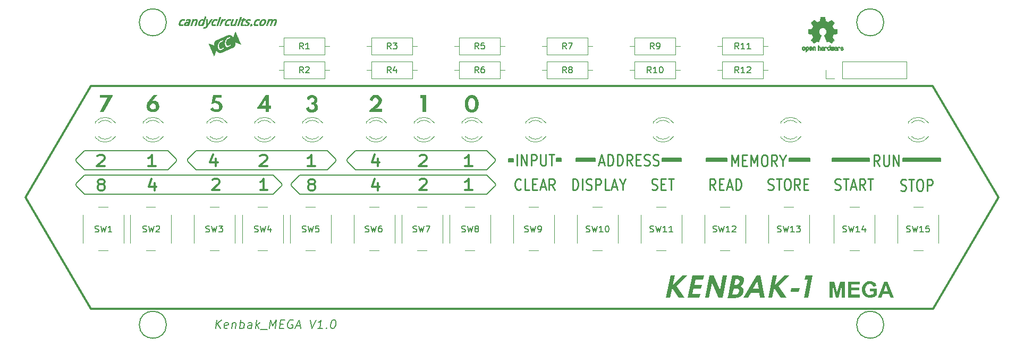
<source format=gbr>
G04 #@! TF.GenerationSoftware,KiCad,Pcbnew,8.0.0*
G04 #@! TF.CreationDate,2025-06-18T17:56:32-04:00*
G04 #@! TF.ProjectId,Kenbak_MEGA_10,4b656e62-616b-45f4-9d45-47415f31302e,rev?*
G04 #@! TF.SameCoordinates,Original*
G04 #@! TF.FileFunction,Legend,Top*
G04 #@! TF.FilePolarity,Positive*
%FSLAX46Y46*%
G04 Gerber Fmt 4.6, Leading zero omitted, Abs format (unit mm)*
G04 Created by KiCad (PCBNEW 8.0.0) date 2025-06-18 17:56:32*
%MOMM*%
%LPD*%
G01*
G04 APERTURE LIST*
%ADD10C,0.200000*%
%ADD11C,0.150000*%
%ADD12C,0.300000*%
%ADD13C,0.250000*%
%ADD14C,0.460000*%
%ADD15C,0.500000*%
%ADD16C,0.750000*%
%ADD17C,0.120000*%
%ADD18C,0.010000*%
G04 APERTURE END LIST*
D10*
X108966000Y-67411600D02*
X107696000Y-68681600D01*
X129921000Y-67411600D02*
X131191000Y-68681600D01*
X133108702Y-69189598D02*
G75*
G02*
X133108702Y-68681602I253998J253998D01*
G01*
X155346400Y-74396600D02*
X156616400Y-73126600D01*
D11*
X167157400Y-69088000D02*
X166395400Y-69088000D01*
X166395400Y-68580000D01*
X167157400Y-68580000D01*
X167157400Y-69088000D01*
G36*
X167157400Y-69088000D02*
G01*
X166395400Y-69088000D01*
X166395400Y-68580000D01*
X167157400Y-68580000D01*
X167157400Y-69088000D01*
G37*
D10*
X124231402Y-73126598D02*
G75*
G02*
X124231402Y-72618602I253998J253998D01*
G01*
D12*
X236855000Y-74879200D02*
X226314000Y-57099200D01*
X236855000Y-74879200D02*
X226441000Y-92659200D01*
D11*
X227609400Y-69088000D02*
X221640400Y-69088000D01*
X221640400Y-68580000D01*
X227609400Y-68580000D01*
X227609400Y-69088000D01*
G36*
X227609400Y-69088000D02*
G01*
X221640400Y-69088000D01*
X221640400Y-68580000D01*
X227609400Y-68580000D01*
X227609400Y-69088000D01*
G37*
D10*
X91211400Y-74396600D02*
X121310400Y-74396600D01*
X89916002Y-69189598D02*
G75*
G02*
X89916002Y-68681602I253998J253998D01*
G01*
X91186000Y-70459600D02*
X89916000Y-69189600D01*
X122580399Y-72618603D02*
G75*
G02*
X122580398Y-73126598I-253999J-253997D01*
G01*
X121310400Y-74396600D02*
X122580400Y-73126600D01*
D11*
X186334400Y-69088000D02*
X183286400Y-69088000D01*
X183286400Y-68580000D01*
X186334400Y-68580000D01*
X186334400Y-69088000D01*
G36*
X186334400Y-69088000D02*
G01*
X183286400Y-69088000D01*
X183286400Y-68580000D01*
X186334400Y-68580000D01*
X186334400Y-69088000D01*
G37*
D10*
X108966000Y-67411600D02*
X129921000Y-67411600D01*
X91211400Y-71348600D02*
X89941400Y-72618600D01*
D11*
X193548000Y-69088000D02*
X190246000Y-69088000D01*
X190246000Y-68580000D01*
X193548000Y-68580000D01*
X193548000Y-69088000D01*
G36*
X193548000Y-69088000D02*
G01*
X190246000Y-69088000D01*
X190246000Y-68580000D01*
X193548000Y-68580000D01*
X193548000Y-69088000D01*
G37*
D10*
X129921000Y-70459600D02*
X108966000Y-70459600D01*
X125501400Y-71348600D02*
X124231400Y-72618600D01*
X104533700Y-67411600D02*
X105791000Y-68681600D01*
X91211400Y-74396600D02*
X89941400Y-73126600D01*
X155346400Y-71348600D02*
X156616400Y-72618600D01*
X104521000Y-70459600D02*
X105791000Y-69189600D01*
D12*
X81788000Y-74879200D02*
X92202000Y-57099200D01*
D11*
X159537400Y-69215000D02*
X158775400Y-69215000D01*
X158775400Y-68707000D01*
X159537400Y-68707000D01*
X159537400Y-69215000D01*
G36*
X159537400Y-69215000D02*
G01*
X158775400Y-69215000D01*
X158775400Y-68707000D01*
X159537400Y-68707000D01*
X159537400Y-69215000D01*
G37*
D10*
X105790999Y-68681603D02*
G75*
G02*
X105790998Y-69189598I-253999J-253997D01*
G01*
D12*
X92202000Y-92659200D02*
X226441000Y-92659200D01*
D10*
X107696002Y-69189598D02*
G75*
G02*
X107696002Y-68681602I253998J253998D01*
G01*
X91186000Y-67411600D02*
X89916000Y-68681600D01*
D11*
X218567000Y-46939200D02*
G75*
G02*
X214249000Y-46939200I-2159000J0D01*
G01*
X214249000Y-46939200D02*
G75*
G02*
X218567000Y-46939200I2159000J0D01*
G01*
X216306400Y-69088000D02*
X210337400Y-69088000D01*
X210337400Y-68580000D01*
X216306400Y-68580000D01*
X216306400Y-69088000D01*
G36*
X216306400Y-69088000D02*
G01*
X210337400Y-69088000D01*
X210337400Y-68580000D01*
X216306400Y-68580000D01*
X216306400Y-69088000D01*
G37*
X104267000Y-46939200D02*
G75*
G02*
X99949000Y-46939200I-2159000J0D01*
G01*
X99949000Y-46939200D02*
G75*
G02*
X104267000Y-46939200I2159000J0D01*
G01*
D10*
X91186000Y-70459600D02*
X104521000Y-70459600D01*
X121310400Y-71348600D02*
X91211400Y-71348600D01*
D12*
X81788000Y-74879200D02*
X92202000Y-92659200D01*
D10*
X156603699Y-68681603D02*
G75*
G02*
X156603698Y-69189598I-253999J-253997D01*
G01*
D11*
X206756000Y-69088000D02*
X203454000Y-69088000D01*
X203454000Y-68580000D01*
X206756000Y-68580000D01*
X206756000Y-69088000D01*
G36*
X206756000Y-69088000D02*
G01*
X203454000Y-69088000D01*
X203454000Y-68580000D01*
X206756000Y-68580000D01*
X206756000Y-69088000D01*
G37*
D10*
X91198700Y-67411600D02*
X104533700Y-67411600D01*
X129921000Y-70459600D02*
X131191000Y-69189600D01*
X131190999Y-68681603D02*
G75*
G02*
X131190998Y-69189598I-253999J-253997D01*
G01*
X108966000Y-70459600D02*
X107696000Y-69189600D01*
X155333700Y-70459600D02*
X134378700Y-70459600D01*
D11*
X172618400Y-69088000D02*
X169570400Y-69088000D01*
X169570400Y-68580000D01*
X172618400Y-68580000D01*
X172618400Y-69088000D01*
G36*
X172618400Y-69088000D02*
G01*
X169570400Y-69088000D01*
X169570400Y-68580000D01*
X172618400Y-68580000D01*
X172618400Y-69088000D01*
G37*
D12*
X92202000Y-57099200D02*
X226314000Y-57099200D01*
D10*
X134378700Y-70459600D02*
X133108700Y-69189600D01*
X134378700Y-67411600D02*
X133108700Y-68681600D01*
X155333700Y-67411600D02*
X156603700Y-68681600D01*
X155346400Y-71348600D02*
X125501400Y-71348600D01*
X155333700Y-70459600D02*
X156603700Y-69189600D01*
D11*
X218567000Y-95199200D02*
G75*
G02*
X214249000Y-95199200I-2159000J0D01*
G01*
X214249000Y-95199200D02*
G75*
G02*
X218567000Y-95199200I2159000J0D01*
G01*
D10*
X89941402Y-73126598D02*
G75*
G02*
X89941402Y-72618602I253998J253998D01*
G01*
X125501400Y-74396600D02*
X124231400Y-73126600D01*
X125501400Y-74396600D02*
X155346400Y-74396600D01*
X121310400Y-71348600D02*
X122580400Y-72618600D01*
X156616399Y-72618603D02*
G75*
G02*
X156616398Y-73126598I-253999J-253997D01*
G01*
D11*
X104267000Y-95199200D02*
G75*
G02*
X99949000Y-95199200I-2159000J0D01*
G01*
X99949000Y-95199200D02*
G75*
G02*
X104267000Y-95199200I2159000J0D01*
G01*
D10*
X134378700Y-67411600D02*
X155333700Y-67411600D01*
D12*
X102552428Y-69879714D02*
X101409571Y-69879714D01*
X101980999Y-69879714D02*
X101980999Y-68079714D01*
X101980999Y-68079714D02*
X101790523Y-68336857D01*
X101790523Y-68336857D02*
X101600047Y-68508285D01*
X101600047Y-68508285D02*
X101409571Y-68594000D01*
X152996828Y-73689714D02*
X151853971Y-73689714D01*
X152425399Y-73689714D02*
X152425399Y-71889714D01*
X152425399Y-71889714D02*
X152234923Y-72146857D01*
X152234923Y-72146857D02*
X152044447Y-72318285D01*
X152044447Y-72318285D02*
X151853971Y-72404000D01*
D13*
X160098942Y-69780714D02*
X160098942Y-67980714D01*
X160813228Y-69780714D02*
X160813228Y-67980714D01*
X160813228Y-67980714D02*
X161670371Y-69780714D01*
X161670371Y-69780714D02*
X161670371Y-67980714D01*
X162384657Y-69780714D02*
X162384657Y-67980714D01*
X162384657Y-67980714D02*
X162956086Y-67980714D01*
X162956086Y-67980714D02*
X163098943Y-68066428D01*
X163098943Y-68066428D02*
X163170372Y-68152142D01*
X163170372Y-68152142D02*
X163241800Y-68323571D01*
X163241800Y-68323571D02*
X163241800Y-68580714D01*
X163241800Y-68580714D02*
X163170372Y-68752142D01*
X163170372Y-68752142D02*
X163098943Y-68837857D01*
X163098943Y-68837857D02*
X162956086Y-68923571D01*
X162956086Y-68923571D02*
X162384657Y-68923571D01*
X163884657Y-67980714D02*
X163884657Y-69437857D01*
X163884657Y-69437857D02*
X163956086Y-69609285D01*
X163956086Y-69609285D02*
X164027515Y-69695000D01*
X164027515Y-69695000D02*
X164170372Y-69780714D01*
X164170372Y-69780714D02*
X164456086Y-69780714D01*
X164456086Y-69780714D02*
X164598943Y-69695000D01*
X164598943Y-69695000D02*
X164670372Y-69609285D01*
X164670372Y-69609285D02*
X164741800Y-69437857D01*
X164741800Y-69437857D02*
X164741800Y-67980714D01*
X165241801Y-67980714D02*
X166098944Y-67980714D01*
X165670372Y-69780714D02*
X165670372Y-67980714D01*
D14*
G36*
X93638102Y-61228138D02*
G01*
X94256036Y-61228138D01*
X95666612Y-58692360D01*
X95666612Y-58532258D01*
X93706075Y-58532258D01*
X93706075Y-58999642D01*
X94891947Y-58999642D01*
X93638102Y-61228138D01*
G37*
D12*
X152984128Y-69879714D02*
X151841271Y-69879714D01*
X152412699Y-69879714D02*
X152412699Y-68079714D01*
X152412699Y-68079714D02*
X152222223Y-68336857D01*
X152222223Y-68336857D02*
X152031747Y-68508285D01*
X152031747Y-68508285D02*
X151841271Y-68594000D01*
X137947352Y-72616714D02*
X137947352Y-73816714D01*
X137471161Y-71931000D02*
X136994971Y-73216714D01*
X136994971Y-73216714D02*
X138233066Y-73216714D01*
D13*
X217891656Y-69907714D02*
X217391656Y-69050571D01*
X217034513Y-69907714D02*
X217034513Y-68107714D01*
X217034513Y-68107714D02*
X217605942Y-68107714D01*
X217605942Y-68107714D02*
X217748799Y-68193428D01*
X217748799Y-68193428D02*
X217820228Y-68279142D01*
X217820228Y-68279142D02*
X217891656Y-68450571D01*
X217891656Y-68450571D02*
X217891656Y-68707714D01*
X217891656Y-68707714D02*
X217820228Y-68879142D01*
X217820228Y-68879142D02*
X217748799Y-68964857D01*
X217748799Y-68964857D02*
X217605942Y-69050571D01*
X217605942Y-69050571D02*
X217034513Y-69050571D01*
X218534513Y-68107714D02*
X218534513Y-69564857D01*
X218534513Y-69564857D02*
X218605942Y-69736285D01*
X218605942Y-69736285D02*
X218677371Y-69822000D01*
X218677371Y-69822000D02*
X218820228Y-69907714D01*
X218820228Y-69907714D02*
X219105942Y-69907714D01*
X219105942Y-69907714D02*
X219248799Y-69822000D01*
X219248799Y-69822000D02*
X219320228Y-69736285D01*
X219320228Y-69736285D02*
X219391656Y-69564857D01*
X219391656Y-69564857D02*
X219391656Y-68107714D01*
X220105942Y-69907714D02*
X220105942Y-68107714D01*
X220105942Y-68107714D02*
X220963085Y-69907714D01*
X220963085Y-69907714D02*
X220963085Y-68107714D01*
D12*
X127215923Y-72788142D02*
X127025447Y-72702428D01*
X127025447Y-72702428D02*
X126930209Y-72616714D01*
X126930209Y-72616714D02*
X126834971Y-72445285D01*
X126834971Y-72445285D02*
X126834971Y-72359571D01*
X126834971Y-72359571D02*
X126930209Y-72188142D01*
X126930209Y-72188142D02*
X127025447Y-72102428D01*
X127025447Y-72102428D02*
X127215923Y-72016714D01*
X127215923Y-72016714D02*
X127596876Y-72016714D01*
X127596876Y-72016714D02*
X127787352Y-72102428D01*
X127787352Y-72102428D02*
X127882590Y-72188142D01*
X127882590Y-72188142D02*
X127977828Y-72359571D01*
X127977828Y-72359571D02*
X127977828Y-72445285D01*
X127977828Y-72445285D02*
X127882590Y-72616714D01*
X127882590Y-72616714D02*
X127787352Y-72702428D01*
X127787352Y-72702428D02*
X127596876Y-72788142D01*
X127596876Y-72788142D02*
X127215923Y-72788142D01*
X127215923Y-72788142D02*
X127025447Y-72873857D01*
X127025447Y-72873857D02*
X126930209Y-72959571D01*
X126930209Y-72959571D02*
X126834971Y-73131000D01*
X126834971Y-73131000D02*
X126834971Y-73473857D01*
X126834971Y-73473857D02*
X126930209Y-73645285D01*
X126930209Y-73645285D02*
X127025447Y-73731000D01*
X127025447Y-73731000D02*
X127215923Y-73816714D01*
X127215923Y-73816714D02*
X127596876Y-73816714D01*
X127596876Y-73816714D02*
X127787352Y-73731000D01*
X127787352Y-73731000D02*
X127882590Y-73645285D01*
X127882590Y-73645285D02*
X127977828Y-73473857D01*
X127977828Y-73473857D02*
X127977828Y-73131000D01*
X127977828Y-73131000D02*
X127882590Y-72959571D01*
X127882590Y-72959571D02*
X127787352Y-72873857D01*
X127787352Y-72873857D02*
X127596876Y-72788142D01*
X111594971Y-72061142D02*
X111690209Y-71975428D01*
X111690209Y-71975428D02*
X111880685Y-71889714D01*
X111880685Y-71889714D02*
X112356876Y-71889714D01*
X112356876Y-71889714D02*
X112547352Y-71975428D01*
X112547352Y-71975428D02*
X112642590Y-72061142D01*
X112642590Y-72061142D02*
X112737828Y-72232571D01*
X112737828Y-72232571D02*
X112737828Y-72404000D01*
X112737828Y-72404000D02*
X112642590Y-72661142D01*
X112642590Y-72661142D02*
X111499733Y-73689714D01*
X111499733Y-73689714D02*
X112737828Y-73689714D01*
D14*
G36*
X127459128Y-61336557D02*
G01*
X127579059Y-61331288D01*
X127692593Y-61315482D01*
X127814512Y-61284515D01*
X127928075Y-61239785D01*
X127955160Y-61226452D01*
X128056558Y-61166028D01*
X128146158Y-61095422D01*
X128232858Y-61003820D01*
X128289968Y-60923665D01*
X128342809Y-60824128D01*
X128380552Y-60718201D01*
X128403198Y-60605885D01*
X128410746Y-60487178D01*
X128402970Y-60369467D01*
X128376089Y-60249413D01*
X128330007Y-60140660D01*
X128312439Y-60110238D01*
X128244326Y-60016758D01*
X128162168Y-59936444D01*
X128065967Y-59869296D01*
X128045042Y-59857447D01*
X128134993Y-59783268D01*
X128208513Y-59694712D01*
X128248398Y-59627688D01*
X128292900Y-59517592D01*
X128316863Y-59398806D01*
X128321427Y-59314788D01*
X128312717Y-59191987D01*
X128286589Y-59077006D01*
X128243042Y-58969846D01*
X128211322Y-58913693D01*
X128143172Y-58820337D01*
X128061958Y-58738714D01*
X127967680Y-58668821D01*
X127909658Y-58635060D01*
X127797729Y-58585366D01*
X127677445Y-58551935D01*
X127563514Y-58535873D01*
X127473733Y-58532258D01*
X127358945Y-58538435D01*
X127237136Y-58559786D01*
X127121361Y-58596388D01*
X127087805Y-58610343D01*
X126982640Y-58665180D01*
X126888337Y-58732087D01*
X126804896Y-58811062D01*
X126789511Y-58828305D01*
X126721080Y-58920282D01*
X126667460Y-59021366D01*
X126628653Y-59131556D01*
X126622669Y-59154687D01*
X127038370Y-59353549D01*
X127065689Y-59242925D01*
X127121685Y-59138596D01*
X127181619Y-59071547D01*
X127277969Y-59003767D01*
X127385853Y-58967270D01*
X127464183Y-58960318D01*
X127577228Y-58975091D01*
X127683826Y-59024435D01*
X127734389Y-59065367D01*
X127805678Y-59158514D01*
X127840623Y-59268164D01*
X127844494Y-59324338D01*
X127828319Y-59436810D01*
X127793374Y-59518145D01*
X127725199Y-59608419D01*
X127657428Y-59663640D01*
X127549568Y-59709607D01*
X127467554Y-59718693D01*
X127346214Y-59718693D01*
X127346214Y-60063051D01*
X127458269Y-60042286D01*
X127462498Y-60042265D01*
X127574850Y-60056590D01*
X127675966Y-60099565D01*
X127766653Y-60172336D01*
X127828765Y-60256295D01*
X127872160Y-60361766D01*
X127886626Y-60480437D01*
X127872952Y-60593156D01*
X127826843Y-60697498D01*
X127770903Y-60763002D01*
X127673052Y-60827700D01*
X127563924Y-60860776D01*
X127460813Y-60869174D01*
X127337347Y-60857324D01*
X127229570Y-60821776D01*
X127129138Y-60755299D01*
X127120949Y-60747834D01*
X127045662Y-60655717D01*
X126997459Y-60546209D01*
X126977139Y-60431564D01*
X126491779Y-60659638D01*
X126529234Y-60770526D01*
X126579664Y-60873148D01*
X126643069Y-60967505D01*
X126683901Y-61016355D01*
X126766162Y-61096567D01*
X126858109Y-61165936D01*
X126959744Y-61224463D01*
X127020394Y-61252293D01*
X127135725Y-61293026D01*
X127257366Y-61320429D01*
X127370789Y-61333595D01*
X127459128Y-61336557D01*
G37*
D12*
X119189571Y-68251142D02*
X119284809Y-68165428D01*
X119284809Y-68165428D02*
X119475285Y-68079714D01*
X119475285Y-68079714D02*
X119951476Y-68079714D01*
X119951476Y-68079714D02*
X120141952Y-68165428D01*
X120141952Y-68165428D02*
X120237190Y-68251142D01*
X120237190Y-68251142D02*
X120332428Y-68422571D01*
X120332428Y-68422571D02*
X120332428Y-68594000D01*
X120332428Y-68594000D02*
X120237190Y-68851142D01*
X120237190Y-68851142D02*
X119094333Y-69879714D01*
X119094333Y-69879714D02*
X120332428Y-69879714D01*
D13*
X221263686Y-73733600D02*
X221477972Y-73819314D01*
X221477972Y-73819314D02*
X221835114Y-73819314D01*
X221835114Y-73819314D02*
X221977972Y-73733600D01*
X221977972Y-73733600D02*
X222049400Y-73647885D01*
X222049400Y-73647885D02*
X222120829Y-73476457D01*
X222120829Y-73476457D02*
X222120829Y-73305028D01*
X222120829Y-73305028D02*
X222049400Y-73133600D01*
X222049400Y-73133600D02*
X221977972Y-73047885D01*
X221977972Y-73047885D02*
X221835114Y-72962171D01*
X221835114Y-72962171D02*
X221549400Y-72876457D01*
X221549400Y-72876457D02*
X221406543Y-72790742D01*
X221406543Y-72790742D02*
X221335114Y-72705028D01*
X221335114Y-72705028D02*
X221263686Y-72533600D01*
X221263686Y-72533600D02*
X221263686Y-72362171D01*
X221263686Y-72362171D02*
X221335114Y-72190742D01*
X221335114Y-72190742D02*
X221406543Y-72105028D01*
X221406543Y-72105028D02*
X221549400Y-72019314D01*
X221549400Y-72019314D02*
X221906543Y-72019314D01*
X221906543Y-72019314D02*
X222120829Y-72105028D01*
X222549400Y-72019314D02*
X223406543Y-72019314D01*
X222977971Y-73819314D02*
X222977971Y-72019314D01*
X224192257Y-72019314D02*
X224477971Y-72019314D01*
X224477971Y-72019314D02*
X224620828Y-72105028D01*
X224620828Y-72105028D02*
X224763685Y-72276457D01*
X224763685Y-72276457D02*
X224835114Y-72619314D01*
X224835114Y-72619314D02*
X224835114Y-73219314D01*
X224835114Y-73219314D02*
X224763685Y-73562171D01*
X224763685Y-73562171D02*
X224620828Y-73733600D01*
X224620828Y-73733600D02*
X224477971Y-73819314D01*
X224477971Y-73819314D02*
X224192257Y-73819314D01*
X224192257Y-73819314D02*
X224049400Y-73733600D01*
X224049400Y-73733600D02*
X223906542Y-73562171D01*
X223906542Y-73562171D02*
X223835114Y-73219314D01*
X223835114Y-73219314D02*
X223835114Y-72619314D01*
X223835114Y-72619314D02*
X223906542Y-72276457D01*
X223906542Y-72276457D02*
X224049400Y-72105028D01*
X224049400Y-72105028D02*
X224192257Y-72019314D01*
X225477971Y-73819314D02*
X225477971Y-72019314D01*
X225477971Y-72019314D02*
X226049400Y-72019314D01*
X226049400Y-72019314D02*
X226192257Y-72105028D01*
X226192257Y-72105028D02*
X226263686Y-72190742D01*
X226263686Y-72190742D02*
X226335114Y-72362171D01*
X226335114Y-72362171D02*
X226335114Y-72619314D01*
X226335114Y-72619314D02*
X226263686Y-72790742D01*
X226263686Y-72790742D02*
X226192257Y-72876457D01*
X226192257Y-72876457D02*
X226049400Y-72962171D01*
X226049400Y-72962171D02*
X225477971Y-72962171D01*
D14*
G36*
X102038903Y-59490619D02*
G01*
X102058123Y-59479977D01*
X102165181Y-59442470D01*
X102281583Y-59431072D01*
X102370198Y-59435180D01*
X102482884Y-59453437D01*
X102602184Y-59491435D01*
X102713575Y-59547918D01*
X102782375Y-59594855D01*
X102874985Y-59676963D01*
X102954886Y-59773113D01*
X103015240Y-59870367D01*
X103022083Y-59883243D01*
X103069007Y-59990636D01*
X103102028Y-60105823D01*
X103121146Y-60228804D01*
X103126468Y-60342806D01*
X103126348Y-60359875D01*
X103118779Y-60475732D01*
X103095712Y-60600373D01*
X103057266Y-60716727D01*
X103003443Y-60824795D01*
X102935821Y-60922998D01*
X102855981Y-61009754D01*
X102763923Y-61085065D01*
X102659647Y-61148930D01*
X102617630Y-61169611D01*
X102499503Y-61214815D01*
X102388883Y-61242502D01*
X102271490Y-61259115D01*
X102147323Y-61264652D01*
X102071257Y-61262677D01*
X101943803Y-61249717D01*
X101823552Y-61224660D01*
X101710506Y-61187506D01*
X101604664Y-61138256D01*
X101590159Y-61130235D01*
X101494278Y-61069230D01*
X101396813Y-60989109D01*
X101312269Y-60897894D01*
X101240645Y-60795584D01*
X101232626Y-60782019D01*
X101177644Y-60670062D01*
X101138953Y-60551996D01*
X101116553Y-60427821D01*
X101113676Y-60375388D01*
X101652414Y-60375388D01*
X101652471Y-60383405D01*
X101667160Y-60498133D01*
X101711398Y-60609080D01*
X101782039Y-60703174D01*
X101875993Y-60775360D01*
X101896207Y-60786303D01*
X102006457Y-60824872D01*
X102123167Y-60836592D01*
X102148716Y-60836064D01*
X102261156Y-60819628D01*
X102369217Y-60776484D01*
X102375949Y-60772649D01*
X102466121Y-60704719D01*
X102539992Y-60610765D01*
X102547543Y-60597522D01*
X102588646Y-60491065D01*
X102602347Y-60372018D01*
X102601789Y-60346689D01*
X102584432Y-60235540D01*
X102538869Y-60129338D01*
X102530833Y-60116172D01*
X102459653Y-60028616D01*
X102369217Y-59960810D01*
X102355775Y-59953260D01*
X102248519Y-59912156D01*
X102129908Y-59898455D01*
X102113363Y-59898701D01*
X101995426Y-59916212D01*
X101888352Y-59961372D01*
X101874973Y-59969415D01*
X101785681Y-60041063D01*
X101715892Y-60132709D01*
X101704548Y-60153169D01*
X101664564Y-60262580D01*
X101652414Y-60375388D01*
X101113676Y-60375388D01*
X101110317Y-60314157D01*
X101110421Y-60300221D01*
X101118804Y-60186448D01*
X101140598Y-60068601D01*
X101175805Y-59946682D01*
X101217612Y-59836662D01*
X101245797Y-59773359D01*
X101300991Y-59664775D01*
X101363659Y-59558986D01*
X101433799Y-59455994D01*
X101511412Y-59355796D01*
X102189455Y-58532258D01*
X102825365Y-58532258D01*
X102038903Y-59490619D01*
G37*
D12*
X144614971Y-72061142D02*
X144710209Y-71975428D01*
X144710209Y-71975428D02*
X144900685Y-71889714D01*
X144900685Y-71889714D02*
X145376876Y-71889714D01*
X145376876Y-71889714D02*
X145567352Y-71975428D01*
X145567352Y-71975428D02*
X145662590Y-72061142D01*
X145662590Y-72061142D02*
X145757828Y-72232571D01*
X145757828Y-72232571D02*
X145757828Y-72404000D01*
X145757828Y-72404000D02*
X145662590Y-72661142D01*
X145662590Y-72661142D02*
X144519733Y-73689714D01*
X144519733Y-73689714D02*
X145757828Y-73689714D01*
X93687923Y-72788142D02*
X93497447Y-72702428D01*
X93497447Y-72702428D02*
X93402209Y-72616714D01*
X93402209Y-72616714D02*
X93306971Y-72445285D01*
X93306971Y-72445285D02*
X93306971Y-72359571D01*
X93306971Y-72359571D02*
X93402209Y-72188142D01*
X93402209Y-72188142D02*
X93497447Y-72102428D01*
X93497447Y-72102428D02*
X93687923Y-72016714D01*
X93687923Y-72016714D02*
X94068876Y-72016714D01*
X94068876Y-72016714D02*
X94259352Y-72102428D01*
X94259352Y-72102428D02*
X94354590Y-72188142D01*
X94354590Y-72188142D02*
X94449828Y-72359571D01*
X94449828Y-72359571D02*
X94449828Y-72445285D01*
X94449828Y-72445285D02*
X94354590Y-72616714D01*
X94354590Y-72616714D02*
X94259352Y-72702428D01*
X94259352Y-72702428D02*
X94068876Y-72788142D01*
X94068876Y-72788142D02*
X93687923Y-72788142D01*
X93687923Y-72788142D02*
X93497447Y-72873857D01*
X93497447Y-72873857D02*
X93402209Y-72959571D01*
X93402209Y-72959571D02*
X93306971Y-73131000D01*
X93306971Y-73131000D02*
X93306971Y-73473857D01*
X93306971Y-73473857D02*
X93402209Y-73645285D01*
X93402209Y-73645285D02*
X93497447Y-73731000D01*
X93497447Y-73731000D02*
X93687923Y-73816714D01*
X93687923Y-73816714D02*
X94068876Y-73816714D01*
X94068876Y-73816714D02*
X94259352Y-73731000D01*
X94259352Y-73731000D02*
X94354590Y-73645285D01*
X94354590Y-73645285D02*
X94449828Y-73473857D01*
X94449828Y-73473857D02*
X94449828Y-73131000D01*
X94449828Y-73131000D02*
X94354590Y-72959571D01*
X94354590Y-72959571D02*
X94259352Y-72873857D01*
X94259352Y-72873857D02*
X94068876Y-72788142D01*
X102387352Y-72616714D02*
X102387352Y-73816714D01*
X101911161Y-71931000D02*
X101434971Y-73216714D01*
X101434971Y-73216714D02*
X102673066Y-73216714D01*
D14*
G36*
X152935659Y-58532431D02*
G01*
X153054497Y-58540726D01*
X153167687Y-58561463D01*
X153275229Y-58594642D01*
X153393555Y-58649076D01*
X153488859Y-58709212D01*
X153519262Y-58731871D01*
X153605388Y-58806326D01*
X153683892Y-58890498D01*
X153754772Y-58984386D01*
X153818029Y-59087991D01*
X153873663Y-59201313D01*
X153920818Y-59323107D01*
X153958217Y-59452129D01*
X153981930Y-59565170D01*
X153998867Y-59683229D01*
X154009030Y-59806309D01*
X154012418Y-59934408D01*
X154009030Y-60062049D01*
X153998867Y-60184807D01*
X153981930Y-60302683D01*
X153958217Y-60415677D01*
X153920818Y-60544824D01*
X153873663Y-60666941D01*
X153855966Y-60705862D01*
X153797791Y-60816123D01*
X153731993Y-60916627D01*
X153658571Y-61007375D01*
X153577527Y-61088367D01*
X153488859Y-61159603D01*
X153473367Y-61170490D01*
X153377122Y-61228553D01*
X153257697Y-61280568D01*
X153149214Y-61311673D01*
X153035083Y-61330336D01*
X152915303Y-61336557D01*
X152894947Y-61336384D01*
X152776056Y-61328090D01*
X152662734Y-61307353D01*
X152554982Y-61274174D01*
X152436310Y-61219740D01*
X152340624Y-61159603D01*
X152310153Y-61136942D01*
X152223849Y-61062454D01*
X152145207Y-60978210D01*
X152074228Y-60884210D01*
X152010911Y-60780453D01*
X151955258Y-60666941D01*
X151908294Y-60544824D01*
X151871047Y-60415677D01*
X151847430Y-60302683D01*
X151830561Y-60184807D01*
X151820439Y-60062049D01*
X151817065Y-59934408D01*
X152370397Y-59934408D01*
X152371681Y-60014113D01*
X152379526Y-60139801D01*
X152394503Y-60256547D01*
X152421888Y-60384838D01*
X152459544Y-60500253D01*
X152516455Y-60618630D01*
X152525721Y-60634044D01*
X152596365Y-60728243D01*
X152689476Y-60806538D01*
X152795789Y-60853515D01*
X152915303Y-60869174D01*
X152930895Y-60868929D01*
X153048241Y-60849356D01*
X153152456Y-60798464D01*
X153243540Y-60716254D01*
X153312466Y-60618630D01*
X153354705Y-60535864D01*
X153395942Y-60424741D01*
X153426869Y-60300741D01*
X153444767Y-60187572D01*
X153455506Y-60065461D01*
X153459085Y-59934408D01*
X153457797Y-59854412D01*
X153449922Y-59728348D01*
X153434888Y-59611363D01*
X153407397Y-59482966D01*
X153369596Y-59367643D01*
X153312466Y-59249624D01*
X153303235Y-59234244D01*
X153232872Y-59140257D01*
X153140147Y-59062137D01*
X153034291Y-59015265D01*
X152915303Y-58999642D01*
X152899642Y-58999886D01*
X152781778Y-59019416D01*
X152677115Y-59070193D01*
X152585654Y-59152219D01*
X152516455Y-59249624D01*
X152474378Y-59332108D01*
X152433299Y-59443073D01*
X152402490Y-59567112D01*
X152384661Y-59680464D01*
X152373963Y-59802897D01*
X152370397Y-59934408D01*
X151817065Y-59934408D01*
X151820439Y-59806309D01*
X151830561Y-59683229D01*
X151847430Y-59565170D01*
X151871047Y-59452129D01*
X151908294Y-59323107D01*
X151955258Y-59201313D01*
X151972958Y-59162459D01*
X152031165Y-59052377D01*
X152097036Y-58952011D01*
X152170569Y-58861361D01*
X152251765Y-58780428D01*
X152340624Y-58709212D01*
X152356185Y-58698326D01*
X152452799Y-58640263D01*
X152572554Y-58588248D01*
X152681234Y-58557143D01*
X152795484Y-58538480D01*
X152915303Y-58532258D01*
X152935659Y-58532431D01*
G37*
D13*
X181607829Y-73606600D02*
X181822115Y-73692314D01*
X181822115Y-73692314D02*
X182179257Y-73692314D01*
X182179257Y-73692314D02*
X182322115Y-73606600D01*
X182322115Y-73606600D02*
X182393543Y-73520885D01*
X182393543Y-73520885D02*
X182464972Y-73349457D01*
X182464972Y-73349457D02*
X182464972Y-73178028D01*
X182464972Y-73178028D02*
X182393543Y-73006600D01*
X182393543Y-73006600D02*
X182322115Y-72920885D01*
X182322115Y-72920885D02*
X182179257Y-72835171D01*
X182179257Y-72835171D02*
X181893543Y-72749457D01*
X181893543Y-72749457D02*
X181750686Y-72663742D01*
X181750686Y-72663742D02*
X181679257Y-72578028D01*
X181679257Y-72578028D02*
X181607829Y-72406600D01*
X181607829Y-72406600D02*
X181607829Y-72235171D01*
X181607829Y-72235171D02*
X181679257Y-72063742D01*
X181679257Y-72063742D02*
X181750686Y-71978028D01*
X181750686Y-71978028D02*
X181893543Y-71892314D01*
X181893543Y-71892314D02*
X182250686Y-71892314D01*
X182250686Y-71892314D02*
X182464972Y-71978028D01*
X183107828Y-72749457D02*
X183607828Y-72749457D01*
X183822114Y-73692314D02*
X183107828Y-73692314D01*
X183107828Y-73692314D02*
X183107828Y-71892314D01*
X183107828Y-71892314D02*
X183822114Y-71892314D01*
X184250686Y-71892314D02*
X185107829Y-71892314D01*
X184679257Y-73692314D02*
X184679257Y-71892314D01*
X173263515Y-69291828D02*
X173977801Y-69291828D01*
X173120658Y-69806114D02*
X173620658Y-68006114D01*
X173620658Y-68006114D02*
X174120658Y-69806114D01*
X174620657Y-69806114D02*
X174620657Y-68006114D01*
X174620657Y-68006114D02*
X174977800Y-68006114D01*
X174977800Y-68006114D02*
X175192086Y-68091828D01*
X175192086Y-68091828D02*
X175334943Y-68263257D01*
X175334943Y-68263257D02*
X175406372Y-68434685D01*
X175406372Y-68434685D02*
X175477800Y-68777542D01*
X175477800Y-68777542D02*
X175477800Y-69034685D01*
X175477800Y-69034685D02*
X175406372Y-69377542D01*
X175406372Y-69377542D02*
X175334943Y-69548971D01*
X175334943Y-69548971D02*
X175192086Y-69720400D01*
X175192086Y-69720400D02*
X174977800Y-69806114D01*
X174977800Y-69806114D02*
X174620657Y-69806114D01*
X176120657Y-69806114D02*
X176120657Y-68006114D01*
X176120657Y-68006114D02*
X176477800Y-68006114D01*
X176477800Y-68006114D02*
X176692086Y-68091828D01*
X176692086Y-68091828D02*
X176834943Y-68263257D01*
X176834943Y-68263257D02*
X176906372Y-68434685D01*
X176906372Y-68434685D02*
X176977800Y-68777542D01*
X176977800Y-68777542D02*
X176977800Y-69034685D01*
X176977800Y-69034685D02*
X176906372Y-69377542D01*
X176906372Y-69377542D02*
X176834943Y-69548971D01*
X176834943Y-69548971D02*
X176692086Y-69720400D01*
X176692086Y-69720400D02*
X176477800Y-69806114D01*
X176477800Y-69806114D02*
X176120657Y-69806114D01*
X178477800Y-69806114D02*
X177977800Y-68948971D01*
X177620657Y-69806114D02*
X177620657Y-68006114D01*
X177620657Y-68006114D02*
X178192086Y-68006114D01*
X178192086Y-68006114D02*
X178334943Y-68091828D01*
X178334943Y-68091828D02*
X178406372Y-68177542D01*
X178406372Y-68177542D02*
X178477800Y-68348971D01*
X178477800Y-68348971D02*
X178477800Y-68606114D01*
X178477800Y-68606114D02*
X178406372Y-68777542D01*
X178406372Y-68777542D02*
X178334943Y-68863257D01*
X178334943Y-68863257D02*
X178192086Y-68948971D01*
X178192086Y-68948971D02*
X177620657Y-68948971D01*
X179120657Y-68863257D02*
X179620657Y-68863257D01*
X179834943Y-69806114D02*
X179120657Y-69806114D01*
X179120657Y-69806114D02*
X179120657Y-68006114D01*
X179120657Y-68006114D02*
X179834943Y-68006114D01*
X180406372Y-69720400D02*
X180620658Y-69806114D01*
X180620658Y-69806114D02*
X180977800Y-69806114D01*
X180977800Y-69806114D02*
X181120658Y-69720400D01*
X181120658Y-69720400D02*
X181192086Y-69634685D01*
X181192086Y-69634685D02*
X181263515Y-69463257D01*
X181263515Y-69463257D02*
X181263515Y-69291828D01*
X181263515Y-69291828D02*
X181192086Y-69120400D01*
X181192086Y-69120400D02*
X181120658Y-69034685D01*
X181120658Y-69034685D02*
X180977800Y-68948971D01*
X180977800Y-68948971D02*
X180692086Y-68863257D01*
X180692086Y-68863257D02*
X180549229Y-68777542D01*
X180549229Y-68777542D02*
X180477800Y-68691828D01*
X180477800Y-68691828D02*
X180406372Y-68520400D01*
X180406372Y-68520400D02*
X180406372Y-68348971D01*
X180406372Y-68348971D02*
X180477800Y-68177542D01*
X180477800Y-68177542D02*
X180549229Y-68091828D01*
X180549229Y-68091828D02*
X180692086Y-68006114D01*
X180692086Y-68006114D02*
X181049229Y-68006114D01*
X181049229Y-68006114D02*
X181263515Y-68091828D01*
X181834943Y-69720400D02*
X182049229Y-69806114D01*
X182049229Y-69806114D02*
X182406371Y-69806114D01*
X182406371Y-69806114D02*
X182549229Y-69720400D01*
X182549229Y-69720400D02*
X182620657Y-69634685D01*
X182620657Y-69634685D02*
X182692086Y-69463257D01*
X182692086Y-69463257D02*
X182692086Y-69291828D01*
X182692086Y-69291828D02*
X182620657Y-69120400D01*
X182620657Y-69120400D02*
X182549229Y-69034685D01*
X182549229Y-69034685D02*
X182406371Y-68948971D01*
X182406371Y-68948971D02*
X182120657Y-68863257D01*
X182120657Y-68863257D02*
X181977800Y-68777542D01*
X181977800Y-68777542D02*
X181906371Y-68691828D01*
X181906371Y-68691828D02*
X181834943Y-68520400D01*
X181834943Y-68520400D02*
X181834943Y-68348971D01*
X181834943Y-68348971D02*
X181906371Y-68177542D01*
X181906371Y-68177542D02*
X181977800Y-68091828D01*
X181977800Y-68091828D02*
X182120657Y-68006114D01*
X182120657Y-68006114D02*
X182477800Y-68006114D01*
X182477800Y-68006114D02*
X182692086Y-68091828D01*
D12*
X127952428Y-69879714D02*
X126809571Y-69879714D01*
X127380999Y-69879714D02*
X127380999Y-68079714D01*
X127380999Y-68079714D02*
X127190523Y-68336857D01*
X127190523Y-68336857D02*
X127000047Y-68508285D01*
X127000047Y-68508285D02*
X126809571Y-68594000D01*
D13*
X169019257Y-73692314D02*
X169019257Y-71892314D01*
X169019257Y-71892314D02*
X169376400Y-71892314D01*
X169376400Y-71892314D02*
X169590686Y-71978028D01*
X169590686Y-71978028D02*
X169733543Y-72149457D01*
X169733543Y-72149457D02*
X169804972Y-72320885D01*
X169804972Y-72320885D02*
X169876400Y-72663742D01*
X169876400Y-72663742D02*
X169876400Y-72920885D01*
X169876400Y-72920885D02*
X169804972Y-73263742D01*
X169804972Y-73263742D02*
X169733543Y-73435171D01*
X169733543Y-73435171D02*
X169590686Y-73606600D01*
X169590686Y-73606600D02*
X169376400Y-73692314D01*
X169376400Y-73692314D02*
X169019257Y-73692314D01*
X170519257Y-73692314D02*
X170519257Y-71892314D01*
X171162115Y-73606600D02*
X171376401Y-73692314D01*
X171376401Y-73692314D02*
X171733543Y-73692314D01*
X171733543Y-73692314D02*
X171876401Y-73606600D01*
X171876401Y-73606600D02*
X171947829Y-73520885D01*
X171947829Y-73520885D02*
X172019258Y-73349457D01*
X172019258Y-73349457D02*
X172019258Y-73178028D01*
X172019258Y-73178028D02*
X171947829Y-73006600D01*
X171947829Y-73006600D02*
X171876401Y-72920885D01*
X171876401Y-72920885D02*
X171733543Y-72835171D01*
X171733543Y-72835171D02*
X171447829Y-72749457D01*
X171447829Y-72749457D02*
X171304972Y-72663742D01*
X171304972Y-72663742D02*
X171233543Y-72578028D01*
X171233543Y-72578028D02*
X171162115Y-72406600D01*
X171162115Y-72406600D02*
X171162115Y-72235171D01*
X171162115Y-72235171D02*
X171233543Y-72063742D01*
X171233543Y-72063742D02*
X171304972Y-71978028D01*
X171304972Y-71978028D02*
X171447829Y-71892314D01*
X171447829Y-71892314D02*
X171804972Y-71892314D01*
X171804972Y-71892314D02*
X172019258Y-71978028D01*
X172662114Y-73692314D02*
X172662114Y-71892314D01*
X172662114Y-71892314D02*
X173233543Y-71892314D01*
X173233543Y-71892314D02*
X173376400Y-71978028D01*
X173376400Y-71978028D02*
X173447829Y-72063742D01*
X173447829Y-72063742D02*
X173519257Y-72235171D01*
X173519257Y-72235171D02*
X173519257Y-72492314D01*
X173519257Y-72492314D02*
X173447829Y-72663742D01*
X173447829Y-72663742D02*
X173376400Y-72749457D01*
X173376400Y-72749457D02*
X173233543Y-72835171D01*
X173233543Y-72835171D02*
X172662114Y-72835171D01*
X174876400Y-73692314D02*
X174162114Y-73692314D01*
X174162114Y-73692314D02*
X174162114Y-71892314D01*
X175304972Y-73178028D02*
X176019258Y-73178028D01*
X175162115Y-73692314D02*
X175662115Y-71892314D01*
X175662115Y-71892314D02*
X176162115Y-73692314D01*
X176947829Y-72835171D02*
X176947829Y-73692314D01*
X176447829Y-71892314D02*
X176947829Y-72835171D01*
X176947829Y-72835171D02*
X177447829Y-71892314D01*
D14*
G36*
X112214071Y-61264652D02*
G01*
X112333311Y-61259356D01*
X112447229Y-61243470D01*
X112570904Y-61212345D01*
X112687627Y-61167387D01*
X112715721Y-61153986D01*
X112821472Y-61092649D01*
X112915707Y-61019304D01*
X112998426Y-60933952D01*
X113069629Y-60836592D01*
X113127139Y-60728067D01*
X113168218Y-60609220D01*
X113190683Y-60496762D01*
X113200567Y-60376400D01*
X113201081Y-60340559D01*
X113194576Y-60222010D01*
X113175060Y-60111149D01*
X113136825Y-59993864D01*
X113081597Y-59886621D01*
X113065135Y-59861379D01*
X112991194Y-59769181D01*
X112905315Y-59692009D01*
X112807499Y-59629864D01*
X112697745Y-59582747D01*
X112584239Y-59540536D01*
X112465756Y-59513335D01*
X112342297Y-59501143D01*
X112213860Y-59503960D01*
X112080447Y-59521787D01*
X112034870Y-59531065D01*
X112114078Y-58999642D01*
X113029744Y-58999642D01*
X113029744Y-58532258D01*
X111667480Y-58532258D01*
X111439406Y-60010807D01*
X111546162Y-59944265D01*
X111658509Y-59894067D01*
X111776448Y-59860212D01*
X111899978Y-59842701D01*
X111973077Y-59840032D01*
X112088630Y-59845029D01*
X112212010Y-59863489D01*
X112323078Y-59895550D01*
X112434939Y-59948847D01*
X112484839Y-59982157D01*
X112568892Y-60059891D01*
X112634746Y-60163960D01*
X112670206Y-60285625D01*
X112676960Y-60376512D01*
X112664617Y-60496555D01*
X112622526Y-60611494D01*
X112550564Y-60708511D01*
X112452703Y-60781432D01*
X112344037Y-60821457D01*
X112230197Y-60836092D01*
X112202836Y-60836592D01*
X112089343Y-60827485D01*
X111975653Y-60796432D01*
X111873645Y-60743340D01*
X111781771Y-60664790D01*
X111715967Y-60569019D01*
X111686580Y-60495605D01*
X111270878Y-60695029D01*
X111321327Y-60804945D01*
X111385600Y-60903670D01*
X111463698Y-60991203D01*
X111480976Y-61007367D01*
X111573875Y-61080681D01*
X111676319Y-61141925D01*
X111788308Y-61191101D01*
X111811852Y-61199488D01*
X111920661Y-61230988D01*
X112032847Y-61252179D01*
X112148410Y-61263061D01*
X112214071Y-61264652D01*
G37*
D13*
X160752114Y-73520885D02*
X160680686Y-73606600D01*
X160680686Y-73606600D02*
X160466400Y-73692314D01*
X160466400Y-73692314D02*
X160323543Y-73692314D01*
X160323543Y-73692314D02*
X160109257Y-73606600D01*
X160109257Y-73606600D02*
X159966400Y-73435171D01*
X159966400Y-73435171D02*
X159894971Y-73263742D01*
X159894971Y-73263742D02*
X159823543Y-72920885D01*
X159823543Y-72920885D02*
X159823543Y-72663742D01*
X159823543Y-72663742D02*
X159894971Y-72320885D01*
X159894971Y-72320885D02*
X159966400Y-72149457D01*
X159966400Y-72149457D02*
X160109257Y-71978028D01*
X160109257Y-71978028D02*
X160323543Y-71892314D01*
X160323543Y-71892314D02*
X160466400Y-71892314D01*
X160466400Y-71892314D02*
X160680686Y-71978028D01*
X160680686Y-71978028D02*
X160752114Y-72063742D01*
X162109257Y-73692314D02*
X161394971Y-73692314D01*
X161394971Y-73692314D02*
X161394971Y-71892314D01*
X162609257Y-72749457D02*
X163109257Y-72749457D01*
X163323543Y-73692314D02*
X162609257Y-73692314D01*
X162609257Y-73692314D02*
X162609257Y-71892314D01*
X162609257Y-71892314D02*
X163323543Y-71892314D01*
X163894972Y-73178028D02*
X164609258Y-73178028D01*
X163752115Y-73692314D02*
X164252115Y-71892314D01*
X164252115Y-71892314D02*
X164752115Y-73692314D01*
X166109257Y-73692314D02*
X165609257Y-72835171D01*
X165252114Y-73692314D02*
X165252114Y-71892314D01*
X165252114Y-71892314D02*
X165823543Y-71892314D01*
X165823543Y-71892314D02*
X165966400Y-71978028D01*
X165966400Y-71978028D02*
X166037829Y-72063742D01*
X166037829Y-72063742D02*
X166109257Y-72235171D01*
X166109257Y-72235171D02*
X166109257Y-72492314D01*
X166109257Y-72492314D02*
X166037829Y-72663742D01*
X166037829Y-72663742D02*
X165966400Y-72749457D01*
X165966400Y-72749457D02*
X165823543Y-72835171D01*
X165823543Y-72835171D02*
X165252114Y-72835171D01*
D12*
X93281571Y-68251142D02*
X93376809Y-68165428D01*
X93376809Y-68165428D02*
X93567285Y-68079714D01*
X93567285Y-68079714D02*
X94043476Y-68079714D01*
X94043476Y-68079714D02*
X94233952Y-68165428D01*
X94233952Y-68165428D02*
X94329190Y-68251142D01*
X94329190Y-68251142D02*
X94424428Y-68422571D01*
X94424428Y-68422571D02*
X94424428Y-68594000D01*
X94424428Y-68594000D02*
X94329190Y-68851142D01*
X94329190Y-68851142D02*
X93186333Y-69879714D01*
X93186333Y-69879714D02*
X94424428Y-69879714D01*
X112140952Y-68679714D02*
X112140952Y-69879714D01*
X111664761Y-67994000D02*
X111188571Y-69279714D01*
X111188571Y-69279714D02*
X112426666Y-69279714D01*
D14*
G36*
X145093070Y-61210161D02*
G01*
X145617191Y-61210161D01*
X145617191Y-58532258D01*
X144694783Y-58532258D01*
X144694783Y-59035594D01*
X145093070Y-59035594D01*
X145093070Y-61210161D01*
G37*
D15*
G36*
X209926127Y-90837200D02*
G01*
X209926127Y-88297074D01*
X210686944Y-88297074D01*
X211143678Y-90029977D01*
X211595527Y-88297074D01*
X212357565Y-88297074D01*
X212357565Y-90837200D01*
X211885565Y-90837200D01*
X211885565Y-88837461D01*
X211385478Y-90837200D01*
X210896382Y-90837200D01*
X210398127Y-88837461D01*
X210398127Y-90837200D01*
X209926127Y-90837200D01*
G37*
G36*
X212846661Y-90837200D02*
G01*
X212846661Y-88297074D01*
X214713287Y-88297074D01*
X214713287Y-88726941D01*
X213355297Y-88726941D01*
X213355297Y-89274045D01*
X214619254Y-89274045D01*
X214619254Y-89703913D01*
X213355297Y-89703913D01*
X213355297Y-90407332D01*
X214761525Y-90407332D01*
X214761525Y-90837200D01*
X212846661Y-90837200D01*
G37*
G36*
X216350325Y-89899307D02*
G01*
X216350325Y-89469440D01*
X217446364Y-89469440D01*
X217446364Y-90490375D01*
X217345074Y-90573687D01*
X217236062Y-90642876D01*
X217126025Y-90699660D01*
X217002314Y-90752938D01*
X216983524Y-90760263D01*
X216850643Y-90805468D01*
X216717001Y-90839570D01*
X216582600Y-90862570D01*
X216447440Y-90874466D01*
X216369864Y-90876278D01*
X216225279Y-90870418D01*
X216087821Y-90852837D01*
X215957490Y-90823535D01*
X215834285Y-90782512D01*
X215718208Y-90729768D01*
X215681099Y-90709583D01*
X215576092Y-90642049D01*
X215481345Y-90564468D01*
X215383776Y-90461260D01*
X215311262Y-90361912D01*
X215249008Y-90252518D01*
X215239630Y-90233309D01*
X215189413Y-90115078D01*
X215149585Y-89993026D01*
X215120147Y-89867152D01*
X215101099Y-89737458D01*
X215092441Y-89603942D01*
X215091863Y-89558588D01*
X215097659Y-89413323D01*
X215115047Y-89274284D01*
X215144027Y-89141470D01*
X215184599Y-89014881D01*
X215236763Y-88894517D01*
X215256727Y-88855779D01*
X215323918Y-88745419D01*
X215401842Y-88645149D01*
X215490499Y-88554967D01*
X215589890Y-88474875D01*
X215700014Y-88404872D01*
X215739107Y-88383780D01*
X215867678Y-88328749D01*
X215992261Y-88293495D01*
X216128123Y-88270279D01*
X216253553Y-88259960D01*
X216341776Y-88257995D01*
X216483298Y-88263064D01*
X216614772Y-88278269D01*
X216736199Y-88303612D01*
X216868648Y-88347404D01*
X216986629Y-88405793D01*
X217073894Y-88465601D01*
X217166201Y-88549035D01*
X217245284Y-88643632D01*
X217311144Y-88749391D01*
X217363780Y-88866312D01*
X217403193Y-88994397D01*
X217413392Y-89039572D01*
X216908420Y-89117730D01*
X216866035Y-89001488D01*
X216798199Y-88892493D01*
X216708140Y-88803267D01*
X216598732Y-88737563D01*
X216472007Y-88699132D01*
X216341776Y-88687862D01*
X216202462Y-88698118D01*
X216076238Y-88728885D01*
X215963104Y-88780164D01*
X215863060Y-88851954D01*
X215811769Y-88902186D01*
X215735158Y-89005648D01*
X215677364Y-89129038D01*
X215642803Y-89250661D01*
X215622066Y-89386924D01*
X215615346Y-89511660D01*
X215615154Y-89537828D01*
X215620014Y-89674248D01*
X215634593Y-89799578D01*
X215664918Y-89935333D01*
X215709240Y-90055117D01*
X215778638Y-90174679D01*
X215814212Y-90219265D01*
X215907469Y-90307772D01*
X216012530Y-90374541D01*
X216129396Y-90419570D01*
X216258066Y-90442862D01*
X216336891Y-90446411D01*
X216466580Y-90435830D01*
X216586650Y-90407279D01*
X216656849Y-90382297D01*
X216770938Y-90330348D01*
X216880192Y-90265349D01*
X216932844Y-90226592D01*
X216932844Y-89899307D01*
X216350325Y-89899307D01*
G37*
G36*
X220170283Y-90837200D02*
G01*
X219617683Y-90837200D01*
X219397865Y-90251017D01*
X218390974Y-90251017D01*
X218183367Y-90837200D01*
X217644201Y-90837200D01*
X218036455Y-89821149D01*
X218547289Y-89821149D01*
X219234222Y-89821149D01*
X218887397Y-88922336D01*
X218547289Y-89821149D01*
X218036455Y-89821149D01*
X218624836Y-88297074D01*
X219162170Y-88297074D01*
X220170283Y-90837200D01*
G37*
D12*
X120357828Y-73689714D02*
X119214971Y-73689714D01*
X119786399Y-73689714D02*
X119786399Y-71889714D01*
X119786399Y-71889714D02*
X119595923Y-72146857D01*
X119595923Y-72146857D02*
X119405447Y-72318285D01*
X119405447Y-72318285D02*
X119214971Y-72404000D01*
D13*
X191712257Y-73692314D02*
X191212257Y-72835171D01*
X190855114Y-73692314D02*
X190855114Y-71892314D01*
X190855114Y-71892314D02*
X191426543Y-71892314D01*
X191426543Y-71892314D02*
X191569400Y-71978028D01*
X191569400Y-71978028D02*
X191640829Y-72063742D01*
X191640829Y-72063742D02*
X191712257Y-72235171D01*
X191712257Y-72235171D02*
X191712257Y-72492314D01*
X191712257Y-72492314D02*
X191640829Y-72663742D01*
X191640829Y-72663742D02*
X191569400Y-72749457D01*
X191569400Y-72749457D02*
X191426543Y-72835171D01*
X191426543Y-72835171D02*
X190855114Y-72835171D01*
X192355114Y-72749457D02*
X192855114Y-72749457D01*
X193069400Y-73692314D02*
X192355114Y-73692314D01*
X192355114Y-73692314D02*
X192355114Y-71892314D01*
X192355114Y-71892314D02*
X193069400Y-71892314D01*
X193640829Y-73178028D02*
X194355115Y-73178028D01*
X193497972Y-73692314D02*
X193997972Y-71892314D01*
X193997972Y-71892314D02*
X194497972Y-73692314D01*
X194997971Y-73692314D02*
X194997971Y-71892314D01*
X194997971Y-71892314D02*
X195355114Y-71892314D01*
X195355114Y-71892314D02*
X195569400Y-71978028D01*
X195569400Y-71978028D02*
X195712257Y-72149457D01*
X195712257Y-72149457D02*
X195783686Y-72320885D01*
X195783686Y-72320885D02*
X195855114Y-72663742D01*
X195855114Y-72663742D02*
X195855114Y-72920885D01*
X195855114Y-72920885D02*
X195783686Y-73263742D01*
X195783686Y-73263742D02*
X195712257Y-73435171D01*
X195712257Y-73435171D02*
X195569400Y-73606600D01*
X195569400Y-73606600D02*
X195355114Y-73692314D01*
X195355114Y-73692314D02*
X194997971Y-73692314D01*
D14*
G36*
X136607400Y-61228700D02*
G01*
X138644336Y-61228700D01*
X138644336Y-60761316D01*
X137561827Y-60761316D01*
X137653710Y-60692984D01*
X137761947Y-60609716D01*
X137862833Y-60528834D01*
X137956368Y-60450339D01*
X138042552Y-60374230D01*
X138136269Y-60286049D01*
X138165156Y-60257419D01*
X138245858Y-60172793D01*
X138328879Y-60075810D01*
X138399910Y-59980709D01*
X138466408Y-59874326D01*
X138493785Y-59822056D01*
X138538515Y-59717604D01*
X138573560Y-59598837D01*
X138592431Y-59478736D01*
X138596025Y-59397928D01*
X138588125Y-59271462D01*
X138564426Y-59152159D01*
X138524927Y-59040018D01*
X138469629Y-58935039D01*
X138400638Y-58838733D01*
X138320061Y-58753170D01*
X138227897Y-58678351D01*
X138124148Y-58614275D01*
X138010602Y-58562664D01*
X137889052Y-58525798D01*
X137776128Y-58505637D01*
X137657076Y-58496767D01*
X137621936Y-58496306D01*
X137508221Y-58501627D01*
X137378823Y-58522061D01*
X137257128Y-58557821D01*
X137143135Y-58608906D01*
X137036844Y-58675316D01*
X136986587Y-58714268D01*
X136893844Y-58801343D01*
X136812793Y-58899517D01*
X136743433Y-59008790D01*
X136685765Y-59129162D01*
X136646639Y-59237951D01*
X136627061Y-59306924D01*
X137066918Y-59510842D01*
X137102236Y-59400369D01*
X137149643Y-59288859D01*
X137211957Y-59182213D01*
X137275331Y-59104129D01*
X137364093Y-59030069D01*
X137472123Y-58980284D01*
X137591039Y-58963689D01*
X137709429Y-58978997D01*
X137815181Y-59024921D01*
X137904219Y-59096124D01*
X137972473Y-59187269D01*
X138016290Y-59294003D01*
X138030896Y-59411972D01*
X138016488Y-59524581D01*
X137977306Y-59636270D01*
X137955620Y-59681055D01*
X137893235Y-59785078D01*
X137825801Y-59876705D01*
X137753475Y-59963075D01*
X137712940Y-60007998D01*
X137634674Y-60089908D01*
X137546355Y-60176872D01*
X137462651Y-60255435D01*
X137371560Y-60337711D01*
X137273084Y-60423700D01*
X137184993Y-60498470D01*
X137091006Y-60576724D01*
X136991121Y-60658461D01*
X136885338Y-60743682D01*
X136796466Y-60814367D01*
X136703820Y-60887282D01*
X136607400Y-60962426D01*
X136607400Y-61228700D01*
G37*
D13*
X194337513Y-69907714D02*
X194337513Y-68107714D01*
X194337513Y-68107714D02*
X194837513Y-69393428D01*
X194837513Y-69393428D02*
X195337513Y-68107714D01*
X195337513Y-68107714D02*
X195337513Y-69907714D01*
X196051799Y-68964857D02*
X196551799Y-68964857D01*
X196766085Y-69907714D02*
X196051799Y-69907714D01*
X196051799Y-69907714D02*
X196051799Y-68107714D01*
X196051799Y-68107714D02*
X196766085Y-68107714D01*
X197408942Y-69907714D02*
X197408942Y-68107714D01*
X197408942Y-68107714D02*
X197908942Y-69393428D01*
X197908942Y-69393428D02*
X198408942Y-68107714D01*
X198408942Y-68107714D02*
X198408942Y-69907714D01*
X199408943Y-68107714D02*
X199694657Y-68107714D01*
X199694657Y-68107714D02*
X199837514Y-68193428D01*
X199837514Y-68193428D02*
X199980371Y-68364857D01*
X199980371Y-68364857D02*
X200051800Y-68707714D01*
X200051800Y-68707714D02*
X200051800Y-69307714D01*
X200051800Y-69307714D02*
X199980371Y-69650571D01*
X199980371Y-69650571D02*
X199837514Y-69822000D01*
X199837514Y-69822000D02*
X199694657Y-69907714D01*
X199694657Y-69907714D02*
X199408943Y-69907714D01*
X199408943Y-69907714D02*
X199266086Y-69822000D01*
X199266086Y-69822000D02*
X199123228Y-69650571D01*
X199123228Y-69650571D02*
X199051800Y-69307714D01*
X199051800Y-69307714D02*
X199051800Y-68707714D01*
X199051800Y-68707714D02*
X199123228Y-68364857D01*
X199123228Y-68364857D02*
X199266086Y-68193428D01*
X199266086Y-68193428D02*
X199408943Y-68107714D01*
X201551800Y-69907714D02*
X201051800Y-69050571D01*
X200694657Y-69907714D02*
X200694657Y-68107714D01*
X200694657Y-68107714D02*
X201266086Y-68107714D01*
X201266086Y-68107714D02*
X201408943Y-68193428D01*
X201408943Y-68193428D02*
X201480372Y-68279142D01*
X201480372Y-68279142D02*
X201551800Y-68450571D01*
X201551800Y-68450571D02*
X201551800Y-68707714D01*
X201551800Y-68707714D02*
X201480372Y-68879142D01*
X201480372Y-68879142D02*
X201408943Y-68964857D01*
X201408943Y-68964857D02*
X201266086Y-69050571D01*
X201266086Y-69050571D02*
X200694657Y-69050571D01*
X202480372Y-69050571D02*
X202480372Y-69907714D01*
X201980372Y-68107714D02*
X202480372Y-69050571D01*
X202480372Y-69050571D02*
X202980372Y-68107714D01*
D12*
X144602271Y-68251142D02*
X144697509Y-68165428D01*
X144697509Y-68165428D02*
X144887985Y-68079714D01*
X144887985Y-68079714D02*
X145364176Y-68079714D01*
X145364176Y-68079714D02*
X145554652Y-68165428D01*
X145554652Y-68165428D02*
X145649890Y-68251142D01*
X145649890Y-68251142D02*
X145745128Y-68422571D01*
X145745128Y-68422571D02*
X145745128Y-68594000D01*
X145745128Y-68594000D02*
X145649890Y-68851142D01*
X145649890Y-68851142D02*
X144507033Y-69879714D01*
X144507033Y-69879714D02*
X145745128Y-69879714D01*
X137934652Y-68679714D02*
X137934652Y-69879714D01*
X137458461Y-67994000D02*
X136982271Y-69279714D01*
X136982271Y-69279714D02*
X138220366Y-69279714D01*
D13*
X210802115Y-73606600D02*
X211016401Y-73692314D01*
X211016401Y-73692314D02*
X211373543Y-73692314D01*
X211373543Y-73692314D02*
X211516401Y-73606600D01*
X211516401Y-73606600D02*
X211587829Y-73520885D01*
X211587829Y-73520885D02*
X211659258Y-73349457D01*
X211659258Y-73349457D02*
X211659258Y-73178028D01*
X211659258Y-73178028D02*
X211587829Y-73006600D01*
X211587829Y-73006600D02*
X211516401Y-72920885D01*
X211516401Y-72920885D02*
X211373543Y-72835171D01*
X211373543Y-72835171D02*
X211087829Y-72749457D01*
X211087829Y-72749457D02*
X210944972Y-72663742D01*
X210944972Y-72663742D02*
X210873543Y-72578028D01*
X210873543Y-72578028D02*
X210802115Y-72406600D01*
X210802115Y-72406600D02*
X210802115Y-72235171D01*
X210802115Y-72235171D02*
X210873543Y-72063742D01*
X210873543Y-72063742D02*
X210944972Y-71978028D01*
X210944972Y-71978028D02*
X211087829Y-71892314D01*
X211087829Y-71892314D02*
X211444972Y-71892314D01*
X211444972Y-71892314D02*
X211659258Y-71978028D01*
X212087829Y-71892314D02*
X212944972Y-71892314D01*
X212516400Y-73692314D02*
X212516400Y-71892314D01*
X213373543Y-73178028D02*
X214087829Y-73178028D01*
X213230686Y-73692314D02*
X213730686Y-71892314D01*
X213730686Y-71892314D02*
X214230686Y-73692314D01*
X215587828Y-73692314D02*
X215087828Y-72835171D01*
X214730685Y-73692314D02*
X214730685Y-71892314D01*
X214730685Y-71892314D02*
X215302114Y-71892314D01*
X215302114Y-71892314D02*
X215444971Y-71978028D01*
X215444971Y-71978028D02*
X215516400Y-72063742D01*
X215516400Y-72063742D02*
X215587828Y-72235171D01*
X215587828Y-72235171D02*
X215587828Y-72492314D01*
X215587828Y-72492314D02*
X215516400Y-72663742D01*
X215516400Y-72663742D02*
X215444971Y-72749457D01*
X215444971Y-72749457D02*
X215302114Y-72835171D01*
X215302114Y-72835171D02*
X214730685Y-72835171D01*
X216016400Y-71892314D02*
X216873543Y-71892314D01*
X216444971Y-73692314D02*
X216444971Y-71892314D01*
D10*
X112089578Y-95804866D02*
X112264578Y-94404866D01*
X112889578Y-95804866D02*
X112389578Y-95004866D01*
X113064578Y-94404866D02*
X112164578Y-95204866D01*
X114031244Y-95738200D02*
X113889578Y-95804866D01*
X113889578Y-95804866D02*
X113622911Y-95804866D01*
X113622911Y-95804866D02*
X113497911Y-95738200D01*
X113497911Y-95738200D02*
X113447911Y-95604866D01*
X113447911Y-95604866D02*
X113514578Y-95071533D01*
X113514578Y-95071533D02*
X113597911Y-94938200D01*
X113597911Y-94938200D02*
X113739578Y-94871533D01*
X113739578Y-94871533D02*
X114006244Y-94871533D01*
X114006244Y-94871533D02*
X114131244Y-94938200D01*
X114131244Y-94938200D02*
X114181244Y-95071533D01*
X114181244Y-95071533D02*
X114164578Y-95204866D01*
X114164578Y-95204866D02*
X113481244Y-95338200D01*
X114806244Y-94871533D02*
X114689578Y-95804866D01*
X114789578Y-95004866D02*
X114864578Y-94938200D01*
X114864578Y-94938200D02*
X115006244Y-94871533D01*
X115006244Y-94871533D02*
X115206244Y-94871533D01*
X115206244Y-94871533D02*
X115331244Y-94938200D01*
X115331244Y-94938200D02*
X115381244Y-95071533D01*
X115381244Y-95071533D02*
X115289578Y-95804866D01*
X115956245Y-95804866D02*
X116131245Y-94404866D01*
X116064578Y-94938200D02*
X116206245Y-94871533D01*
X116206245Y-94871533D02*
X116472911Y-94871533D01*
X116472911Y-94871533D02*
X116597911Y-94938200D01*
X116597911Y-94938200D02*
X116656245Y-95004866D01*
X116656245Y-95004866D02*
X116706245Y-95138200D01*
X116706245Y-95138200D02*
X116656245Y-95538200D01*
X116656245Y-95538200D02*
X116572911Y-95671533D01*
X116572911Y-95671533D02*
X116497911Y-95738200D01*
X116497911Y-95738200D02*
X116356245Y-95804866D01*
X116356245Y-95804866D02*
X116089578Y-95804866D01*
X116089578Y-95804866D02*
X115964578Y-95738200D01*
X117822912Y-95804866D02*
X117914578Y-95071533D01*
X117914578Y-95071533D02*
X117864578Y-94938200D01*
X117864578Y-94938200D02*
X117739578Y-94871533D01*
X117739578Y-94871533D02*
X117472912Y-94871533D01*
X117472912Y-94871533D02*
X117331245Y-94938200D01*
X117831245Y-95738200D02*
X117689578Y-95804866D01*
X117689578Y-95804866D02*
X117356245Y-95804866D01*
X117356245Y-95804866D02*
X117231245Y-95738200D01*
X117231245Y-95738200D02*
X117181245Y-95604866D01*
X117181245Y-95604866D02*
X117197912Y-95471533D01*
X117197912Y-95471533D02*
X117281245Y-95338200D01*
X117281245Y-95338200D02*
X117422912Y-95271533D01*
X117422912Y-95271533D02*
X117756245Y-95271533D01*
X117756245Y-95271533D02*
X117897912Y-95204866D01*
X118489579Y-95804866D02*
X118664579Y-94404866D01*
X118689579Y-95271533D02*
X119022912Y-95804866D01*
X119139579Y-94871533D02*
X118539579Y-95404866D01*
X119272912Y-95938200D02*
X120339578Y-95938200D01*
X120689579Y-95804866D02*
X120864579Y-94404866D01*
X120864579Y-94404866D02*
X121206245Y-95404866D01*
X121206245Y-95404866D02*
X121797912Y-94404866D01*
X121797912Y-94404866D02*
X121622912Y-95804866D01*
X122381245Y-95071533D02*
X122847912Y-95071533D01*
X122956245Y-95804866D02*
X122289579Y-95804866D01*
X122289579Y-95804866D02*
X122464579Y-94404866D01*
X122464579Y-94404866D02*
X123131245Y-94404866D01*
X124456246Y-94471533D02*
X124331246Y-94404866D01*
X124331246Y-94404866D02*
X124131246Y-94404866D01*
X124131246Y-94404866D02*
X123922912Y-94471533D01*
X123922912Y-94471533D02*
X123772912Y-94604866D01*
X123772912Y-94604866D02*
X123689579Y-94738200D01*
X123689579Y-94738200D02*
X123589579Y-95004866D01*
X123589579Y-95004866D02*
X123564579Y-95204866D01*
X123564579Y-95204866D02*
X123597912Y-95471533D01*
X123597912Y-95471533D02*
X123647912Y-95604866D01*
X123647912Y-95604866D02*
X123764579Y-95738200D01*
X123764579Y-95738200D02*
X123956246Y-95804866D01*
X123956246Y-95804866D02*
X124089579Y-95804866D01*
X124089579Y-95804866D02*
X124297912Y-95738200D01*
X124297912Y-95738200D02*
X124372912Y-95671533D01*
X124372912Y-95671533D02*
X124431246Y-95204866D01*
X124431246Y-95204866D02*
X124164579Y-95204866D01*
X124939579Y-95404866D02*
X125606246Y-95404866D01*
X124756246Y-95804866D02*
X125397912Y-94404866D01*
X125397912Y-94404866D02*
X125689579Y-95804866D01*
X127197913Y-94404866D02*
X127489579Y-95804866D01*
X127489579Y-95804866D02*
X128131246Y-94404866D01*
X129156246Y-95804866D02*
X128356246Y-95804866D01*
X128756246Y-95804866D02*
X128931246Y-94404866D01*
X128931246Y-94404866D02*
X128772913Y-94604866D01*
X128772913Y-94604866D02*
X128622913Y-94738200D01*
X128622913Y-94738200D02*
X128481246Y-94804866D01*
X129772912Y-95671533D02*
X129831246Y-95738200D01*
X129831246Y-95738200D02*
X129756246Y-95804866D01*
X129756246Y-95804866D02*
X129697912Y-95738200D01*
X129697912Y-95738200D02*
X129772912Y-95671533D01*
X129772912Y-95671533D02*
X129756246Y-95804866D01*
X130864579Y-94404866D02*
X130997913Y-94404866D01*
X130997913Y-94404866D02*
X131122913Y-94471533D01*
X131122913Y-94471533D02*
X131181246Y-94538200D01*
X131181246Y-94538200D02*
X131231246Y-94671533D01*
X131231246Y-94671533D02*
X131264579Y-94938200D01*
X131264579Y-94938200D02*
X131222913Y-95271533D01*
X131222913Y-95271533D02*
X131122913Y-95538200D01*
X131122913Y-95538200D02*
X131039579Y-95671533D01*
X131039579Y-95671533D02*
X130964579Y-95738200D01*
X130964579Y-95738200D02*
X130822913Y-95804866D01*
X130822913Y-95804866D02*
X130689579Y-95804866D01*
X130689579Y-95804866D02*
X130564579Y-95738200D01*
X130564579Y-95738200D02*
X130506246Y-95671533D01*
X130506246Y-95671533D02*
X130456246Y-95538200D01*
X130456246Y-95538200D02*
X130422913Y-95271533D01*
X130422913Y-95271533D02*
X130464579Y-94938200D01*
X130464579Y-94938200D02*
X130564579Y-94671533D01*
X130564579Y-94671533D02*
X130647913Y-94538200D01*
X130647913Y-94538200D02*
X130722913Y-94471533D01*
X130722913Y-94471533D02*
X130864579Y-94404866D01*
D16*
G36*
X183852549Y-90879200D02*
G01*
X184520798Y-90879200D01*
X184829277Y-89393959D01*
X185869018Y-90879200D01*
X186793722Y-90879200D01*
X185513645Y-89054705D01*
X187318355Y-87362103D01*
X186501363Y-87362103D01*
X184947246Y-88828292D01*
X185252061Y-87362103D01*
X184583812Y-87362103D01*
X183852549Y-90879200D01*
G37*
G36*
X187308097Y-90879200D02*
G01*
X189202933Y-90879200D01*
X189329695Y-90269569D01*
X188103108Y-90269569D01*
X188278230Y-89425466D01*
X189455725Y-89425466D01*
X189582487Y-88815836D01*
X188404992Y-88815836D01*
X188580847Y-87971733D01*
X189807434Y-87971733D01*
X189934196Y-87362103D01*
X188039360Y-87362103D01*
X187308097Y-90879200D01*
G37*
G36*
X190066087Y-90879200D02*
G01*
X190734336Y-90879200D01*
X191225997Y-88513219D01*
X192202724Y-90879200D01*
X192870972Y-90879200D01*
X193602235Y-87362103D01*
X192933987Y-87362103D01*
X192441593Y-89728816D01*
X191465599Y-87362103D01*
X190797351Y-87362103D01*
X190066087Y-90879200D01*
G37*
G36*
X195542169Y-87367648D02*
G01*
X195702431Y-87388943D01*
X195844197Y-87426209D01*
X195986213Y-87489872D01*
X196117692Y-87589248D01*
X196170323Y-87649378D01*
X196245153Y-87790794D01*
X196277345Y-87937675D01*
X196278472Y-88106154D01*
X196254713Y-88267755D01*
X196238707Y-88336537D01*
X196186071Y-88497247D01*
X196115403Y-88641893D01*
X196026702Y-88770475D01*
X195919970Y-88882992D01*
X195795206Y-88979445D01*
X195652410Y-89059835D01*
X195774521Y-89088136D01*
X195915457Y-89143824D01*
X196044121Y-89230995D01*
X196141140Y-89344133D01*
X196199529Y-89465033D01*
X196232264Y-89622066D01*
X196232069Y-89780336D01*
X196209284Y-89933247D01*
X196196286Y-89990351D01*
X196145307Y-90152287D01*
X196076348Y-90300158D01*
X195989408Y-90433964D01*
X195884487Y-90553705D01*
X195761586Y-90659381D01*
X195671220Y-90720861D01*
X195526526Y-90797712D01*
X195370859Y-90856119D01*
X195204218Y-90896081D01*
X195056967Y-90915294D01*
X194902096Y-90921698D01*
X193677706Y-90921698D01*
X193793787Y-90363359D01*
X194460993Y-90363359D01*
X194790721Y-90363359D01*
X194904179Y-90359321D01*
X195072409Y-90334645D01*
X195239858Y-90275423D01*
X195369748Y-90183897D01*
X195462081Y-90060069D01*
X195516855Y-89903938D01*
X195527248Y-89835037D01*
X195512244Y-89679671D01*
X195428195Y-89550763D01*
X195419511Y-89543054D01*
X195289406Y-89469638D01*
X195144463Y-89435377D01*
X194985627Y-89425466D01*
X194655899Y-89425466D01*
X194460993Y-90363359D01*
X193793787Y-90363359D01*
X194115524Y-88815836D01*
X194782661Y-88815836D01*
X194937267Y-88815836D01*
X195081297Y-88806678D01*
X195235453Y-88770613D01*
X195376171Y-88700065D01*
X195461289Y-88626597D01*
X195544665Y-88502675D01*
X195590861Y-88363010D01*
X195603809Y-88235512D01*
X195558368Y-88076464D01*
X195431503Y-87972737D01*
X195282919Y-87931247D01*
X195124113Y-87920442D01*
X194969507Y-87920442D01*
X194782661Y-88815836D01*
X194115524Y-88815836D01*
X194417762Y-87362103D01*
X195394489Y-87362103D01*
X195542169Y-87367648D01*
G37*
G36*
X199573973Y-90878467D02*
G01*
X198852968Y-90878467D01*
X198729870Y-90081991D01*
X197392640Y-90081991D01*
X196938348Y-90878467D01*
X196218076Y-90878467D01*
X197057521Y-89472361D01*
X197748746Y-89472361D01*
X198629486Y-89472361D01*
X198433115Y-88294133D01*
X197748746Y-89472361D01*
X197057521Y-89472361D01*
X198317344Y-87362103D01*
X198938697Y-87362103D01*
X199573973Y-90878467D01*
G37*
G36*
X200139639Y-90879200D02*
G01*
X200807888Y-90879200D01*
X201116367Y-89393959D01*
X202156108Y-90879200D01*
X203080812Y-90879200D01*
X201800735Y-89054705D01*
X203605445Y-87362103D01*
X202788453Y-87362103D01*
X201234336Y-88828292D01*
X201539151Y-87362103D01*
X200870903Y-87362103D01*
X200139639Y-90879200D01*
G37*
G36*
X203699235Y-89941307D02*
G01*
X205028404Y-89941307D01*
X205144908Y-89382968D01*
X203815739Y-89382968D01*
X203699235Y-89941307D01*
G37*
G36*
X205852724Y-90855019D02*
G01*
X206521705Y-90855019D01*
X207247839Y-87362103D01*
X206071077Y-87362103D01*
X205934789Y-88018627D01*
X206442570Y-88018627D01*
X205852724Y-90855019D01*
G37*
D14*
G36*
X120586266Y-60257981D02*
G01*
X120896918Y-60257981D01*
X120896918Y-60725364D01*
X120586266Y-60725364D01*
X120586266Y-61228138D01*
X120094165Y-61228138D01*
X120094165Y-60725364D01*
X118762797Y-60725364D01*
X118762797Y-60558522D01*
X118956436Y-60257981D01*
X119474546Y-60257981D01*
X120094165Y-60257981D01*
X120094165Y-59248501D01*
X119474546Y-60257981D01*
X118956436Y-60257981D01*
X120068324Y-58532258D01*
X120586266Y-58532258D01*
X120586266Y-60257981D01*
G37*
D13*
X200138114Y-73606600D02*
X200352400Y-73692314D01*
X200352400Y-73692314D02*
X200709542Y-73692314D01*
X200709542Y-73692314D02*
X200852400Y-73606600D01*
X200852400Y-73606600D02*
X200923828Y-73520885D01*
X200923828Y-73520885D02*
X200995257Y-73349457D01*
X200995257Y-73349457D02*
X200995257Y-73178028D01*
X200995257Y-73178028D02*
X200923828Y-73006600D01*
X200923828Y-73006600D02*
X200852400Y-72920885D01*
X200852400Y-72920885D02*
X200709542Y-72835171D01*
X200709542Y-72835171D02*
X200423828Y-72749457D01*
X200423828Y-72749457D02*
X200280971Y-72663742D01*
X200280971Y-72663742D02*
X200209542Y-72578028D01*
X200209542Y-72578028D02*
X200138114Y-72406600D01*
X200138114Y-72406600D02*
X200138114Y-72235171D01*
X200138114Y-72235171D02*
X200209542Y-72063742D01*
X200209542Y-72063742D02*
X200280971Y-71978028D01*
X200280971Y-71978028D02*
X200423828Y-71892314D01*
X200423828Y-71892314D02*
X200780971Y-71892314D01*
X200780971Y-71892314D02*
X200995257Y-71978028D01*
X201423828Y-71892314D02*
X202280971Y-71892314D01*
X201852399Y-73692314D02*
X201852399Y-71892314D01*
X203066685Y-71892314D02*
X203352399Y-71892314D01*
X203352399Y-71892314D02*
X203495256Y-71978028D01*
X203495256Y-71978028D02*
X203638113Y-72149457D01*
X203638113Y-72149457D02*
X203709542Y-72492314D01*
X203709542Y-72492314D02*
X203709542Y-73092314D01*
X203709542Y-73092314D02*
X203638113Y-73435171D01*
X203638113Y-73435171D02*
X203495256Y-73606600D01*
X203495256Y-73606600D02*
X203352399Y-73692314D01*
X203352399Y-73692314D02*
X203066685Y-73692314D01*
X203066685Y-73692314D02*
X202923828Y-73606600D01*
X202923828Y-73606600D02*
X202780970Y-73435171D01*
X202780970Y-73435171D02*
X202709542Y-73092314D01*
X202709542Y-73092314D02*
X202709542Y-72492314D01*
X202709542Y-72492314D02*
X202780970Y-72149457D01*
X202780970Y-72149457D02*
X202923828Y-71978028D01*
X202923828Y-71978028D02*
X203066685Y-71892314D01*
X205209542Y-73692314D02*
X204709542Y-72835171D01*
X204352399Y-73692314D02*
X204352399Y-71892314D01*
X204352399Y-71892314D02*
X204923828Y-71892314D01*
X204923828Y-71892314D02*
X205066685Y-71978028D01*
X205066685Y-71978028D02*
X205138114Y-72063742D01*
X205138114Y-72063742D02*
X205209542Y-72235171D01*
X205209542Y-72235171D02*
X205209542Y-72492314D01*
X205209542Y-72492314D02*
X205138114Y-72663742D01*
X205138114Y-72663742D02*
X205066685Y-72749457D01*
X205066685Y-72749457D02*
X204923828Y-72835171D01*
X204923828Y-72835171D02*
X204352399Y-72835171D01*
X205852399Y-72749457D02*
X206352399Y-72749457D01*
X206566685Y-73692314D02*
X205852399Y-73692314D01*
X205852399Y-73692314D02*
X205852399Y-71892314D01*
X205852399Y-71892314D02*
X206566685Y-71892314D01*
D11*
X212058476Y-80366400D02*
X212201333Y-80414019D01*
X212201333Y-80414019D02*
X212439428Y-80414019D01*
X212439428Y-80414019D02*
X212534666Y-80366400D01*
X212534666Y-80366400D02*
X212582285Y-80318780D01*
X212582285Y-80318780D02*
X212629904Y-80223542D01*
X212629904Y-80223542D02*
X212629904Y-80128304D01*
X212629904Y-80128304D02*
X212582285Y-80033066D01*
X212582285Y-80033066D02*
X212534666Y-79985447D01*
X212534666Y-79985447D02*
X212439428Y-79937828D01*
X212439428Y-79937828D02*
X212248952Y-79890209D01*
X212248952Y-79890209D02*
X212153714Y-79842590D01*
X212153714Y-79842590D02*
X212106095Y-79794971D01*
X212106095Y-79794971D02*
X212058476Y-79699733D01*
X212058476Y-79699733D02*
X212058476Y-79604495D01*
X212058476Y-79604495D02*
X212106095Y-79509257D01*
X212106095Y-79509257D02*
X212153714Y-79461638D01*
X212153714Y-79461638D02*
X212248952Y-79414019D01*
X212248952Y-79414019D02*
X212487047Y-79414019D01*
X212487047Y-79414019D02*
X212629904Y-79461638D01*
X212963238Y-79414019D02*
X213201333Y-80414019D01*
X213201333Y-80414019D02*
X213391809Y-79699733D01*
X213391809Y-79699733D02*
X213582285Y-80414019D01*
X213582285Y-80414019D02*
X213820381Y-79414019D01*
X214725142Y-80414019D02*
X214153714Y-80414019D01*
X214439428Y-80414019D02*
X214439428Y-79414019D01*
X214439428Y-79414019D02*
X214344190Y-79556876D01*
X214344190Y-79556876D02*
X214248952Y-79652114D01*
X214248952Y-79652114D02*
X214153714Y-79699733D01*
X215582285Y-79747352D02*
X215582285Y-80414019D01*
X215344190Y-79366400D02*
X215106095Y-80080685D01*
X215106095Y-80080685D02*
X215725142Y-80080685D01*
X143573667Y-80366400D02*
X143716524Y-80414019D01*
X143716524Y-80414019D02*
X143954619Y-80414019D01*
X143954619Y-80414019D02*
X144049857Y-80366400D01*
X144049857Y-80366400D02*
X144097476Y-80318780D01*
X144097476Y-80318780D02*
X144145095Y-80223542D01*
X144145095Y-80223542D02*
X144145095Y-80128304D01*
X144145095Y-80128304D02*
X144097476Y-80033066D01*
X144097476Y-80033066D02*
X144049857Y-79985447D01*
X144049857Y-79985447D02*
X143954619Y-79937828D01*
X143954619Y-79937828D02*
X143764143Y-79890209D01*
X143764143Y-79890209D02*
X143668905Y-79842590D01*
X143668905Y-79842590D02*
X143621286Y-79794971D01*
X143621286Y-79794971D02*
X143573667Y-79699733D01*
X143573667Y-79699733D02*
X143573667Y-79604495D01*
X143573667Y-79604495D02*
X143621286Y-79509257D01*
X143621286Y-79509257D02*
X143668905Y-79461638D01*
X143668905Y-79461638D02*
X143764143Y-79414019D01*
X143764143Y-79414019D02*
X144002238Y-79414019D01*
X144002238Y-79414019D02*
X144145095Y-79461638D01*
X144478429Y-79414019D02*
X144716524Y-80414019D01*
X144716524Y-80414019D02*
X144907000Y-79699733D01*
X144907000Y-79699733D02*
X145097476Y-80414019D01*
X145097476Y-80414019D02*
X145335572Y-79414019D01*
X145621286Y-79414019D02*
X146287952Y-79414019D01*
X146287952Y-79414019D02*
X145859381Y-80414019D01*
X126071333Y-55014019D02*
X125738000Y-54537828D01*
X125499905Y-55014019D02*
X125499905Y-54014019D01*
X125499905Y-54014019D02*
X125880857Y-54014019D01*
X125880857Y-54014019D02*
X125976095Y-54061638D01*
X125976095Y-54061638D02*
X126023714Y-54109257D01*
X126023714Y-54109257D02*
X126071333Y-54204495D01*
X126071333Y-54204495D02*
X126071333Y-54347352D01*
X126071333Y-54347352D02*
X126023714Y-54442590D01*
X126023714Y-54442590D02*
X125976095Y-54490209D01*
X125976095Y-54490209D02*
X125880857Y-54537828D01*
X125880857Y-54537828D02*
X125499905Y-54537828D01*
X126452286Y-54109257D02*
X126499905Y-54061638D01*
X126499905Y-54061638D02*
X126595143Y-54014019D01*
X126595143Y-54014019D02*
X126833238Y-54014019D01*
X126833238Y-54014019D02*
X126928476Y-54061638D01*
X126928476Y-54061638D02*
X126976095Y-54109257D01*
X126976095Y-54109257D02*
X127023714Y-54204495D01*
X127023714Y-54204495D02*
X127023714Y-54299733D01*
X127023714Y-54299733D02*
X126976095Y-54442590D01*
X126976095Y-54442590D02*
X126404667Y-55014019D01*
X126404667Y-55014019D02*
X127023714Y-55014019D01*
X154011333Y-55014019D02*
X153678000Y-54537828D01*
X153439905Y-55014019D02*
X153439905Y-54014019D01*
X153439905Y-54014019D02*
X153820857Y-54014019D01*
X153820857Y-54014019D02*
X153916095Y-54061638D01*
X153916095Y-54061638D02*
X153963714Y-54109257D01*
X153963714Y-54109257D02*
X154011333Y-54204495D01*
X154011333Y-54204495D02*
X154011333Y-54347352D01*
X154011333Y-54347352D02*
X153963714Y-54442590D01*
X153963714Y-54442590D02*
X153916095Y-54490209D01*
X153916095Y-54490209D02*
X153820857Y-54537828D01*
X153820857Y-54537828D02*
X153439905Y-54537828D01*
X154868476Y-54014019D02*
X154678000Y-54014019D01*
X154678000Y-54014019D02*
X154582762Y-54061638D01*
X154582762Y-54061638D02*
X154535143Y-54109257D01*
X154535143Y-54109257D02*
X154439905Y-54252114D01*
X154439905Y-54252114D02*
X154392286Y-54442590D01*
X154392286Y-54442590D02*
X154392286Y-54823542D01*
X154392286Y-54823542D02*
X154439905Y-54918780D01*
X154439905Y-54918780D02*
X154487524Y-54966400D01*
X154487524Y-54966400D02*
X154582762Y-55014019D01*
X154582762Y-55014019D02*
X154773238Y-55014019D01*
X154773238Y-55014019D02*
X154868476Y-54966400D01*
X154868476Y-54966400D02*
X154916095Y-54918780D01*
X154916095Y-54918780D02*
X154963714Y-54823542D01*
X154963714Y-54823542D02*
X154963714Y-54585447D01*
X154963714Y-54585447D02*
X154916095Y-54490209D01*
X154916095Y-54490209D02*
X154868476Y-54442590D01*
X154868476Y-54442590D02*
X154773238Y-54394971D01*
X154773238Y-54394971D02*
X154582762Y-54394971D01*
X154582762Y-54394971D02*
X154487524Y-54442590D01*
X154487524Y-54442590D02*
X154439905Y-54490209D01*
X154439905Y-54490209D02*
X154392286Y-54585447D01*
X151320667Y-80366400D02*
X151463524Y-80414019D01*
X151463524Y-80414019D02*
X151701619Y-80414019D01*
X151701619Y-80414019D02*
X151796857Y-80366400D01*
X151796857Y-80366400D02*
X151844476Y-80318780D01*
X151844476Y-80318780D02*
X151892095Y-80223542D01*
X151892095Y-80223542D02*
X151892095Y-80128304D01*
X151892095Y-80128304D02*
X151844476Y-80033066D01*
X151844476Y-80033066D02*
X151796857Y-79985447D01*
X151796857Y-79985447D02*
X151701619Y-79937828D01*
X151701619Y-79937828D02*
X151511143Y-79890209D01*
X151511143Y-79890209D02*
X151415905Y-79842590D01*
X151415905Y-79842590D02*
X151368286Y-79794971D01*
X151368286Y-79794971D02*
X151320667Y-79699733D01*
X151320667Y-79699733D02*
X151320667Y-79604495D01*
X151320667Y-79604495D02*
X151368286Y-79509257D01*
X151368286Y-79509257D02*
X151415905Y-79461638D01*
X151415905Y-79461638D02*
X151511143Y-79414019D01*
X151511143Y-79414019D02*
X151749238Y-79414019D01*
X151749238Y-79414019D02*
X151892095Y-79461638D01*
X152225429Y-79414019D02*
X152463524Y-80414019D01*
X152463524Y-80414019D02*
X152654000Y-79699733D01*
X152654000Y-79699733D02*
X152844476Y-80414019D01*
X152844476Y-80414019D02*
X153082572Y-79414019D01*
X153606381Y-79842590D02*
X153511143Y-79794971D01*
X153511143Y-79794971D02*
X153463524Y-79747352D01*
X153463524Y-79747352D02*
X153415905Y-79652114D01*
X153415905Y-79652114D02*
X153415905Y-79604495D01*
X153415905Y-79604495D02*
X153463524Y-79509257D01*
X153463524Y-79509257D02*
X153511143Y-79461638D01*
X153511143Y-79461638D02*
X153606381Y-79414019D01*
X153606381Y-79414019D02*
X153796857Y-79414019D01*
X153796857Y-79414019D02*
X153892095Y-79461638D01*
X153892095Y-79461638D02*
X153939714Y-79509257D01*
X153939714Y-79509257D02*
X153987333Y-79604495D01*
X153987333Y-79604495D02*
X153987333Y-79652114D01*
X153987333Y-79652114D02*
X153939714Y-79747352D01*
X153939714Y-79747352D02*
X153892095Y-79794971D01*
X153892095Y-79794971D02*
X153796857Y-79842590D01*
X153796857Y-79842590D02*
X153606381Y-79842590D01*
X153606381Y-79842590D02*
X153511143Y-79890209D01*
X153511143Y-79890209D02*
X153463524Y-79937828D01*
X153463524Y-79937828D02*
X153415905Y-80033066D01*
X153415905Y-80033066D02*
X153415905Y-80223542D01*
X153415905Y-80223542D02*
X153463524Y-80318780D01*
X153463524Y-80318780D02*
X153511143Y-80366400D01*
X153511143Y-80366400D02*
X153606381Y-80414019D01*
X153606381Y-80414019D02*
X153796857Y-80414019D01*
X153796857Y-80414019D02*
X153892095Y-80366400D01*
X153892095Y-80366400D02*
X153939714Y-80318780D01*
X153939714Y-80318780D02*
X153987333Y-80223542D01*
X153987333Y-80223542D02*
X153987333Y-80033066D01*
X153987333Y-80033066D02*
X153939714Y-79937828D01*
X153939714Y-79937828D02*
X153892095Y-79890209D01*
X153892095Y-79890209D02*
X153796857Y-79842590D01*
X161353667Y-80366400D02*
X161496524Y-80414019D01*
X161496524Y-80414019D02*
X161734619Y-80414019D01*
X161734619Y-80414019D02*
X161829857Y-80366400D01*
X161829857Y-80366400D02*
X161877476Y-80318780D01*
X161877476Y-80318780D02*
X161925095Y-80223542D01*
X161925095Y-80223542D02*
X161925095Y-80128304D01*
X161925095Y-80128304D02*
X161877476Y-80033066D01*
X161877476Y-80033066D02*
X161829857Y-79985447D01*
X161829857Y-79985447D02*
X161734619Y-79937828D01*
X161734619Y-79937828D02*
X161544143Y-79890209D01*
X161544143Y-79890209D02*
X161448905Y-79842590D01*
X161448905Y-79842590D02*
X161401286Y-79794971D01*
X161401286Y-79794971D02*
X161353667Y-79699733D01*
X161353667Y-79699733D02*
X161353667Y-79604495D01*
X161353667Y-79604495D02*
X161401286Y-79509257D01*
X161401286Y-79509257D02*
X161448905Y-79461638D01*
X161448905Y-79461638D02*
X161544143Y-79414019D01*
X161544143Y-79414019D02*
X161782238Y-79414019D01*
X161782238Y-79414019D02*
X161925095Y-79461638D01*
X162258429Y-79414019D02*
X162496524Y-80414019D01*
X162496524Y-80414019D02*
X162687000Y-79699733D01*
X162687000Y-79699733D02*
X162877476Y-80414019D01*
X162877476Y-80414019D02*
X163115572Y-79414019D01*
X163544143Y-80414019D02*
X163734619Y-80414019D01*
X163734619Y-80414019D02*
X163829857Y-80366400D01*
X163829857Y-80366400D02*
X163877476Y-80318780D01*
X163877476Y-80318780D02*
X163972714Y-80175923D01*
X163972714Y-80175923D02*
X164020333Y-79985447D01*
X164020333Y-79985447D02*
X164020333Y-79604495D01*
X164020333Y-79604495D02*
X163972714Y-79509257D01*
X163972714Y-79509257D02*
X163925095Y-79461638D01*
X163925095Y-79461638D02*
X163829857Y-79414019D01*
X163829857Y-79414019D02*
X163639381Y-79414019D01*
X163639381Y-79414019D02*
X163544143Y-79461638D01*
X163544143Y-79461638D02*
X163496524Y-79509257D01*
X163496524Y-79509257D02*
X163448905Y-79604495D01*
X163448905Y-79604495D02*
X163448905Y-79842590D01*
X163448905Y-79842590D02*
X163496524Y-79937828D01*
X163496524Y-79937828D02*
X163544143Y-79985447D01*
X163544143Y-79985447D02*
X163639381Y-80033066D01*
X163639381Y-80033066D02*
X163829857Y-80033066D01*
X163829857Y-80033066D02*
X163925095Y-79985447D01*
X163925095Y-79985447D02*
X163972714Y-79937828D01*
X163972714Y-79937828D02*
X164020333Y-79842590D01*
X201644476Y-80366400D02*
X201787333Y-80414019D01*
X201787333Y-80414019D02*
X202025428Y-80414019D01*
X202025428Y-80414019D02*
X202120666Y-80366400D01*
X202120666Y-80366400D02*
X202168285Y-80318780D01*
X202168285Y-80318780D02*
X202215904Y-80223542D01*
X202215904Y-80223542D02*
X202215904Y-80128304D01*
X202215904Y-80128304D02*
X202168285Y-80033066D01*
X202168285Y-80033066D02*
X202120666Y-79985447D01*
X202120666Y-79985447D02*
X202025428Y-79937828D01*
X202025428Y-79937828D02*
X201834952Y-79890209D01*
X201834952Y-79890209D02*
X201739714Y-79842590D01*
X201739714Y-79842590D02*
X201692095Y-79794971D01*
X201692095Y-79794971D02*
X201644476Y-79699733D01*
X201644476Y-79699733D02*
X201644476Y-79604495D01*
X201644476Y-79604495D02*
X201692095Y-79509257D01*
X201692095Y-79509257D02*
X201739714Y-79461638D01*
X201739714Y-79461638D02*
X201834952Y-79414019D01*
X201834952Y-79414019D02*
X202073047Y-79414019D01*
X202073047Y-79414019D02*
X202215904Y-79461638D01*
X202549238Y-79414019D02*
X202787333Y-80414019D01*
X202787333Y-80414019D02*
X202977809Y-79699733D01*
X202977809Y-79699733D02*
X203168285Y-80414019D01*
X203168285Y-80414019D02*
X203406381Y-79414019D01*
X204311142Y-80414019D02*
X203739714Y-80414019D01*
X204025428Y-80414019D02*
X204025428Y-79414019D01*
X204025428Y-79414019D02*
X203930190Y-79556876D01*
X203930190Y-79556876D02*
X203834952Y-79652114D01*
X203834952Y-79652114D02*
X203739714Y-79699733D01*
X204644476Y-79414019D02*
X205263523Y-79414019D01*
X205263523Y-79414019D02*
X204930190Y-79794971D01*
X204930190Y-79794971D02*
X205073047Y-79794971D01*
X205073047Y-79794971D02*
X205168285Y-79842590D01*
X205168285Y-79842590D02*
X205215904Y-79890209D01*
X205215904Y-79890209D02*
X205263523Y-79985447D01*
X205263523Y-79985447D02*
X205263523Y-80223542D01*
X205263523Y-80223542D02*
X205215904Y-80318780D01*
X205215904Y-80318780D02*
X205168285Y-80366400D01*
X205168285Y-80366400D02*
X205073047Y-80414019D01*
X205073047Y-80414019D02*
X204787333Y-80414019D01*
X204787333Y-80414019D02*
X204692095Y-80366400D01*
X204692095Y-80366400D02*
X204644476Y-80318780D01*
X125920667Y-80366400D02*
X126063524Y-80414019D01*
X126063524Y-80414019D02*
X126301619Y-80414019D01*
X126301619Y-80414019D02*
X126396857Y-80366400D01*
X126396857Y-80366400D02*
X126444476Y-80318780D01*
X126444476Y-80318780D02*
X126492095Y-80223542D01*
X126492095Y-80223542D02*
X126492095Y-80128304D01*
X126492095Y-80128304D02*
X126444476Y-80033066D01*
X126444476Y-80033066D02*
X126396857Y-79985447D01*
X126396857Y-79985447D02*
X126301619Y-79937828D01*
X126301619Y-79937828D02*
X126111143Y-79890209D01*
X126111143Y-79890209D02*
X126015905Y-79842590D01*
X126015905Y-79842590D02*
X125968286Y-79794971D01*
X125968286Y-79794971D02*
X125920667Y-79699733D01*
X125920667Y-79699733D02*
X125920667Y-79604495D01*
X125920667Y-79604495D02*
X125968286Y-79509257D01*
X125968286Y-79509257D02*
X126015905Y-79461638D01*
X126015905Y-79461638D02*
X126111143Y-79414019D01*
X126111143Y-79414019D02*
X126349238Y-79414019D01*
X126349238Y-79414019D02*
X126492095Y-79461638D01*
X126825429Y-79414019D02*
X127063524Y-80414019D01*
X127063524Y-80414019D02*
X127254000Y-79699733D01*
X127254000Y-79699733D02*
X127444476Y-80414019D01*
X127444476Y-80414019D02*
X127682572Y-79414019D01*
X128539714Y-79414019D02*
X128063524Y-79414019D01*
X128063524Y-79414019D02*
X128015905Y-79890209D01*
X128015905Y-79890209D02*
X128063524Y-79842590D01*
X128063524Y-79842590D02*
X128158762Y-79794971D01*
X128158762Y-79794971D02*
X128396857Y-79794971D01*
X128396857Y-79794971D02*
X128492095Y-79842590D01*
X128492095Y-79842590D02*
X128539714Y-79890209D01*
X128539714Y-79890209D02*
X128587333Y-79985447D01*
X128587333Y-79985447D02*
X128587333Y-80223542D01*
X128587333Y-80223542D02*
X128539714Y-80318780D01*
X128539714Y-80318780D02*
X128492095Y-80366400D01*
X128492095Y-80366400D02*
X128396857Y-80414019D01*
X128396857Y-80414019D02*
X128158762Y-80414019D01*
X128158762Y-80414019D02*
X128063524Y-80366400D01*
X128063524Y-80366400D02*
X128015905Y-80318780D01*
X167981333Y-51204019D02*
X167648000Y-50727828D01*
X167409905Y-51204019D02*
X167409905Y-50204019D01*
X167409905Y-50204019D02*
X167790857Y-50204019D01*
X167790857Y-50204019D02*
X167886095Y-50251638D01*
X167886095Y-50251638D02*
X167933714Y-50299257D01*
X167933714Y-50299257D02*
X167981333Y-50394495D01*
X167981333Y-50394495D02*
X167981333Y-50537352D01*
X167981333Y-50537352D02*
X167933714Y-50632590D01*
X167933714Y-50632590D02*
X167886095Y-50680209D01*
X167886095Y-50680209D02*
X167790857Y-50727828D01*
X167790857Y-50727828D02*
X167409905Y-50727828D01*
X168314667Y-50204019D02*
X168981333Y-50204019D01*
X168981333Y-50204019D02*
X168552762Y-51204019D01*
X118300667Y-80366400D02*
X118443524Y-80414019D01*
X118443524Y-80414019D02*
X118681619Y-80414019D01*
X118681619Y-80414019D02*
X118776857Y-80366400D01*
X118776857Y-80366400D02*
X118824476Y-80318780D01*
X118824476Y-80318780D02*
X118872095Y-80223542D01*
X118872095Y-80223542D02*
X118872095Y-80128304D01*
X118872095Y-80128304D02*
X118824476Y-80033066D01*
X118824476Y-80033066D02*
X118776857Y-79985447D01*
X118776857Y-79985447D02*
X118681619Y-79937828D01*
X118681619Y-79937828D02*
X118491143Y-79890209D01*
X118491143Y-79890209D02*
X118395905Y-79842590D01*
X118395905Y-79842590D02*
X118348286Y-79794971D01*
X118348286Y-79794971D02*
X118300667Y-79699733D01*
X118300667Y-79699733D02*
X118300667Y-79604495D01*
X118300667Y-79604495D02*
X118348286Y-79509257D01*
X118348286Y-79509257D02*
X118395905Y-79461638D01*
X118395905Y-79461638D02*
X118491143Y-79414019D01*
X118491143Y-79414019D02*
X118729238Y-79414019D01*
X118729238Y-79414019D02*
X118872095Y-79461638D01*
X119205429Y-79414019D02*
X119443524Y-80414019D01*
X119443524Y-80414019D02*
X119634000Y-79699733D01*
X119634000Y-79699733D02*
X119824476Y-80414019D01*
X119824476Y-80414019D02*
X120062572Y-79414019D01*
X120872095Y-79747352D02*
X120872095Y-80414019D01*
X120634000Y-79366400D02*
X120395905Y-80080685D01*
X120395905Y-80080685D02*
X121014952Y-80080685D01*
X222218476Y-80366400D02*
X222361333Y-80414019D01*
X222361333Y-80414019D02*
X222599428Y-80414019D01*
X222599428Y-80414019D02*
X222694666Y-80366400D01*
X222694666Y-80366400D02*
X222742285Y-80318780D01*
X222742285Y-80318780D02*
X222789904Y-80223542D01*
X222789904Y-80223542D02*
X222789904Y-80128304D01*
X222789904Y-80128304D02*
X222742285Y-80033066D01*
X222742285Y-80033066D02*
X222694666Y-79985447D01*
X222694666Y-79985447D02*
X222599428Y-79937828D01*
X222599428Y-79937828D02*
X222408952Y-79890209D01*
X222408952Y-79890209D02*
X222313714Y-79842590D01*
X222313714Y-79842590D02*
X222266095Y-79794971D01*
X222266095Y-79794971D02*
X222218476Y-79699733D01*
X222218476Y-79699733D02*
X222218476Y-79604495D01*
X222218476Y-79604495D02*
X222266095Y-79509257D01*
X222266095Y-79509257D02*
X222313714Y-79461638D01*
X222313714Y-79461638D02*
X222408952Y-79414019D01*
X222408952Y-79414019D02*
X222647047Y-79414019D01*
X222647047Y-79414019D02*
X222789904Y-79461638D01*
X223123238Y-79414019D02*
X223361333Y-80414019D01*
X223361333Y-80414019D02*
X223551809Y-79699733D01*
X223551809Y-79699733D02*
X223742285Y-80414019D01*
X223742285Y-80414019D02*
X223980381Y-79414019D01*
X224885142Y-80414019D02*
X224313714Y-80414019D01*
X224599428Y-80414019D02*
X224599428Y-79414019D01*
X224599428Y-79414019D02*
X224504190Y-79556876D01*
X224504190Y-79556876D02*
X224408952Y-79652114D01*
X224408952Y-79652114D02*
X224313714Y-79699733D01*
X225789904Y-79414019D02*
X225313714Y-79414019D01*
X225313714Y-79414019D02*
X225266095Y-79890209D01*
X225266095Y-79890209D02*
X225313714Y-79842590D01*
X225313714Y-79842590D02*
X225408952Y-79794971D01*
X225408952Y-79794971D02*
X225647047Y-79794971D01*
X225647047Y-79794971D02*
X225742285Y-79842590D01*
X225742285Y-79842590D02*
X225789904Y-79890209D01*
X225789904Y-79890209D02*
X225837523Y-79985447D01*
X225837523Y-79985447D02*
X225837523Y-80223542D01*
X225837523Y-80223542D02*
X225789904Y-80318780D01*
X225789904Y-80318780D02*
X225742285Y-80366400D01*
X225742285Y-80366400D02*
X225647047Y-80414019D01*
X225647047Y-80414019D02*
X225408952Y-80414019D01*
X225408952Y-80414019D02*
X225313714Y-80366400D01*
X225313714Y-80366400D02*
X225266095Y-80318780D01*
X110553667Y-80366400D02*
X110696524Y-80414019D01*
X110696524Y-80414019D02*
X110934619Y-80414019D01*
X110934619Y-80414019D02*
X111029857Y-80366400D01*
X111029857Y-80366400D02*
X111077476Y-80318780D01*
X111077476Y-80318780D02*
X111125095Y-80223542D01*
X111125095Y-80223542D02*
X111125095Y-80128304D01*
X111125095Y-80128304D02*
X111077476Y-80033066D01*
X111077476Y-80033066D02*
X111029857Y-79985447D01*
X111029857Y-79985447D02*
X110934619Y-79937828D01*
X110934619Y-79937828D02*
X110744143Y-79890209D01*
X110744143Y-79890209D02*
X110648905Y-79842590D01*
X110648905Y-79842590D02*
X110601286Y-79794971D01*
X110601286Y-79794971D02*
X110553667Y-79699733D01*
X110553667Y-79699733D02*
X110553667Y-79604495D01*
X110553667Y-79604495D02*
X110601286Y-79509257D01*
X110601286Y-79509257D02*
X110648905Y-79461638D01*
X110648905Y-79461638D02*
X110744143Y-79414019D01*
X110744143Y-79414019D02*
X110982238Y-79414019D01*
X110982238Y-79414019D02*
X111125095Y-79461638D01*
X111458429Y-79414019D02*
X111696524Y-80414019D01*
X111696524Y-80414019D02*
X111887000Y-79699733D01*
X111887000Y-79699733D02*
X112077476Y-80414019D01*
X112077476Y-80414019D02*
X112315572Y-79414019D01*
X112601286Y-79414019D02*
X113220333Y-79414019D01*
X113220333Y-79414019D02*
X112887000Y-79794971D01*
X112887000Y-79794971D02*
X113029857Y-79794971D01*
X113029857Y-79794971D02*
X113125095Y-79842590D01*
X113125095Y-79842590D02*
X113172714Y-79890209D01*
X113172714Y-79890209D02*
X113220333Y-79985447D01*
X113220333Y-79985447D02*
X113220333Y-80223542D01*
X113220333Y-80223542D02*
X113172714Y-80318780D01*
X113172714Y-80318780D02*
X113125095Y-80366400D01*
X113125095Y-80366400D02*
X113029857Y-80414019D01*
X113029857Y-80414019D02*
X112744143Y-80414019D01*
X112744143Y-80414019D02*
X112648905Y-80366400D01*
X112648905Y-80366400D02*
X112601286Y-80318780D01*
X100520667Y-80366400D02*
X100663524Y-80414019D01*
X100663524Y-80414019D02*
X100901619Y-80414019D01*
X100901619Y-80414019D02*
X100996857Y-80366400D01*
X100996857Y-80366400D02*
X101044476Y-80318780D01*
X101044476Y-80318780D02*
X101092095Y-80223542D01*
X101092095Y-80223542D02*
X101092095Y-80128304D01*
X101092095Y-80128304D02*
X101044476Y-80033066D01*
X101044476Y-80033066D02*
X100996857Y-79985447D01*
X100996857Y-79985447D02*
X100901619Y-79937828D01*
X100901619Y-79937828D02*
X100711143Y-79890209D01*
X100711143Y-79890209D02*
X100615905Y-79842590D01*
X100615905Y-79842590D02*
X100568286Y-79794971D01*
X100568286Y-79794971D02*
X100520667Y-79699733D01*
X100520667Y-79699733D02*
X100520667Y-79604495D01*
X100520667Y-79604495D02*
X100568286Y-79509257D01*
X100568286Y-79509257D02*
X100615905Y-79461638D01*
X100615905Y-79461638D02*
X100711143Y-79414019D01*
X100711143Y-79414019D02*
X100949238Y-79414019D01*
X100949238Y-79414019D02*
X101092095Y-79461638D01*
X101425429Y-79414019D02*
X101663524Y-80414019D01*
X101663524Y-80414019D02*
X101854000Y-79699733D01*
X101854000Y-79699733D02*
X102044476Y-80414019D01*
X102044476Y-80414019D02*
X102282572Y-79414019D01*
X102615905Y-79509257D02*
X102663524Y-79461638D01*
X102663524Y-79461638D02*
X102758762Y-79414019D01*
X102758762Y-79414019D02*
X102996857Y-79414019D01*
X102996857Y-79414019D02*
X103092095Y-79461638D01*
X103092095Y-79461638D02*
X103139714Y-79509257D01*
X103139714Y-79509257D02*
X103187333Y-79604495D01*
X103187333Y-79604495D02*
X103187333Y-79699733D01*
X103187333Y-79699733D02*
X103139714Y-79842590D01*
X103139714Y-79842590D02*
X102568286Y-80414019D01*
X102568286Y-80414019D02*
X103187333Y-80414019D01*
X135953667Y-80366400D02*
X136096524Y-80414019D01*
X136096524Y-80414019D02*
X136334619Y-80414019D01*
X136334619Y-80414019D02*
X136429857Y-80366400D01*
X136429857Y-80366400D02*
X136477476Y-80318780D01*
X136477476Y-80318780D02*
X136525095Y-80223542D01*
X136525095Y-80223542D02*
X136525095Y-80128304D01*
X136525095Y-80128304D02*
X136477476Y-80033066D01*
X136477476Y-80033066D02*
X136429857Y-79985447D01*
X136429857Y-79985447D02*
X136334619Y-79937828D01*
X136334619Y-79937828D02*
X136144143Y-79890209D01*
X136144143Y-79890209D02*
X136048905Y-79842590D01*
X136048905Y-79842590D02*
X136001286Y-79794971D01*
X136001286Y-79794971D02*
X135953667Y-79699733D01*
X135953667Y-79699733D02*
X135953667Y-79604495D01*
X135953667Y-79604495D02*
X136001286Y-79509257D01*
X136001286Y-79509257D02*
X136048905Y-79461638D01*
X136048905Y-79461638D02*
X136144143Y-79414019D01*
X136144143Y-79414019D02*
X136382238Y-79414019D01*
X136382238Y-79414019D02*
X136525095Y-79461638D01*
X136858429Y-79414019D02*
X137096524Y-80414019D01*
X137096524Y-80414019D02*
X137287000Y-79699733D01*
X137287000Y-79699733D02*
X137477476Y-80414019D01*
X137477476Y-80414019D02*
X137715572Y-79414019D01*
X138525095Y-79414019D02*
X138334619Y-79414019D01*
X138334619Y-79414019D02*
X138239381Y-79461638D01*
X138239381Y-79461638D02*
X138191762Y-79509257D01*
X138191762Y-79509257D02*
X138096524Y-79652114D01*
X138096524Y-79652114D02*
X138048905Y-79842590D01*
X138048905Y-79842590D02*
X138048905Y-80223542D01*
X138048905Y-80223542D02*
X138096524Y-80318780D01*
X138096524Y-80318780D02*
X138144143Y-80366400D01*
X138144143Y-80366400D02*
X138239381Y-80414019D01*
X138239381Y-80414019D02*
X138429857Y-80414019D01*
X138429857Y-80414019D02*
X138525095Y-80366400D01*
X138525095Y-80366400D02*
X138572714Y-80318780D01*
X138572714Y-80318780D02*
X138620333Y-80223542D01*
X138620333Y-80223542D02*
X138620333Y-79985447D01*
X138620333Y-79985447D02*
X138572714Y-79890209D01*
X138572714Y-79890209D02*
X138525095Y-79842590D01*
X138525095Y-79842590D02*
X138429857Y-79794971D01*
X138429857Y-79794971D02*
X138239381Y-79794971D01*
X138239381Y-79794971D02*
X138144143Y-79842590D01*
X138144143Y-79842590D02*
X138096524Y-79890209D01*
X138096524Y-79890209D02*
X138048905Y-79985447D01*
X195445142Y-55014019D02*
X195111809Y-54537828D01*
X194873714Y-55014019D02*
X194873714Y-54014019D01*
X194873714Y-54014019D02*
X195254666Y-54014019D01*
X195254666Y-54014019D02*
X195349904Y-54061638D01*
X195349904Y-54061638D02*
X195397523Y-54109257D01*
X195397523Y-54109257D02*
X195445142Y-54204495D01*
X195445142Y-54204495D02*
X195445142Y-54347352D01*
X195445142Y-54347352D02*
X195397523Y-54442590D01*
X195397523Y-54442590D02*
X195349904Y-54490209D01*
X195349904Y-54490209D02*
X195254666Y-54537828D01*
X195254666Y-54537828D02*
X194873714Y-54537828D01*
X196397523Y-55014019D02*
X195826095Y-55014019D01*
X196111809Y-55014019D02*
X196111809Y-54014019D01*
X196111809Y-54014019D02*
X196016571Y-54156876D01*
X196016571Y-54156876D02*
X195921333Y-54252114D01*
X195921333Y-54252114D02*
X195826095Y-54299733D01*
X196778476Y-54109257D02*
X196826095Y-54061638D01*
X196826095Y-54061638D02*
X196921333Y-54014019D01*
X196921333Y-54014019D02*
X197159428Y-54014019D01*
X197159428Y-54014019D02*
X197254666Y-54061638D01*
X197254666Y-54061638D02*
X197302285Y-54109257D01*
X197302285Y-54109257D02*
X197349904Y-54204495D01*
X197349904Y-54204495D02*
X197349904Y-54299733D01*
X197349904Y-54299733D02*
X197302285Y-54442590D01*
X197302285Y-54442590D02*
X196730857Y-55014019D01*
X196730857Y-55014019D02*
X197349904Y-55014019D01*
X140041333Y-55014019D02*
X139708000Y-54537828D01*
X139469905Y-55014019D02*
X139469905Y-54014019D01*
X139469905Y-54014019D02*
X139850857Y-54014019D01*
X139850857Y-54014019D02*
X139946095Y-54061638D01*
X139946095Y-54061638D02*
X139993714Y-54109257D01*
X139993714Y-54109257D02*
X140041333Y-54204495D01*
X140041333Y-54204495D02*
X140041333Y-54347352D01*
X140041333Y-54347352D02*
X139993714Y-54442590D01*
X139993714Y-54442590D02*
X139946095Y-54490209D01*
X139946095Y-54490209D02*
X139850857Y-54537828D01*
X139850857Y-54537828D02*
X139469905Y-54537828D01*
X140898476Y-54347352D02*
X140898476Y-55014019D01*
X140660381Y-53966400D02*
X140422286Y-54680685D01*
X140422286Y-54680685D02*
X141041333Y-54680685D01*
X195445142Y-51204019D02*
X195111809Y-50727828D01*
X194873714Y-51204019D02*
X194873714Y-50204019D01*
X194873714Y-50204019D02*
X195254666Y-50204019D01*
X195254666Y-50204019D02*
X195349904Y-50251638D01*
X195349904Y-50251638D02*
X195397523Y-50299257D01*
X195397523Y-50299257D02*
X195445142Y-50394495D01*
X195445142Y-50394495D02*
X195445142Y-50537352D01*
X195445142Y-50537352D02*
X195397523Y-50632590D01*
X195397523Y-50632590D02*
X195349904Y-50680209D01*
X195349904Y-50680209D02*
X195254666Y-50727828D01*
X195254666Y-50727828D02*
X194873714Y-50727828D01*
X196397523Y-51204019D02*
X195826095Y-51204019D01*
X196111809Y-51204019D02*
X196111809Y-50204019D01*
X196111809Y-50204019D02*
X196016571Y-50346876D01*
X196016571Y-50346876D02*
X195921333Y-50442114D01*
X195921333Y-50442114D02*
X195826095Y-50489733D01*
X197349904Y-51204019D02*
X196778476Y-51204019D01*
X197064190Y-51204019D02*
X197064190Y-50204019D01*
X197064190Y-50204019D02*
X196968952Y-50346876D01*
X196968952Y-50346876D02*
X196873714Y-50442114D01*
X196873714Y-50442114D02*
X196778476Y-50489733D01*
X140041333Y-51204019D02*
X139708000Y-50727828D01*
X139469905Y-51204019D02*
X139469905Y-50204019D01*
X139469905Y-50204019D02*
X139850857Y-50204019D01*
X139850857Y-50204019D02*
X139946095Y-50251638D01*
X139946095Y-50251638D02*
X139993714Y-50299257D01*
X139993714Y-50299257D02*
X140041333Y-50394495D01*
X140041333Y-50394495D02*
X140041333Y-50537352D01*
X140041333Y-50537352D02*
X139993714Y-50632590D01*
X139993714Y-50632590D02*
X139946095Y-50680209D01*
X139946095Y-50680209D02*
X139850857Y-50727828D01*
X139850857Y-50727828D02*
X139469905Y-50727828D01*
X140374667Y-50204019D02*
X140993714Y-50204019D01*
X140993714Y-50204019D02*
X140660381Y-50584971D01*
X140660381Y-50584971D02*
X140803238Y-50584971D01*
X140803238Y-50584971D02*
X140898476Y-50632590D01*
X140898476Y-50632590D02*
X140946095Y-50680209D01*
X140946095Y-50680209D02*
X140993714Y-50775447D01*
X140993714Y-50775447D02*
X140993714Y-51013542D01*
X140993714Y-51013542D02*
X140946095Y-51108780D01*
X140946095Y-51108780D02*
X140898476Y-51156400D01*
X140898476Y-51156400D02*
X140803238Y-51204019D01*
X140803238Y-51204019D02*
X140517524Y-51204019D01*
X140517524Y-51204019D02*
X140422286Y-51156400D01*
X140422286Y-51156400D02*
X140374667Y-51108780D01*
X181324476Y-80366400D02*
X181467333Y-80414019D01*
X181467333Y-80414019D02*
X181705428Y-80414019D01*
X181705428Y-80414019D02*
X181800666Y-80366400D01*
X181800666Y-80366400D02*
X181848285Y-80318780D01*
X181848285Y-80318780D02*
X181895904Y-80223542D01*
X181895904Y-80223542D02*
X181895904Y-80128304D01*
X181895904Y-80128304D02*
X181848285Y-80033066D01*
X181848285Y-80033066D02*
X181800666Y-79985447D01*
X181800666Y-79985447D02*
X181705428Y-79937828D01*
X181705428Y-79937828D02*
X181514952Y-79890209D01*
X181514952Y-79890209D02*
X181419714Y-79842590D01*
X181419714Y-79842590D02*
X181372095Y-79794971D01*
X181372095Y-79794971D02*
X181324476Y-79699733D01*
X181324476Y-79699733D02*
X181324476Y-79604495D01*
X181324476Y-79604495D02*
X181372095Y-79509257D01*
X181372095Y-79509257D02*
X181419714Y-79461638D01*
X181419714Y-79461638D02*
X181514952Y-79414019D01*
X181514952Y-79414019D02*
X181753047Y-79414019D01*
X181753047Y-79414019D02*
X181895904Y-79461638D01*
X182229238Y-79414019D02*
X182467333Y-80414019D01*
X182467333Y-80414019D02*
X182657809Y-79699733D01*
X182657809Y-79699733D02*
X182848285Y-80414019D01*
X182848285Y-80414019D02*
X183086381Y-79414019D01*
X183991142Y-80414019D02*
X183419714Y-80414019D01*
X183705428Y-80414019D02*
X183705428Y-79414019D01*
X183705428Y-79414019D02*
X183610190Y-79556876D01*
X183610190Y-79556876D02*
X183514952Y-79652114D01*
X183514952Y-79652114D02*
X183419714Y-79699733D01*
X184943523Y-80414019D02*
X184372095Y-80414019D01*
X184657809Y-80414019D02*
X184657809Y-79414019D01*
X184657809Y-79414019D02*
X184562571Y-79556876D01*
X184562571Y-79556876D02*
X184467333Y-79652114D01*
X184467333Y-79652114D02*
X184372095Y-79699733D01*
X181951333Y-51204019D02*
X181618000Y-50727828D01*
X181379905Y-51204019D02*
X181379905Y-50204019D01*
X181379905Y-50204019D02*
X181760857Y-50204019D01*
X181760857Y-50204019D02*
X181856095Y-50251638D01*
X181856095Y-50251638D02*
X181903714Y-50299257D01*
X181903714Y-50299257D02*
X181951333Y-50394495D01*
X181951333Y-50394495D02*
X181951333Y-50537352D01*
X181951333Y-50537352D02*
X181903714Y-50632590D01*
X181903714Y-50632590D02*
X181856095Y-50680209D01*
X181856095Y-50680209D02*
X181760857Y-50727828D01*
X181760857Y-50727828D02*
X181379905Y-50727828D01*
X182427524Y-51204019D02*
X182618000Y-51204019D01*
X182618000Y-51204019D02*
X182713238Y-51156400D01*
X182713238Y-51156400D02*
X182760857Y-51108780D01*
X182760857Y-51108780D02*
X182856095Y-50965923D01*
X182856095Y-50965923D02*
X182903714Y-50775447D01*
X182903714Y-50775447D02*
X182903714Y-50394495D01*
X182903714Y-50394495D02*
X182856095Y-50299257D01*
X182856095Y-50299257D02*
X182808476Y-50251638D01*
X182808476Y-50251638D02*
X182713238Y-50204019D01*
X182713238Y-50204019D02*
X182522762Y-50204019D01*
X182522762Y-50204019D02*
X182427524Y-50251638D01*
X182427524Y-50251638D02*
X182379905Y-50299257D01*
X182379905Y-50299257D02*
X182332286Y-50394495D01*
X182332286Y-50394495D02*
X182332286Y-50632590D01*
X182332286Y-50632590D02*
X182379905Y-50727828D01*
X182379905Y-50727828D02*
X182427524Y-50775447D01*
X182427524Y-50775447D02*
X182522762Y-50823066D01*
X182522762Y-50823066D02*
X182713238Y-50823066D01*
X182713238Y-50823066D02*
X182808476Y-50775447D01*
X182808476Y-50775447D02*
X182856095Y-50727828D01*
X182856095Y-50727828D02*
X182903714Y-50632590D01*
X92900667Y-80366400D02*
X93043524Y-80414019D01*
X93043524Y-80414019D02*
X93281619Y-80414019D01*
X93281619Y-80414019D02*
X93376857Y-80366400D01*
X93376857Y-80366400D02*
X93424476Y-80318780D01*
X93424476Y-80318780D02*
X93472095Y-80223542D01*
X93472095Y-80223542D02*
X93472095Y-80128304D01*
X93472095Y-80128304D02*
X93424476Y-80033066D01*
X93424476Y-80033066D02*
X93376857Y-79985447D01*
X93376857Y-79985447D02*
X93281619Y-79937828D01*
X93281619Y-79937828D02*
X93091143Y-79890209D01*
X93091143Y-79890209D02*
X92995905Y-79842590D01*
X92995905Y-79842590D02*
X92948286Y-79794971D01*
X92948286Y-79794971D02*
X92900667Y-79699733D01*
X92900667Y-79699733D02*
X92900667Y-79604495D01*
X92900667Y-79604495D02*
X92948286Y-79509257D01*
X92948286Y-79509257D02*
X92995905Y-79461638D01*
X92995905Y-79461638D02*
X93091143Y-79414019D01*
X93091143Y-79414019D02*
X93329238Y-79414019D01*
X93329238Y-79414019D02*
X93472095Y-79461638D01*
X93805429Y-79414019D02*
X94043524Y-80414019D01*
X94043524Y-80414019D02*
X94234000Y-79699733D01*
X94234000Y-79699733D02*
X94424476Y-80414019D01*
X94424476Y-80414019D02*
X94662572Y-79414019D01*
X95567333Y-80414019D02*
X94995905Y-80414019D01*
X95281619Y-80414019D02*
X95281619Y-79414019D01*
X95281619Y-79414019D02*
X95186381Y-79556876D01*
X95186381Y-79556876D02*
X95091143Y-79652114D01*
X95091143Y-79652114D02*
X94995905Y-79699733D01*
X191357476Y-80366400D02*
X191500333Y-80414019D01*
X191500333Y-80414019D02*
X191738428Y-80414019D01*
X191738428Y-80414019D02*
X191833666Y-80366400D01*
X191833666Y-80366400D02*
X191881285Y-80318780D01*
X191881285Y-80318780D02*
X191928904Y-80223542D01*
X191928904Y-80223542D02*
X191928904Y-80128304D01*
X191928904Y-80128304D02*
X191881285Y-80033066D01*
X191881285Y-80033066D02*
X191833666Y-79985447D01*
X191833666Y-79985447D02*
X191738428Y-79937828D01*
X191738428Y-79937828D02*
X191547952Y-79890209D01*
X191547952Y-79890209D02*
X191452714Y-79842590D01*
X191452714Y-79842590D02*
X191405095Y-79794971D01*
X191405095Y-79794971D02*
X191357476Y-79699733D01*
X191357476Y-79699733D02*
X191357476Y-79604495D01*
X191357476Y-79604495D02*
X191405095Y-79509257D01*
X191405095Y-79509257D02*
X191452714Y-79461638D01*
X191452714Y-79461638D02*
X191547952Y-79414019D01*
X191547952Y-79414019D02*
X191786047Y-79414019D01*
X191786047Y-79414019D02*
X191928904Y-79461638D01*
X192262238Y-79414019D02*
X192500333Y-80414019D01*
X192500333Y-80414019D02*
X192690809Y-79699733D01*
X192690809Y-79699733D02*
X192881285Y-80414019D01*
X192881285Y-80414019D02*
X193119381Y-79414019D01*
X194024142Y-80414019D02*
X193452714Y-80414019D01*
X193738428Y-80414019D02*
X193738428Y-79414019D01*
X193738428Y-79414019D02*
X193643190Y-79556876D01*
X193643190Y-79556876D02*
X193547952Y-79652114D01*
X193547952Y-79652114D02*
X193452714Y-79699733D01*
X194405095Y-79509257D02*
X194452714Y-79461638D01*
X194452714Y-79461638D02*
X194547952Y-79414019D01*
X194547952Y-79414019D02*
X194786047Y-79414019D01*
X194786047Y-79414019D02*
X194881285Y-79461638D01*
X194881285Y-79461638D02*
X194928904Y-79509257D01*
X194928904Y-79509257D02*
X194976523Y-79604495D01*
X194976523Y-79604495D02*
X194976523Y-79699733D01*
X194976523Y-79699733D02*
X194928904Y-79842590D01*
X194928904Y-79842590D02*
X194357476Y-80414019D01*
X194357476Y-80414019D02*
X194976523Y-80414019D01*
X181475142Y-55014019D02*
X181141809Y-54537828D01*
X180903714Y-55014019D02*
X180903714Y-54014019D01*
X180903714Y-54014019D02*
X181284666Y-54014019D01*
X181284666Y-54014019D02*
X181379904Y-54061638D01*
X181379904Y-54061638D02*
X181427523Y-54109257D01*
X181427523Y-54109257D02*
X181475142Y-54204495D01*
X181475142Y-54204495D02*
X181475142Y-54347352D01*
X181475142Y-54347352D02*
X181427523Y-54442590D01*
X181427523Y-54442590D02*
X181379904Y-54490209D01*
X181379904Y-54490209D02*
X181284666Y-54537828D01*
X181284666Y-54537828D02*
X180903714Y-54537828D01*
X182427523Y-55014019D02*
X181856095Y-55014019D01*
X182141809Y-55014019D02*
X182141809Y-54014019D01*
X182141809Y-54014019D02*
X182046571Y-54156876D01*
X182046571Y-54156876D02*
X181951333Y-54252114D01*
X181951333Y-54252114D02*
X181856095Y-54299733D01*
X183046571Y-54014019D02*
X183141809Y-54014019D01*
X183141809Y-54014019D02*
X183237047Y-54061638D01*
X183237047Y-54061638D02*
X183284666Y-54109257D01*
X183284666Y-54109257D02*
X183332285Y-54204495D01*
X183332285Y-54204495D02*
X183379904Y-54394971D01*
X183379904Y-54394971D02*
X183379904Y-54633066D01*
X183379904Y-54633066D02*
X183332285Y-54823542D01*
X183332285Y-54823542D02*
X183284666Y-54918780D01*
X183284666Y-54918780D02*
X183237047Y-54966400D01*
X183237047Y-54966400D02*
X183141809Y-55014019D01*
X183141809Y-55014019D02*
X183046571Y-55014019D01*
X183046571Y-55014019D02*
X182951333Y-54966400D01*
X182951333Y-54966400D02*
X182903714Y-54918780D01*
X182903714Y-54918780D02*
X182856095Y-54823542D01*
X182856095Y-54823542D02*
X182808476Y-54633066D01*
X182808476Y-54633066D02*
X182808476Y-54394971D01*
X182808476Y-54394971D02*
X182856095Y-54204495D01*
X182856095Y-54204495D02*
X182903714Y-54109257D01*
X182903714Y-54109257D02*
X182951333Y-54061638D01*
X182951333Y-54061638D02*
X183046571Y-54014019D01*
X167981333Y-55014019D02*
X167648000Y-54537828D01*
X167409905Y-55014019D02*
X167409905Y-54014019D01*
X167409905Y-54014019D02*
X167790857Y-54014019D01*
X167790857Y-54014019D02*
X167886095Y-54061638D01*
X167886095Y-54061638D02*
X167933714Y-54109257D01*
X167933714Y-54109257D02*
X167981333Y-54204495D01*
X167981333Y-54204495D02*
X167981333Y-54347352D01*
X167981333Y-54347352D02*
X167933714Y-54442590D01*
X167933714Y-54442590D02*
X167886095Y-54490209D01*
X167886095Y-54490209D02*
X167790857Y-54537828D01*
X167790857Y-54537828D02*
X167409905Y-54537828D01*
X168552762Y-54442590D02*
X168457524Y-54394971D01*
X168457524Y-54394971D02*
X168409905Y-54347352D01*
X168409905Y-54347352D02*
X168362286Y-54252114D01*
X168362286Y-54252114D02*
X168362286Y-54204495D01*
X168362286Y-54204495D02*
X168409905Y-54109257D01*
X168409905Y-54109257D02*
X168457524Y-54061638D01*
X168457524Y-54061638D02*
X168552762Y-54014019D01*
X168552762Y-54014019D02*
X168743238Y-54014019D01*
X168743238Y-54014019D02*
X168838476Y-54061638D01*
X168838476Y-54061638D02*
X168886095Y-54109257D01*
X168886095Y-54109257D02*
X168933714Y-54204495D01*
X168933714Y-54204495D02*
X168933714Y-54252114D01*
X168933714Y-54252114D02*
X168886095Y-54347352D01*
X168886095Y-54347352D02*
X168838476Y-54394971D01*
X168838476Y-54394971D02*
X168743238Y-54442590D01*
X168743238Y-54442590D02*
X168552762Y-54442590D01*
X168552762Y-54442590D02*
X168457524Y-54490209D01*
X168457524Y-54490209D02*
X168409905Y-54537828D01*
X168409905Y-54537828D02*
X168362286Y-54633066D01*
X168362286Y-54633066D02*
X168362286Y-54823542D01*
X168362286Y-54823542D02*
X168409905Y-54918780D01*
X168409905Y-54918780D02*
X168457524Y-54966400D01*
X168457524Y-54966400D02*
X168552762Y-55014019D01*
X168552762Y-55014019D02*
X168743238Y-55014019D01*
X168743238Y-55014019D02*
X168838476Y-54966400D01*
X168838476Y-54966400D02*
X168886095Y-54918780D01*
X168886095Y-54918780D02*
X168933714Y-54823542D01*
X168933714Y-54823542D02*
X168933714Y-54633066D01*
X168933714Y-54633066D02*
X168886095Y-54537828D01*
X168886095Y-54537828D02*
X168838476Y-54490209D01*
X168838476Y-54490209D02*
X168743238Y-54442590D01*
X154011333Y-51204019D02*
X153678000Y-50727828D01*
X153439905Y-51204019D02*
X153439905Y-50204019D01*
X153439905Y-50204019D02*
X153820857Y-50204019D01*
X153820857Y-50204019D02*
X153916095Y-50251638D01*
X153916095Y-50251638D02*
X153963714Y-50299257D01*
X153963714Y-50299257D02*
X154011333Y-50394495D01*
X154011333Y-50394495D02*
X154011333Y-50537352D01*
X154011333Y-50537352D02*
X153963714Y-50632590D01*
X153963714Y-50632590D02*
X153916095Y-50680209D01*
X153916095Y-50680209D02*
X153820857Y-50727828D01*
X153820857Y-50727828D02*
X153439905Y-50727828D01*
X154916095Y-50204019D02*
X154439905Y-50204019D01*
X154439905Y-50204019D02*
X154392286Y-50680209D01*
X154392286Y-50680209D02*
X154439905Y-50632590D01*
X154439905Y-50632590D02*
X154535143Y-50584971D01*
X154535143Y-50584971D02*
X154773238Y-50584971D01*
X154773238Y-50584971D02*
X154868476Y-50632590D01*
X154868476Y-50632590D02*
X154916095Y-50680209D01*
X154916095Y-50680209D02*
X154963714Y-50775447D01*
X154963714Y-50775447D02*
X154963714Y-51013542D01*
X154963714Y-51013542D02*
X154916095Y-51108780D01*
X154916095Y-51108780D02*
X154868476Y-51156400D01*
X154868476Y-51156400D02*
X154773238Y-51204019D01*
X154773238Y-51204019D02*
X154535143Y-51204019D01*
X154535143Y-51204019D02*
X154439905Y-51156400D01*
X154439905Y-51156400D02*
X154392286Y-51108780D01*
X126071333Y-51204019D02*
X125738000Y-50727828D01*
X125499905Y-51204019D02*
X125499905Y-50204019D01*
X125499905Y-50204019D02*
X125880857Y-50204019D01*
X125880857Y-50204019D02*
X125976095Y-50251638D01*
X125976095Y-50251638D02*
X126023714Y-50299257D01*
X126023714Y-50299257D02*
X126071333Y-50394495D01*
X126071333Y-50394495D02*
X126071333Y-50537352D01*
X126071333Y-50537352D02*
X126023714Y-50632590D01*
X126023714Y-50632590D02*
X125976095Y-50680209D01*
X125976095Y-50680209D02*
X125880857Y-50727828D01*
X125880857Y-50727828D02*
X125499905Y-50727828D01*
X127023714Y-51204019D02*
X126452286Y-51204019D01*
X126738000Y-51204019D02*
X126738000Y-50204019D01*
X126738000Y-50204019D02*
X126642762Y-50346876D01*
X126642762Y-50346876D02*
X126547524Y-50442114D01*
X126547524Y-50442114D02*
X126452286Y-50489733D01*
X171164476Y-80366400D02*
X171307333Y-80414019D01*
X171307333Y-80414019D02*
X171545428Y-80414019D01*
X171545428Y-80414019D02*
X171640666Y-80366400D01*
X171640666Y-80366400D02*
X171688285Y-80318780D01*
X171688285Y-80318780D02*
X171735904Y-80223542D01*
X171735904Y-80223542D02*
X171735904Y-80128304D01*
X171735904Y-80128304D02*
X171688285Y-80033066D01*
X171688285Y-80033066D02*
X171640666Y-79985447D01*
X171640666Y-79985447D02*
X171545428Y-79937828D01*
X171545428Y-79937828D02*
X171354952Y-79890209D01*
X171354952Y-79890209D02*
X171259714Y-79842590D01*
X171259714Y-79842590D02*
X171212095Y-79794971D01*
X171212095Y-79794971D02*
X171164476Y-79699733D01*
X171164476Y-79699733D02*
X171164476Y-79604495D01*
X171164476Y-79604495D02*
X171212095Y-79509257D01*
X171212095Y-79509257D02*
X171259714Y-79461638D01*
X171259714Y-79461638D02*
X171354952Y-79414019D01*
X171354952Y-79414019D02*
X171593047Y-79414019D01*
X171593047Y-79414019D02*
X171735904Y-79461638D01*
X172069238Y-79414019D02*
X172307333Y-80414019D01*
X172307333Y-80414019D02*
X172497809Y-79699733D01*
X172497809Y-79699733D02*
X172688285Y-80414019D01*
X172688285Y-80414019D02*
X172926381Y-79414019D01*
X173831142Y-80414019D02*
X173259714Y-80414019D01*
X173545428Y-80414019D02*
X173545428Y-79414019D01*
X173545428Y-79414019D02*
X173450190Y-79556876D01*
X173450190Y-79556876D02*
X173354952Y-79652114D01*
X173354952Y-79652114D02*
X173259714Y-79699733D01*
X174450190Y-79414019D02*
X174545428Y-79414019D01*
X174545428Y-79414019D02*
X174640666Y-79461638D01*
X174640666Y-79461638D02*
X174688285Y-79509257D01*
X174688285Y-79509257D02*
X174735904Y-79604495D01*
X174735904Y-79604495D02*
X174783523Y-79794971D01*
X174783523Y-79794971D02*
X174783523Y-80033066D01*
X174783523Y-80033066D02*
X174735904Y-80223542D01*
X174735904Y-80223542D02*
X174688285Y-80318780D01*
X174688285Y-80318780D02*
X174640666Y-80366400D01*
X174640666Y-80366400D02*
X174545428Y-80414019D01*
X174545428Y-80414019D02*
X174450190Y-80414019D01*
X174450190Y-80414019D02*
X174354952Y-80366400D01*
X174354952Y-80366400D02*
X174307333Y-80318780D01*
X174307333Y-80318780D02*
X174259714Y-80223542D01*
X174259714Y-80223542D02*
X174212095Y-80033066D01*
X174212095Y-80033066D02*
X174212095Y-79794971D01*
X174212095Y-79794971D02*
X174259714Y-79604495D01*
X174259714Y-79604495D02*
X174307333Y-79509257D01*
X174307333Y-79509257D02*
X174354952Y-79461638D01*
X174354952Y-79461638D02*
X174450190Y-79414019D01*
D17*
X210618000Y-77634200D02*
X210618000Y-82134200D01*
X213118000Y-83384200D02*
X214618000Y-83384200D01*
X214618000Y-76384200D02*
X213118000Y-76384200D01*
X217118000Y-82134200D02*
X217118000Y-77634200D01*
X141748000Y-77634200D02*
X141748000Y-82134200D01*
X144248000Y-83384200D02*
X145748000Y-83384200D01*
X145748000Y-76384200D02*
X144248000Y-76384200D01*
X148248000Y-82134200D02*
X148248000Y-77634200D01*
X122198000Y-54559200D02*
X122968000Y-54559200D01*
X122968000Y-53189200D02*
X122968000Y-55929200D01*
X122968000Y-55929200D02*
X129508000Y-55929200D01*
X129508000Y-53189200D02*
X122968000Y-53189200D01*
X129508000Y-55929200D02*
X129508000Y-53189200D01*
X130278000Y-54559200D02*
X129508000Y-54559200D01*
X150138000Y-54559200D02*
X150908000Y-54559200D01*
X150908000Y-53189200D02*
X150908000Y-55929200D01*
X150908000Y-55929200D02*
X157448000Y-55929200D01*
X157448000Y-53189200D02*
X150908000Y-53189200D01*
X157448000Y-55929200D02*
X157448000Y-53189200D01*
X158218000Y-54559200D02*
X157448000Y-54559200D01*
X143723000Y-62848200D02*
X143723000Y-63004200D01*
X143723000Y-65164200D02*
X143723000Y-65320200D01*
X143723001Y-62848685D02*
G75*
G02*
X146955334Y-63005592I1559999J-1235515D01*
G01*
X144242040Y-63004201D02*
G75*
G02*
X146324129Y-63004364I1040960J-1079999D01*
G01*
X146324129Y-65164036D02*
G75*
G02*
X144242040Y-65164199I-1041129J1079836D01*
G01*
X146955334Y-65162808D02*
G75*
G02*
X143723001Y-65319715I-1672334J1078608D01*
G01*
X149368000Y-77634200D02*
X149368000Y-82134200D01*
X151868000Y-83384200D02*
X153368000Y-83384200D01*
X153368000Y-76384200D02*
X151868000Y-76384200D01*
X155868000Y-82134200D02*
X155868000Y-77634200D01*
X125943000Y-62848200D02*
X125943000Y-63004200D01*
X125943000Y-65164200D02*
X125943000Y-65320200D01*
X125943001Y-62848685D02*
G75*
G02*
X129175334Y-63005592I1559999J-1235515D01*
G01*
X126462040Y-63004201D02*
G75*
G02*
X128544129Y-63004364I1040960J-1079999D01*
G01*
X128544129Y-65164036D02*
G75*
G02*
X126462040Y-65164199I-1041129J1079836D01*
G01*
X129175334Y-65162808D02*
G75*
G02*
X125943001Y-65319715I-1672334J1078608D01*
G01*
X159528000Y-77634200D02*
X159528000Y-82134200D01*
X162028000Y-83384200D02*
X163528000Y-83384200D01*
X163528000Y-76384200D02*
X162028000Y-76384200D01*
X166028000Y-82134200D02*
X166028000Y-77634200D01*
X202143000Y-62848200D02*
X202143000Y-63004200D01*
X202143000Y-65164200D02*
X202143000Y-65320200D01*
X202143001Y-62848685D02*
G75*
G02*
X205375334Y-63005592I1559999J-1235515D01*
G01*
X202662040Y-63004201D02*
G75*
G02*
X204744129Y-63004364I1040960J-1079999D01*
G01*
X204744129Y-65164036D02*
G75*
G02*
X202662040Y-65164199I-1041129J1079836D01*
G01*
X205375334Y-65162808D02*
G75*
G02*
X202143001Y-65319715I-1672334J1078608D01*
G01*
X200168000Y-77634200D02*
X200168000Y-82134200D01*
X202668000Y-83384200D02*
X204168000Y-83384200D01*
X204168000Y-76384200D02*
X202668000Y-76384200D01*
X206668000Y-82134200D02*
X206668000Y-77634200D01*
X123968000Y-77634200D02*
X123968000Y-82134200D01*
X126468000Y-83384200D02*
X127968000Y-83384200D01*
X127968000Y-76384200D02*
X126468000Y-76384200D01*
X130468000Y-82134200D02*
X130468000Y-77634200D01*
D18*
X115248460Y-48495146D02*
X115252225Y-48503823D01*
X115261771Y-48525777D01*
X115276733Y-48560170D01*
X115296746Y-48606165D01*
X115321445Y-48662924D01*
X115350467Y-48729610D01*
X115383446Y-48805386D01*
X115420018Y-48889413D01*
X115459819Y-48980855D01*
X115502484Y-49078874D01*
X115547648Y-49182632D01*
X115594948Y-49291291D01*
X115644018Y-49404016D01*
X115661670Y-49444564D01*
X115711140Y-49558258D01*
X115758857Y-49668026D01*
X115804464Y-49773044D01*
X115847606Y-49872491D01*
X115887928Y-49965542D01*
X115925073Y-50051374D01*
X115958687Y-50129165D01*
X115988414Y-50198091D01*
X116013898Y-50257329D01*
X116034784Y-50306056D01*
X116050716Y-50343449D01*
X116061338Y-50368685D01*
X116066296Y-50380940D01*
X116066622Y-50382021D01*
X116059012Y-50380421D01*
X116040322Y-50374257D01*
X116013787Y-50364636D01*
X115996189Y-50357949D01*
X115964690Y-50345844D01*
X115923206Y-50329973D01*
X115876148Y-50312019D01*
X115827928Y-50293667D01*
X115804758Y-50284867D01*
X115736064Y-50258771D01*
X115665408Y-50231879D01*
X115595002Y-50205036D01*
X115527057Y-50179088D01*
X115463783Y-50154880D01*
X115407390Y-50133258D01*
X115360091Y-50115068D01*
X115324096Y-50101153D01*
X115313417Y-50096997D01*
X115274640Y-50082570D01*
X115247012Y-50074424D01*
X115227770Y-50072242D01*
X115214155Y-50075708D01*
X115203496Y-50084404D01*
X115199093Y-50090697D01*
X115195734Y-50099915D01*
X115193269Y-50114060D01*
X115191549Y-50135136D01*
X115190424Y-50165144D01*
X115189743Y-50206087D01*
X115189358Y-50259968D01*
X115189296Y-50274169D01*
X115188924Y-50332554D01*
X115188193Y-50378282D01*
X115186896Y-50414088D01*
X115184822Y-50442706D01*
X115181762Y-50466873D01*
X115177507Y-50489325D01*
X115171847Y-50512795D01*
X115170702Y-50517193D01*
X115139255Y-50614599D01*
X115099378Y-50699456D01*
X115051167Y-50771620D01*
X114994717Y-50830951D01*
X114930124Y-50877307D01*
X114925113Y-50880167D01*
X114913181Y-50885983D01*
X114888214Y-50897433D01*
X114851216Y-50914079D01*
X114803193Y-50935484D01*
X114745151Y-50961210D01*
X114678094Y-50990818D01*
X114603028Y-51023870D01*
X114520959Y-51059928D01*
X114432890Y-51098555D01*
X114339828Y-51139312D01*
X114242779Y-51181762D01*
X114142746Y-51225465D01*
X114040735Y-51269985D01*
X113937753Y-51314882D01*
X113834803Y-51359720D01*
X113732891Y-51404060D01*
X113633022Y-51447463D01*
X113536202Y-51489493D01*
X113443436Y-51529710D01*
X113355730Y-51567677D01*
X113274087Y-51602956D01*
X113199514Y-51635109D01*
X113133016Y-51663698D01*
X113075598Y-51688284D01*
X113028266Y-51708429D01*
X112992024Y-51723697D01*
X112967878Y-51733648D01*
X112956879Y-51737831D01*
X112929506Y-51744180D01*
X112897862Y-51749463D01*
X112887606Y-51750703D01*
X112863639Y-51753530D01*
X112845747Y-51756224D01*
X112840726Y-51757324D01*
X112825557Y-51758280D01*
X112799479Y-51756372D01*
X112766581Y-51752203D01*
X112730951Y-51746378D01*
X112696678Y-51739501D01*
X112667852Y-51732176D01*
X112665332Y-51731413D01*
X112580646Y-51698106D01*
X112494406Y-51650252D01*
X112407564Y-51588491D01*
X112321069Y-51513467D01*
X112275088Y-51467921D01*
X112239757Y-51432914D01*
X112211644Y-51409999D01*
X112188976Y-51399616D01*
X112169979Y-51402208D01*
X112152877Y-51418214D01*
X112135898Y-51448076D01*
X112117267Y-51492234D01*
X112110945Y-51508720D01*
X112096579Y-51545991D01*
X112082100Y-51582373D01*
X112069570Y-51612735D01*
X112063519Y-51626654D01*
X112055156Y-51646167D01*
X112042492Y-51676964D01*
X112026766Y-51715968D01*
X112009221Y-51760102D01*
X111992112Y-51803685D01*
X111973323Y-51851637D01*
X111954580Y-51899080D01*
X111937310Y-51942430D01*
X111922940Y-51978102D01*
X111913968Y-51999957D01*
X111901021Y-52031428D01*
X111884802Y-52071529D01*
X111867613Y-52114544D01*
X111855126Y-52146151D01*
X111841699Y-52180107D01*
X111830346Y-52208371D01*
X111822209Y-52228126D01*
X111818434Y-52236552D01*
X111818363Y-52236645D01*
X111815040Y-52230121D01*
X111806105Y-52210612D01*
X111792060Y-52179258D01*
X111773409Y-52137202D01*
X111750654Y-52085586D01*
X111724298Y-52025550D01*
X111694842Y-51958238D01*
X111662791Y-51884790D01*
X111628646Y-51806349D01*
X111608284Y-51759482D01*
X111572824Y-51677763D01*
X111538967Y-51599651D01*
X111507247Y-51526382D01*
X111478196Y-51459190D01*
X111452346Y-51399308D01*
X111430230Y-51347972D01*
X111412382Y-51306416D01*
X111399333Y-51275874D01*
X111391616Y-51257582D01*
X111389899Y-51253351D01*
X111385053Y-51241662D01*
X111374608Y-51217151D01*
X111359119Y-51181104D01*
X111339143Y-51134809D01*
X111315238Y-51079553D01*
X111287961Y-51016623D01*
X111257868Y-50947306D01*
X111225516Y-50872888D01*
X111191462Y-50794657D01*
X111185675Y-50781373D01*
X111170098Y-50745485D01*
X112386846Y-50745485D01*
X112394683Y-50864265D01*
X112414501Y-50988053D01*
X112439207Y-51082560D01*
X112472455Y-51164931D01*
X112514071Y-51234924D01*
X112563880Y-51292297D01*
X112621710Y-51336809D01*
X112687386Y-51368219D01*
X112688091Y-51368469D01*
X112712463Y-51376095D01*
X112735822Y-51380535D01*
X112763046Y-51382285D01*
X112799010Y-51381837D01*
X112814485Y-51381256D01*
X112849741Y-51379483D01*
X112880451Y-51377366D01*
X112902577Y-51375215D01*
X112910697Y-51373881D01*
X112951589Y-51361187D01*
X113001447Y-51342653D01*
X113055920Y-51320155D01*
X113110653Y-51295570D01*
X113161292Y-51270773D01*
X113203206Y-51247808D01*
X113228193Y-51232001D01*
X113258571Y-51211321D01*
X113290876Y-51188299D01*
X113321646Y-51165468D01*
X113347416Y-51145358D01*
X113364723Y-51130502D01*
X113367483Y-51127733D01*
X113385541Y-51108390D01*
X113375977Y-50981082D01*
X113372329Y-50932119D01*
X113369125Y-50897132D01*
X113365261Y-50874778D01*
X113359636Y-50863717D01*
X113351147Y-50862606D01*
X113338692Y-50870105D01*
X113321170Y-50884872D01*
X113307091Y-50897251D01*
X113271792Y-50925502D01*
X113226987Y-50957537D01*
X113177052Y-50990492D01*
X113126366Y-51021501D01*
X113079305Y-51047699D01*
X113069865Y-51052537D01*
X113006382Y-51080969D01*
X112950074Y-51098353D01*
X112898159Y-51105383D01*
X112861960Y-51104424D01*
X112818400Y-51096317D01*
X112782235Y-51079773D01*
X112751381Y-51053023D01*
X112723755Y-51014300D01*
X112699294Y-50966345D01*
X112680417Y-50919109D01*
X112666542Y-50870676D01*
X112657112Y-50817726D01*
X112651570Y-50756939D01*
X112649358Y-50684997D01*
X112649265Y-50668382D01*
X112650617Y-50584120D01*
X112655503Y-50512140D01*
X112664597Y-50449597D01*
X112678572Y-50393647D01*
X112698101Y-50341446D01*
X112723857Y-50290149D01*
X112746315Y-50252879D01*
X113510604Y-50252879D01*
X113518441Y-50371659D01*
X113538258Y-50495447D01*
X113562965Y-50589954D01*
X113596213Y-50672325D01*
X113637828Y-50742318D01*
X113687638Y-50799691D01*
X113745467Y-50844203D01*
X113811143Y-50875613D01*
X113811848Y-50875863D01*
X113836221Y-50883489D01*
X113859580Y-50887929D01*
X113886803Y-50889679D01*
X113922768Y-50889231D01*
X113938243Y-50888650D01*
X113973499Y-50886877D01*
X114004208Y-50884760D01*
X114026334Y-50882609D01*
X114034455Y-50881275D01*
X114075346Y-50868581D01*
X114125205Y-50850047D01*
X114179677Y-50827549D01*
X114234410Y-50802964D01*
X114285050Y-50778167D01*
X114326964Y-50755202D01*
X114351950Y-50739395D01*
X114382328Y-50718715D01*
X114414634Y-50695693D01*
X114445404Y-50672862D01*
X114471174Y-50652752D01*
X114488480Y-50637896D01*
X114491240Y-50635127D01*
X114509299Y-50615784D01*
X114499735Y-50488475D01*
X114496087Y-50439513D01*
X114492882Y-50404526D01*
X114489018Y-50382172D01*
X114483393Y-50371111D01*
X114474904Y-50370000D01*
X114462450Y-50377499D01*
X114444927Y-50392266D01*
X114430849Y-50404645D01*
X114395550Y-50432896D01*
X114350744Y-50464931D01*
X114300810Y-50497886D01*
X114250124Y-50528895D01*
X114203062Y-50555093D01*
X114193622Y-50559930D01*
X114130140Y-50588363D01*
X114073832Y-50605747D01*
X114021917Y-50612777D01*
X113985718Y-50611818D01*
X113942158Y-50603711D01*
X113905992Y-50587167D01*
X113875138Y-50560417D01*
X113847513Y-50521694D01*
X113823052Y-50473739D01*
X113804175Y-50426503D01*
X113790300Y-50378070D01*
X113780870Y-50325120D01*
X113775328Y-50264333D01*
X113773115Y-50192391D01*
X113773022Y-50175776D01*
X113774375Y-50091514D01*
X113779261Y-50019534D01*
X113788355Y-49956991D01*
X113802330Y-49901041D01*
X113821858Y-49848840D01*
X113847615Y-49797543D01*
X113872246Y-49756667D01*
X113927721Y-49683738D01*
X113993169Y-49622184D01*
X114067682Y-49572490D01*
X114150355Y-49535138D01*
X114240282Y-49510613D01*
X114336556Y-49499397D01*
X114355507Y-49498811D01*
X114369353Y-49496407D01*
X114377934Y-49487098D01*
X114384917Y-49466799D01*
X114385207Y-49465730D01*
X114391422Y-49441671D01*
X114396114Y-49421699D01*
X114396946Y-49417624D01*
X114400207Y-49404094D01*
X114406739Y-49379602D01*
X114415508Y-49347965D01*
X114422909Y-49321914D01*
X114432005Y-49289117D01*
X114438858Y-49262231D01*
X114442707Y-49244395D01*
X114443090Y-49238724D01*
X114431982Y-49235676D01*
X114409037Y-49234498D01*
X114377674Y-49234989D01*
X114341310Y-49236947D01*
X114303363Y-49240170D01*
X114267251Y-49244456D01*
X114236391Y-49249601D01*
X114227972Y-49251447D01*
X114115420Y-49285952D01*
X114009334Y-49334180D01*
X113910750Y-49395448D01*
X113820704Y-49469074D01*
X113740230Y-49554378D01*
X113710492Y-49592235D01*
X113646416Y-49689097D01*
X113595334Y-49790590D01*
X113556656Y-49898347D01*
X113529791Y-50014002D01*
X113514486Y-50134989D01*
X113510604Y-50252879D01*
X112746315Y-50252879D01*
X112748488Y-50249273D01*
X112803964Y-50176344D01*
X112869411Y-50114790D01*
X112943925Y-50065096D01*
X113026598Y-50027744D01*
X113116525Y-50003219D01*
X113212799Y-49992003D01*
X113231749Y-49991417D01*
X113245595Y-49989013D01*
X113254177Y-49979704D01*
X113261160Y-49959405D01*
X113261450Y-49958336D01*
X113267664Y-49934277D01*
X113272356Y-49914305D01*
X113273188Y-49910230D01*
X113276449Y-49896700D01*
X113282982Y-49872208D01*
X113291750Y-49840571D01*
X113299151Y-49814520D01*
X113308247Y-49781723D01*
X113315100Y-49754838D01*
X113318949Y-49737001D01*
X113319333Y-49731330D01*
X113308224Y-49728282D01*
X113285279Y-49727104D01*
X113253916Y-49727595D01*
X113217552Y-49729554D01*
X113179606Y-49732776D01*
X113143493Y-49737062D01*
X113112634Y-49742207D01*
X113104215Y-49744053D01*
X112991662Y-49778558D01*
X112885576Y-49826786D01*
X112786993Y-49888054D01*
X112696946Y-49961680D01*
X112616472Y-50046984D01*
X112586734Y-50084841D01*
X112522658Y-50181703D01*
X112471576Y-50283196D01*
X112432898Y-50390953D01*
X112406034Y-50506608D01*
X112390729Y-50627595D01*
X112386846Y-50745485D01*
X111170098Y-50745485D01*
X111142186Y-50681179D01*
X111104463Y-50593479D01*
X111072593Y-50518483D01*
X111046661Y-50456403D01*
X111026756Y-50407447D01*
X111012963Y-50371827D01*
X111005368Y-50349754D01*
X111004060Y-50341436D01*
X111004513Y-50341422D01*
X111017361Y-50346346D01*
X111040366Y-50354978D01*
X111069240Y-50365712D01*
X111078818Y-50369254D01*
X111107328Y-50379911D01*
X111146165Y-50394607D01*
X111191308Y-50411810D01*
X111238732Y-50429988D01*
X111267394Y-50441030D01*
X111320439Y-50461474D01*
X111381719Y-50485033D01*
X111445080Y-50509344D01*
X111504371Y-50532048D01*
X111529091Y-50541494D01*
X111577564Y-50560027D01*
X111626554Y-50578804D01*
X111672077Y-50596292D01*
X111710149Y-50610963D01*
X111731190Y-50619108D01*
X111774647Y-50634674D01*
X111806978Y-50642850D01*
X111830435Y-50643853D01*
X111847274Y-50637902D01*
X111855111Y-50631114D01*
X111860387Y-50623385D01*
X111863689Y-50612319D01*
X111865214Y-50595111D01*
X111865158Y-50568962D01*
X111863718Y-50531068D01*
X111863074Y-50517583D01*
X111862482Y-50393311D01*
X111873308Y-50278610D01*
X111895499Y-50173718D01*
X111929002Y-50078872D01*
X111973763Y-49994308D01*
X111983660Y-49979241D01*
X112002593Y-49955202D01*
X112028763Y-49926940D01*
X112058749Y-49897651D01*
X112089126Y-49870533D01*
X112116474Y-49848783D01*
X112137368Y-49835598D01*
X112137496Y-49835538D01*
X112159750Y-49825329D01*
X112194195Y-49809893D01*
X112239840Y-49789660D01*
X112295698Y-49765055D01*
X112360779Y-49736507D01*
X112434094Y-49704443D01*
X112514655Y-49669291D01*
X112601472Y-49631478D01*
X112693557Y-49591432D01*
X112789921Y-49549579D01*
X112889575Y-49506349D01*
X112991530Y-49462168D01*
X113094797Y-49417463D01*
X113198388Y-49372663D01*
X113301313Y-49328195D01*
X113402584Y-49284486D01*
X113501212Y-49241964D01*
X113596208Y-49201057D01*
X113686583Y-49162191D01*
X113771348Y-49125795D01*
X113849514Y-49092296D01*
X113920093Y-49062122D01*
X113982095Y-49035700D01*
X114034532Y-49013457D01*
X114076415Y-48995822D01*
X114106755Y-48983221D01*
X114124563Y-48976083D01*
X114128821Y-48974600D01*
X114163220Y-48969667D01*
X114207132Y-48967316D01*
X114254892Y-48967556D01*
X114300834Y-48970396D01*
X114330788Y-48974255D01*
X114378342Y-48984654D01*
X114425168Y-49000167D01*
X114475979Y-49022540D01*
X114515016Y-49042457D01*
X114558188Y-49066473D01*
X114596298Y-49090434D01*
X114632393Y-49116713D01*
X114669515Y-49147683D01*
X114710712Y-49185717D01*
X114756422Y-49230581D01*
X114794045Y-49267574D01*
X114823043Y-49294105D01*
X114845166Y-49311086D01*
X114862164Y-49319425D01*
X114875789Y-49320034D01*
X114887791Y-49313823D01*
X114897815Y-49304094D01*
X114905490Y-49291667D01*
X114917553Y-49267453D01*
X114932834Y-49234017D01*
X114950159Y-49193926D01*
X114968358Y-49149747D01*
X114968967Y-49148230D01*
X114986962Y-49103551D01*
X115003648Y-49062380D01*
X115017930Y-49027400D01*
X115028712Y-49001295D01*
X115034899Y-48986748D01*
X115034969Y-48986594D01*
X115042005Y-48969990D01*
X115052944Y-48943090D01*
X115066146Y-48909958D01*
X115076853Y-48882685D01*
X115090212Y-48848911D01*
X115102160Y-48819606D01*
X115111247Y-48798272D01*
X115115569Y-48789141D01*
X115121329Y-48776741D01*
X115130952Y-48753752D01*
X115142868Y-48723985D01*
X115150458Y-48704474D01*
X115177503Y-48635252D01*
X115199929Y-48580225D01*
X115217935Y-48538970D01*
X115231720Y-48511061D01*
X115241483Y-48496075D01*
X115247422Y-48493587D01*
X115248460Y-48495146D01*
G36*
X115248460Y-48495146D02*
G01*
X115252225Y-48503823D01*
X115261771Y-48525777D01*
X115276733Y-48560170D01*
X115296746Y-48606165D01*
X115321445Y-48662924D01*
X115350467Y-48729610D01*
X115383446Y-48805386D01*
X115420018Y-48889413D01*
X115459819Y-48980855D01*
X115502484Y-49078874D01*
X115547648Y-49182632D01*
X115594948Y-49291291D01*
X115644018Y-49404016D01*
X115661670Y-49444564D01*
X115711140Y-49558258D01*
X115758857Y-49668026D01*
X115804464Y-49773044D01*
X115847606Y-49872491D01*
X115887928Y-49965542D01*
X115925073Y-50051374D01*
X115958687Y-50129165D01*
X115988414Y-50198091D01*
X116013898Y-50257329D01*
X116034784Y-50306056D01*
X116050716Y-50343449D01*
X116061338Y-50368685D01*
X116066296Y-50380940D01*
X116066622Y-50382021D01*
X116059012Y-50380421D01*
X116040322Y-50374257D01*
X116013787Y-50364636D01*
X115996189Y-50357949D01*
X115964690Y-50345844D01*
X115923206Y-50329973D01*
X115876148Y-50312019D01*
X115827928Y-50293667D01*
X115804758Y-50284867D01*
X115736064Y-50258771D01*
X115665408Y-50231879D01*
X115595002Y-50205036D01*
X115527057Y-50179088D01*
X115463783Y-50154880D01*
X115407390Y-50133258D01*
X115360091Y-50115068D01*
X115324096Y-50101153D01*
X115313417Y-50096997D01*
X115274640Y-50082570D01*
X115247012Y-50074424D01*
X115227770Y-50072242D01*
X115214155Y-50075708D01*
X115203496Y-50084404D01*
X115199093Y-50090697D01*
X115195734Y-50099915D01*
X115193269Y-50114060D01*
X115191549Y-50135136D01*
X115190424Y-50165144D01*
X115189743Y-50206087D01*
X115189358Y-50259968D01*
X115189296Y-50274169D01*
X115188924Y-50332554D01*
X115188193Y-50378282D01*
X115186896Y-50414088D01*
X115184822Y-50442706D01*
X115181762Y-50466873D01*
X115177507Y-50489325D01*
X115171847Y-50512795D01*
X115170702Y-50517193D01*
X115139255Y-50614599D01*
X115099378Y-50699456D01*
X115051167Y-50771620D01*
X114994717Y-50830951D01*
X114930124Y-50877307D01*
X114925113Y-50880167D01*
X114913181Y-50885983D01*
X114888214Y-50897433D01*
X114851216Y-50914079D01*
X114803193Y-50935484D01*
X114745151Y-50961210D01*
X114678094Y-50990818D01*
X114603028Y-51023870D01*
X114520959Y-51059928D01*
X114432890Y-51098555D01*
X114339828Y-51139312D01*
X114242779Y-51181762D01*
X114142746Y-51225465D01*
X114040735Y-51269985D01*
X113937753Y-51314882D01*
X113834803Y-51359720D01*
X113732891Y-51404060D01*
X113633022Y-51447463D01*
X113536202Y-51489493D01*
X113443436Y-51529710D01*
X113355730Y-51567677D01*
X113274087Y-51602956D01*
X113199514Y-51635109D01*
X113133016Y-51663698D01*
X113075598Y-51688284D01*
X113028266Y-51708429D01*
X112992024Y-51723697D01*
X112967878Y-51733648D01*
X112956879Y-51737831D01*
X112929506Y-51744180D01*
X112897862Y-51749463D01*
X112887606Y-51750703D01*
X112863639Y-51753530D01*
X112845747Y-51756224D01*
X112840726Y-51757324D01*
X112825557Y-51758280D01*
X112799479Y-51756372D01*
X112766581Y-51752203D01*
X112730951Y-51746378D01*
X112696678Y-51739501D01*
X112667852Y-51732176D01*
X112665332Y-51731413D01*
X112580646Y-51698106D01*
X112494406Y-51650252D01*
X112407564Y-51588491D01*
X112321069Y-51513467D01*
X112275088Y-51467921D01*
X112239757Y-51432914D01*
X112211644Y-51409999D01*
X112188976Y-51399616D01*
X112169979Y-51402208D01*
X112152877Y-51418214D01*
X112135898Y-51448076D01*
X112117267Y-51492234D01*
X112110945Y-51508720D01*
X112096579Y-51545991D01*
X112082100Y-51582373D01*
X112069570Y-51612735D01*
X112063519Y-51626654D01*
X112055156Y-51646167D01*
X112042492Y-51676964D01*
X112026766Y-51715968D01*
X112009221Y-51760102D01*
X111992112Y-51803685D01*
X111973323Y-51851637D01*
X111954580Y-51899080D01*
X111937310Y-51942430D01*
X111922940Y-51978102D01*
X111913968Y-51999957D01*
X111901021Y-52031428D01*
X111884802Y-52071529D01*
X111867613Y-52114544D01*
X111855126Y-52146151D01*
X111841699Y-52180107D01*
X111830346Y-52208371D01*
X111822209Y-52228126D01*
X111818434Y-52236552D01*
X111818363Y-52236645D01*
X111815040Y-52230121D01*
X111806105Y-52210612D01*
X111792060Y-52179258D01*
X111773409Y-52137202D01*
X111750654Y-52085586D01*
X111724298Y-52025550D01*
X111694842Y-51958238D01*
X111662791Y-51884790D01*
X111628646Y-51806349D01*
X111608284Y-51759482D01*
X111572824Y-51677763D01*
X111538967Y-51599651D01*
X111507247Y-51526382D01*
X111478196Y-51459190D01*
X111452346Y-51399308D01*
X111430230Y-51347972D01*
X111412382Y-51306416D01*
X111399333Y-51275874D01*
X111391616Y-51257582D01*
X111389899Y-51253351D01*
X111385053Y-51241662D01*
X111374608Y-51217151D01*
X111359119Y-51181104D01*
X111339143Y-51134809D01*
X111315238Y-51079553D01*
X111287961Y-51016623D01*
X111257868Y-50947306D01*
X111225516Y-50872888D01*
X111191462Y-50794657D01*
X111185675Y-50781373D01*
X111170098Y-50745485D01*
X112386846Y-50745485D01*
X112394683Y-50864265D01*
X112414501Y-50988053D01*
X112439207Y-51082560D01*
X112472455Y-51164931D01*
X112514071Y-51234924D01*
X112563880Y-51292297D01*
X112621710Y-51336809D01*
X112687386Y-51368219D01*
X112688091Y-51368469D01*
X112712463Y-51376095D01*
X112735822Y-51380535D01*
X112763046Y-51382285D01*
X112799010Y-51381837D01*
X112814485Y-51381256D01*
X112849741Y-51379483D01*
X112880451Y-51377366D01*
X112902577Y-51375215D01*
X112910697Y-51373881D01*
X112951589Y-51361187D01*
X113001447Y-51342653D01*
X113055920Y-51320155D01*
X113110653Y-51295570D01*
X113161292Y-51270773D01*
X113203206Y-51247808D01*
X113228193Y-51232001D01*
X113258571Y-51211321D01*
X113290876Y-51188299D01*
X113321646Y-51165468D01*
X113347416Y-51145358D01*
X113364723Y-51130502D01*
X113367483Y-51127733D01*
X113385541Y-51108390D01*
X113375977Y-50981082D01*
X113372329Y-50932119D01*
X113369125Y-50897132D01*
X113365261Y-50874778D01*
X113359636Y-50863717D01*
X113351147Y-50862606D01*
X113338692Y-50870105D01*
X113321170Y-50884872D01*
X113307091Y-50897251D01*
X113271792Y-50925502D01*
X113226987Y-50957537D01*
X113177052Y-50990492D01*
X113126366Y-51021501D01*
X113079305Y-51047699D01*
X113069865Y-51052537D01*
X113006382Y-51080969D01*
X112950074Y-51098353D01*
X112898159Y-51105383D01*
X112861960Y-51104424D01*
X112818400Y-51096317D01*
X112782235Y-51079773D01*
X112751381Y-51053023D01*
X112723755Y-51014300D01*
X112699294Y-50966345D01*
X112680417Y-50919109D01*
X112666542Y-50870676D01*
X112657112Y-50817726D01*
X112651570Y-50756939D01*
X112649358Y-50684997D01*
X112649265Y-50668382D01*
X112650617Y-50584120D01*
X112655503Y-50512140D01*
X112664597Y-50449597D01*
X112678572Y-50393647D01*
X112698101Y-50341446D01*
X112723857Y-50290149D01*
X112746315Y-50252879D01*
X113510604Y-50252879D01*
X113518441Y-50371659D01*
X113538258Y-50495447D01*
X113562965Y-50589954D01*
X113596213Y-50672325D01*
X113637828Y-50742318D01*
X113687638Y-50799691D01*
X113745467Y-50844203D01*
X113811143Y-50875613D01*
X113811848Y-50875863D01*
X113836221Y-50883489D01*
X113859580Y-50887929D01*
X113886803Y-50889679D01*
X113922768Y-50889231D01*
X113938243Y-50888650D01*
X113973499Y-50886877D01*
X114004208Y-50884760D01*
X114026334Y-50882609D01*
X114034455Y-50881275D01*
X114075346Y-50868581D01*
X114125205Y-50850047D01*
X114179677Y-50827549D01*
X114234410Y-50802964D01*
X114285050Y-50778167D01*
X114326964Y-50755202D01*
X114351950Y-50739395D01*
X114382328Y-50718715D01*
X114414634Y-50695693D01*
X114445404Y-50672862D01*
X114471174Y-50652752D01*
X114488480Y-50637896D01*
X114491240Y-50635127D01*
X114509299Y-50615784D01*
X114499735Y-50488475D01*
X114496087Y-50439513D01*
X114492882Y-50404526D01*
X114489018Y-50382172D01*
X114483393Y-50371111D01*
X114474904Y-50370000D01*
X114462450Y-50377499D01*
X114444927Y-50392266D01*
X114430849Y-50404645D01*
X114395550Y-50432896D01*
X114350744Y-50464931D01*
X114300810Y-50497886D01*
X114250124Y-50528895D01*
X114203062Y-50555093D01*
X114193622Y-50559930D01*
X114130140Y-50588363D01*
X114073832Y-50605747D01*
X114021917Y-50612777D01*
X113985718Y-50611818D01*
X113942158Y-50603711D01*
X113905992Y-50587167D01*
X113875138Y-50560417D01*
X113847513Y-50521694D01*
X113823052Y-50473739D01*
X113804175Y-50426503D01*
X113790300Y-50378070D01*
X113780870Y-50325120D01*
X113775328Y-50264333D01*
X113773115Y-50192391D01*
X113773022Y-50175776D01*
X113774375Y-50091514D01*
X113779261Y-50019534D01*
X113788355Y-49956991D01*
X113802330Y-49901041D01*
X113821858Y-49848840D01*
X113847615Y-49797543D01*
X113872246Y-49756667D01*
X113927721Y-49683738D01*
X113993169Y-49622184D01*
X114067682Y-49572490D01*
X114150355Y-49535138D01*
X114240282Y-49510613D01*
X114336556Y-49499397D01*
X114355507Y-49498811D01*
X114369353Y-49496407D01*
X114377934Y-49487098D01*
X114384917Y-49466799D01*
X114385207Y-49465730D01*
X114391422Y-49441671D01*
X114396114Y-49421699D01*
X114396946Y-49417624D01*
X114400207Y-49404094D01*
X114406739Y-49379602D01*
X114415508Y-49347965D01*
X114422909Y-49321914D01*
X114432005Y-49289117D01*
X114438858Y-49262231D01*
X114442707Y-49244395D01*
X114443090Y-49238724D01*
X114431982Y-49235676D01*
X114409037Y-49234498D01*
X114377674Y-49234989D01*
X114341310Y-49236947D01*
X114303363Y-49240170D01*
X114267251Y-49244456D01*
X114236391Y-49249601D01*
X114227972Y-49251447D01*
X114115420Y-49285952D01*
X114009334Y-49334180D01*
X113910750Y-49395448D01*
X113820704Y-49469074D01*
X113740230Y-49554378D01*
X113710492Y-49592235D01*
X113646416Y-49689097D01*
X113595334Y-49790590D01*
X113556656Y-49898347D01*
X113529791Y-50014002D01*
X113514486Y-50134989D01*
X113510604Y-50252879D01*
X112746315Y-50252879D01*
X112748488Y-50249273D01*
X112803964Y-50176344D01*
X112869411Y-50114790D01*
X112943925Y-50065096D01*
X113026598Y-50027744D01*
X113116525Y-50003219D01*
X113212799Y-49992003D01*
X113231749Y-49991417D01*
X113245595Y-49989013D01*
X113254177Y-49979704D01*
X113261160Y-49959405D01*
X113261450Y-49958336D01*
X113267664Y-49934277D01*
X113272356Y-49914305D01*
X113273188Y-49910230D01*
X113276449Y-49896700D01*
X113282982Y-49872208D01*
X113291750Y-49840571D01*
X113299151Y-49814520D01*
X113308247Y-49781723D01*
X113315100Y-49754838D01*
X113318949Y-49737001D01*
X113319333Y-49731330D01*
X113308224Y-49728282D01*
X113285279Y-49727104D01*
X113253916Y-49727595D01*
X113217552Y-49729554D01*
X113179606Y-49732776D01*
X113143493Y-49737062D01*
X113112634Y-49742207D01*
X113104215Y-49744053D01*
X112991662Y-49778558D01*
X112885576Y-49826786D01*
X112786993Y-49888054D01*
X112696946Y-49961680D01*
X112616472Y-50046984D01*
X112586734Y-50084841D01*
X112522658Y-50181703D01*
X112471576Y-50283196D01*
X112432898Y-50390953D01*
X112406034Y-50506608D01*
X112390729Y-50627595D01*
X112386846Y-50745485D01*
X111170098Y-50745485D01*
X111142186Y-50681179D01*
X111104463Y-50593479D01*
X111072593Y-50518483D01*
X111046661Y-50456403D01*
X111026756Y-50407447D01*
X111012963Y-50371827D01*
X111005368Y-50349754D01*
X111004060Y-50341436D01*
X111004513Y-50341422D01*
X111017361Y-50346346D01*
X111040366Y-50354978D01*
X111069240Y-50365712D01*
X111078818Y-50369254D01*
X111107328Y-50379911D01*
X111146165Y-50394607D01*
X111191308Y-50411810D01*
X111238732Y-50429988D01*
X111267394Y-50441030D01*
X111320439Y-50461474D01*
X111381719Y-50485033D01*
X111445080Y-50509344D01*
X111504371Y-50532048D01*
X111529091Y-50541494D01*
X111577564Y-50560027D01*
X111626554Y-50578804D01*
X111672077Y-50596292D01*
X111710149Y-50610963D01*
X111731190Y-50619108D01*
X111774647Y-50634674D01*
X111806978Y-50642850D01*
X111830435Y-50643853D01*
X111847274Y-50637902D01*
X111855111Y-50631114D01*
X111860387Y-50623385D01*
X111863689Y-50612319D01*
X111865214Y-50595111D01*
X111865158Y-50568962D01*
X111863718Y-50531068D01*
X111863074Y-50517583D01*
X111862482Y-50393311D01*
X111873308Y-50278610D01*
X111895499Y-50173718D01*
X111929002Y-50078872D01*
X111973763Y-49994308D01*
X111983660Y-49979241D01*
X112002593Y-49955202D01*
X112028763Y-49926940D01*
X112058749Y-49897651D01*
X112089126Y-49870533D01*
X112116474Y-49848783D01*
X112137368Y-49835598D01*
X112137496Y-49835538D01*
X112159750Y-49825329D01*
X112194195Y-49809893D01*
X112239840Y-49789660D01*
X112295698Y-49765055D01*
X112360779Y-49736507D01*
X112434094Y-49704443D01*
X112514655Y-49669291D01*
X112601472Y-49631478D01*
X112693557Y-49591432D01*
X112789921Y-49549579D01*
X112889575Y-49506349D01*
X112991530Y-49462168D01*
X113094797Y-49417463D01*
X113198388Y-49372663D01*
X113301313Y-49328195D01*
X113402584Y-49284486D01*
X113501212Y-49241964D01*
X113596208Y-49201057D01*
X113686583Y-49162191D01*
X113771348Y-49125795D01*
X113849514Y-49092296D01*
X113920093Y-49062122D01*
X113982095Y-49035700D01*
X114034532Y-49013457D01*
X114076415Y-48995822D01*
X114106755Y-48983221D01*
X114124563Y-48976083D01*
X114128821Y-48974600D01*
X114163220Y-48969667D01*
X114207132Y-48967316D01*
X114254892Y-48967556D01*
X114300834Y-48970396D01*
X114330788Y-48974255D01*
X114378342Y-48984654D01*
X114425168Y-49000167D01*
X114475979Y-49022540D01*
X114515016Y-49042457D01*
X114558188Y-49066473D01*
X114596298Y-49090434D01*
X114632393Y-49116713D01*
X114669515Y-49147683D01*
X114710712Y-49185717D01*
X114756422Y-49230581D01*
X114794045Y-49267574D01*
X114823043Y-49294105D01*
X114845166Y-49311086D01*
X114862164Y-49319425D01*
X114875789Y-49320034D01*
X114887791Y-49313823D01*
X114897815Y-49304094D01*
X114905490Y-49291667D01*
X114917553Y-49267453D01*
X114932834Y-49234017D01*
X114950159Y-49193926D01*
X114968358Y-49149747D01*
X114968967Y-49148230D01*
X114986962Y-49103551D01*
X115003648Y-49062380D01*
X115017930Y-49027400D01*
X115028712Y-49001295D01*
X115034899Y-48986748D01*
X115034969Y-48986594D01*
X115042005Y-48969990D01*
X115052944Y-48943090D01*
X115066146Y-48909958D01*
X115076853Y-48882685D01*
X115090212Y-48848911D01*
X115102160Y-48819606D01*
X115111247Y-48798272D01*
X115115569Y-48789141D01*
X115121329Y-48776741D01*
X115130952Y-48753752D01*
X115142868Y-48723985D01*
X115150458Y-48704474D01*
X115177503Y-48635252D01*
X115199929Y-48580225D01*
X115217935Y-48538970D01*
X115231720Y-48511061D01*
X115241483Y-48496075D01*
X115247422Y-48493587D01*
X115248460Y-48495146D01*
G37*
D17*
X164108000Y-50749200D02*
X164878000Y-50749200D01*
X164878000Y-49379200D02*
X164878000Y-52119200D01*
X164878000Y-52119200D02*
X171418000Y-52119200D01*
X171418000Y-49379200D02*
X164878000Y-49379200D01*
X171418000Y-52119200D02*
X171418000Y-49379200D01*
X172188000Y-50749200D02*
X171418000Y-50749200D01*
X222463000Y-62848200D02*
X222463000Y-63004200D01*
X222463000Y-65164200D02*
X222463000Y-65320200D01*
X222463001Y-62848685D02*
G75*
G02*
X225695334Y-63005592I1559999J-1235515D01*
G01*
X222982040Y-63004201D02*
G75*
G02*
X225064129Y-63004364I1040960J-1079999D01*
G01*
X225064129Y-65164036D02*
G75*
G02*
X222982040Y-65164199I-1041129J1079836D01*
G01*
X225695334Y-65162808D02*
G75*
G02*
X222463001Y-65319715I-1672334J1078608D01*
G01*
X92923000Y-62848200D02*
X92923000Y-63004200D01*
X92923000Y-65164200D02*
X92923000Y-65320200D01*
X92923001Y-62848685D02*
G75*
G02*
X96155334Y-63005592I1559999J-1235515D01*
G01*
X93442040Y-63004201D02*
G75*
G02*
X95524129Y-63004364I1040960J-1079999D01*
G01*
X95524129Y-65164036D02*
G75*
G02*
X93442040Y-65164199I-1041129J1079836D01*
G01*
X96155334Y-65162808D02*
G75*
G02*
X92923001Y-65319715I-1672334J1078608D01*
G01*
X116348000Y-77634200D02*
X116348000Y-82134200D01*
X118848000Y-83384200D02*
X120348000Y-83384200D01*
X120348000Y-76384200D02*
X118848000Y-76384200D01*
X122848000Y-82134200D02*
X122848000Y-77634200D01*
X220778000Y-77634200D02*
X220778000Y-82134200D01*
X223278000Y-83384200D02*
X224778000Y-83384200D01*
X224778000Y-76384200D02*
X223278000Y-76384200D01*
X227278000Y-82134200D02*
X227278000Y-77634200D01*
X108673000Y-77634200D02*
X108673000Y-82134200D01*
X111173000Y-83384200D02*
X112673000Y-83384200D01*
X112673000Y-76384200D02*
X111173000Y-76384200D01*
X115173000Y-82134200D02*
X115173000Y-77634200D01*
X98513000Y-77634200D02*
X98513000Y-82134200D01*
X101013000Y-83384200D02*
X102513000Y-83384200D01*
X102513000Y-76384200D02*
X101013000Y-76384200D01*
X105013000Y-82134200D02*
X105013000Y-77634200D01*
X134128000Y-77634200D02*
X134128000Y-82134200D01*
X136628000Y-83384200D02*
X138128000Y-83384200D01*
X138128000Y-76384200D02*
X136628000Y-76384200D01*
X140628000Y-82134200D02*
X140628000Y-77634200D01*
X192048000Y-54559200D02*
X192818000Y-54559200D01*
X192818000Y-53189200D02*
X192818000Y-55929200D01*
X192818000Y-55929200D02*
X199358000Y-55929200D01*
X199358000Y-53189200D02*
X192818000Y-53189200D01*
X199358000Y-55929200D02*
X199358000Y-53189200D01*
X200128000Y-54559200D02*
X199358000Y-54559200D01*
X181828000Y-62848200D02*
X181828000Y-63004200D01*
X181828000Y-65164200D02*
X181828000Y-65320200D01*
X181828001Y-62848685D02*
G75*
G02*
X185060334Y-63005592I1559999J-1235515D01*
G01*
X182347040Y-63004201D02*
G75*
G02*
X184429129Y-63004364I1040960J-1079999D01*
G01*
X184429129Y-65164036D02*
G75*
G02*
X182347040Y-65164199I-1041129J1079836D01*
G01*
X185060334Y-65162808D02*
G75*
G02*
X181828001Y-65319715I-1672334J1078608D01*
G01*
X136168000Y-54559200D02*
X136938000Y-54559200D01*
X136938000Y-53189200D02*
X136938000Y-55929200D01*
X136938000Y-55929200D02*
X143478000Y-55929200D01*
X143478000Y-53189200D02*
X136938000Y-53189200D01*
X143478000Y-55929200D02*
X143478000Y-53189200D01*
X144248000Y-54559200D02*
X143478000Y-54559200D01*
X192048000Y-50749200D02*
X192818000Y-50749200D01*
X192818000Y-49379200D02*
X192818000Y-52119200D01*
X192818000Y-52119200D02*
X199358000Y-52119200D01*
X199358000Y-49379200D02*
X192818000Y-49379200D01*
X199358000Y-52119200D02*
X199358000Y-49379200D01*
X200128000Y-50749200D02*
X199358000Y-50749200D01*
X136168000Y-50749200D02*
X136938000Y-50749200D01*
X136938000Y-49379200D02*
X136938000Y-52119200D01*
X136938000Y-52119200D02*
X143478000Y-52119200D01*
X143478000Y-49379200D02*
X136938000Y-49379200D01*
X143478000Y-52119200D02*
X143478000Y-49379200D01*
X144248000Y-50749200D02*
X143478000Y-50749200D01*
X136108000Y-62848200D02*
X136108000Y-63004200D01*
X136108000Y-65164200D02*
X136108000Y-65320200D01*
X136108001Y-62848685D02*
G75*
G02*
X139340334Y-63005592I1559999J-1235515D01*
G01*
X136627040Y-63004201D02*
G75*
G02*
X138709129Y-63004364I1040960J-1079999D01*
G01*
X138709129Y-65164036D02*
G75*
G02*
X136627040Y-65164199I-1041129J1079836D01*
G01*
X139340334Y-65162808D02*
G75*
G02*
X136108001Y-65319715I-1672334J1078608D01*
G01*
X118323000Y-62848200D02*
X118323000Y-63004200D01*
X118323000Y-65164200D02*
X118323000Y-65320200D01*
X118323001Y-62848685D02*
G75*
G02*
X121555334Y-63005592I1559999J-1235515D01*
G01*
X118842040Y-63004201D02*
G75*
G02*
X120924129Y-63004364I1040960J-1079999D01*
G01*
X120924129Y-65164036D02*
G75*
G02*
X118842040Y-65164199I-1041129J1079836D01*
G01*
X121555334Y-65162808D02*
G75*
G02*
X118323001Y-65319715I-1672334J1078608D01*
G01*
X100543000Y-62848200D02*
X100543000Y-63004200D01*
X100543000Y-65164200D02*
X100543000Y-65320200D01*
X100543001Y-62848685D02*
G75*
G02*
X103775334Y-63005592I1559999J-1235515D01*
G01*
X101062040Y-63004201D02*
G75*
G02*
X103144129Y-63004364I1040960J-1079999D01*
G01*
X103144129Y-65164036D02*
G75*
G02*
X101062040Y-65164199I-1041129J1079836D01*
G01*
X103775334Y-65162808D02*
G75*
G02*
X100543001Y-65319715I-1672334J1078608D01*
G01*
X179848000Y-77634200D02*
X179848000Y-82134200D01*
X182348000Y-83384200D02*
X183848000Y-83384200D01*
X183848000Y-76384200D02*
X182348000Y-76384200D01*
X186348000Y-82134200D02*
X186348000Y-77634200D01*
X178078000Y-50749200D02*
X178848000Y-50749200D01*
X178848000Y-49379200D02*
X178848000Y-52119200D01*
X178848000Y-52119200D02*
X185388000Y-52119200D01*
X185388000Y-49379200D02*
X178848000Y-49379200D01*
X185388000Y-52119200D02*
X185388000Y-49379200D01*
X186158000Y-50749200D02*
X185388000Y-50749200D01*
X90948000Y-77634200D02*
X90948000Y-82134200D01*
X93448000Y-83384200D02*
X94948000Y-83384200D01*
X94948000Y-76384200D02*
X93448000Y-76384200D01*
X97448000Y-82134200D02*
X97448000Y-77634200D01*
X151343000Y-62848200D02*
X151343000Y-63004200D01*
X151343000Y-65164200D02*
X151343000Y-65320200D01*
X151343001Y-62848685D02*
G75*
G02*
X154575334Y-63005592I1559999J-1235515D01*
G01*
X151862040Y-63004201D02*
G75*
G02*
X153944129Y-63004364I1040960J-1079999D01*
G01*
X153944129Y-65164036D02*
G75*
G02*
X151862040Y-65164199I-1041129J1079836D01*
G01*
X154575334Y-65162808D02*
G75*
G02*
X151343001Y-65319715I-1672334J1078608D01*
G01*
X190008000Y-77634200D02*
X190008000Y-82134200D01*
X192508000Y-83384200D02*
X194008000Y-83384200D01*
X194008000Y-76384200D02*
X192508000Y-76384200D01*
X196508000Y-82134200D02*
X196508000Y-77634200D01*
X178078000Y-54559200D02*
X178848000Y-54559200D01*
X178848000Y-53189200D02*
X178848000Y-55929200D01*
X178848000Y-55929200D02*
X185388000Y-55929200D01*
X185388000Y-53189200D02*
X178848000Y-53189200D01*
X185388000Y-55929200D02*
X185388000Y-53189200D01*
X186158000Y-54559200D02*
X185388000Y-54559200D01*
X164108000Y-54559200D02*
X164878000Y-54559200D01*
X164878000Y-53189200D02*
X164878000Y-55929200D01*
X164878000Y-55929200D02*
X171418000Y-55929200D01*
X171418000Y-53189200D02*
X164878000Y-53189200D01*
X171418000Y-55929200D02*
X171418000Y-53189200D01*
X172188000Y-54559200D02*
X171418000Y-54559200D01*
X150138000Y-50749200D02*
X150908000Y-50749200D01*
X150908000Y-49379200D02*
X150908000Y-52119200D01*
X150908000Y-52119200D02*
X157448000Y-52119200D01*
X157448000Y-49379200D02*
X150908000Y-49379200D01*
X157448000Y-52119200D02*
X157448000Y-49379200D01*
X158218000Y-50749200D02*
X157448000Y-50749200D01*
X122198000Y-50749200D02*
X122968000Y-50749200D01*
X122968000Y-49379200D02*
X122968000Y-52119200D01*
X122968000Y-52119200D02*
X129508000Y-52119200D01*
X129508000Y-49379200D02*
X122968000Y-49379200D01*
X129508000Y-52119200D02*
X129508000Y-49379200D01*
X130278000Y-50749200D02*
X129508000Y-50749200D01*
X169688000Y-77634200D02*
X169688000Y-82134200D01*
X172188000Y-83384200D02*
X173688000Y-83384200D01*
X173688000Y-76384200D02*
X172188000Y-76384200D01*
X176188000Y-82134200D02*
X176188000Y-77634200D01*
X161503000Y-62848200D02*
X161503000Y-63004200D01*
X161503000Y-65164200D02*
X161503000Y-65320200D01*
X161503001Y-62848685D02*
G75*
G02*
X164735334Y-63005592I1559999J-1235515D01*
G01*
X162022040Y-63004201D02*
G75*
G02*
X164104129Y-63004364I1040960J-1079999D01*
G01*
X164104129Y-65164036D02*
G75*
G02*
X162022040Y-65164199I-1041129J1079836D01*
G01*
X164735334Y-65162808D02*
G75*
G02*
X161503001Y-65319715I-1672334J1078608D01*
G01*
X209363000Y-55889200D02*
X209363000Y-54559200D01*
X210693000Y-55889200D02*
X209363000Y-55889200D01*
X211963000Y-53229200D02*
X222183000Y-53229200D01*
X211963000Y-55889200D02*
X211963000Y-53229200D01*
X211963000Y-55889200D02*
X222183000Y-55889200D01*
X222183000Y-55889200D02*
X222183000Y-53229200D01*
D18*
X112837272Y-46083917D02*
X112862445Y-46094708D01*
X112876108Y-46115636D01*
X112880853Y-46149111D01*
X112880959Y-46157990D01*
X112873734Y-46212728D01*
X112853297Y-46257456D01*
X112820989Y-46290743D01*
X112778153Y-46311156D01*
X112731547Y-46317338D01*
X112701345Y-46316297D01*
X112682587Y-46311821D01*
X112669257Y-46301880D01*
X112662649Y-46294103D01*
X112651626Y-46276385D01*
X112647783Y-46256665D01*
X112649745Y-46227600D01*
X112649914Y-46226223D01*
X112663384Y-46170373D01*
X112688018Y-46127575D01*
X112723321Y-46098316D01*
X112768799Y-46083081D01*
X112798000Y-46080855D01*
X112837272Y-46083917D01*
G36*
X112837272Y-46083917D02*
G01*
X112862445Y-46094708D01*
X112876108Y-46115636D01*
X112880853Y-46149111D01*
X112880959Y-46157990D01*
X112873734Y-46212728D01*
X112853297Y-46257456D01*
X112820989Y-46290743D01*
X112778153Y-46311156D01*
X112731547Y-46317338D01*
X112701345Y-46316297D01*
X112682587Y-46311821D01*
X112669257Y-46301880D01*
X112662649Y-46294103D01*
X112651626Y-46276385D01*
X112647783Y-46256665D01*
X112649745Y-46227600D01*
X112649914Y-46226223D01*
X112663384Y-46170373D01*
X112688018Y-46127575D01*
X112723321Y-46098316D01*
X112768799Y-46083081D01*
X112798000Y-46080855D01*
X112837272Y-46083917D01*
G37*
X116139272Y-46083917D02*
X116164445Y-46094708D01*
X116178108Y-46115636D01*
X116182853Y-46149111D01*
X116182959Y-46157990D01*
X116175734Y-46212728D01*
X116155297Y-46257456D01*
X116122989Y-46290743D01*
X116080153Y-46311156D01*
X116033547Y-46317338D01*
X116003345Y-46316297D01*
X115984587Y-46311821D01*
X115971257Y-46301880D01*
X115964649Y-46294103D01*
X115953626Y-46276385D01*
X115949783Y-46256665D01*
X115951745Y-46227600D01*
X115951914Y-46226223D01*
X115965384Y-46170373D01*
X115990018Y-46127575D01*
X116025321Y-46098316D01*
X116070799Y-46083081D01*
X116100000Y-46080855D01*
X116139272Y-46083917D01*
G36*
X116139272Y-46083917D02*
G01*
X116164445Y-46094708D01*
X116178108Y-46115636D01*
X116182853Y-46149111D01*
X116182959Y-46157990D01*
X116175734Y-46212728D01*
X116155297Y-46257456D01*
X116122989Y-46290743D01*
X116080153Y-46311156D01*
X116033547Y-46317338D01*
X116003345Y-46316297D01*
X115984587Y-46311821D01*
X115971257Y-46301880D01*
X115964649Y-46294103D01*
X115953626Y-46276385D01*
X115949783Y-46256665D01*
X115951745Y-46227600D01*
X115951914Y-46226223D01*
X115965384Y-46170373D01*
X115990018Y-46127575D01*
X116025321Y-46098316D01*
X116070799Y-46083081D01*
X116100000Y-46080855D01*
X116139272Y-46083917D01*
G37*
X117799961Y-47211597D02*
X117835089Y-47219232D01*
X117860614Y-47233396D01*
X117866814Y-47240494D01*
X117870261Y-47253948D01*
X117872573Y-47278885D01*
X117873190Y-47302683D01*
X117865788Y-47362798D01*
X117844071Y-47414002D01*
X117815501Y-47448833D01*
X117784913Y-47471918D01*
X117750661Y-47485242D01*
X117707231Y-47490638D01*
X117688618Y-47490993D01*
X117656710Y-47489771D01*
X117635925Y-47484864D01*
X117619961Y-47474413D01*
X117614308Y-47469064D01*
X117602344Y-47455453D01*
X117596523Y-47441626D01*
X117595616Y-47421760D01*
X117598139Y-47392426D01*
X117610031Y-47336213D01*
X117632054Y-47287047D01*
X117662217Y-47248592D01*
X117686121Y-47230568D01*
X117720562Y-47216995D01*
X117760147Y-47210762D01*
X117799961Y-47211597D01*
G36*
X117799961Y-47211597D02*
G01*
X117835089Y-47219232D01*
X117860614Y-47233396D01*
X117866814Y-47240494D01*
X117870261Y-47253948D01*
X117872573Y-47278885D01*
X117873190Y-47302683D01*
X117865788Y-47362798D01*
X117844071Y-47414002D01*
X117815501Y-47448833D01*
X117784913Y-47471918D01*
X117750661Y-47485242D01*
X117707231Y-47490638D01*
X117688618Y-47490993D01*
X117656710Y-47489771D01*
X117635925Y-47484864D01*
X117619961Y-47474413D01*
X117614308Y-47469064D01*
X117602344Y-47455453D01*
X117596523Y-47441626D01*
X117595616Y-47421760D01*
X117598139Y-47392426D01*
X117610031Y-47336213D01*
X117632054Y-47287047D01*
X117662217Y-47248592D01*
X117686121Y-47230568D01*
X117720562Y-47216995D01*
X117760147Y-47210762D01*
X117799961Y-47211597D01*
G37*
X112712970Y-46448860D02*
X112740575Y-46449710D01*
X112756757Y-46451897D01*
X112764564Y-46456052D01*
X112767043Y-46462806D01*
X112767241Y-46468662D01*
X112764443Y-46480770D01*
X112756362Y-46508014D01*
X112743470Y-46548985D01*
X112726238Y-46602273D01*
X112705139Y-46666469D01*
X112680643Y-46740165D01*
X112653221Y-46821950D01*
X112623346Y-46910415D01*
X112591489Y-47004152D01*
X112558122Y-47101750D01*
X112523715Y-47201801D01*
X112488740Y-47302896D01*
X112472833Y-47348666D01*
X112432440Y-47464717D01*
X112242162Y-47464717D01*
X112247116Y-47436252D01*
X112251837Y-47416117D01*
X112260430Y-47385465D01*
X112271610Y-47348315D01*
X112284089Y-47308685D01*
X112296581Y-47270596D01*
X112307801Y-47238066D01*
X112316462Y-47215115D01*
X112320693Y-47206338D01*
X112325238Y-47195656D01*
X112334132Y-47170908D01*
X112346474Y-47134740D01*
X112361365Y-47089799D01*
X112377905Y-47038733D01*
X112381725Y-47026786D01*
X112398526Y-46974712D01*
X112413906Y-46928175D01*
X112426959Y-46889823D01*
X112436781Y-46862302D01*
X112442467Y-46848259D01*
X112443079Y-46847235D01*
X112447817Y-46836430D01*
X112456813Y-46811708D01*
X112469106Y-46775875D01*
X112483733Y-46731734D01*
X112499123Y-46684000D01*
X112515606Y-46633061D01*
X112531222Y-46586362D01*
X112544861Y-46547102D01*
X112555414Y-46518483D01*
X112561365Y-46504449D01*
X112570708Y-46481957D01*
X112574497Y-46464045D01*
X112576228Y-46457296D01*
X112583344Y-46452861D01*
X112598815Y-46450268D01*
X112625610Y-46449044D01*
X112666699Y-46448719D01*
X112670896Y-46448717D01*
X112712970Y-46448860D01*
G36*
X112712970Y-46448860D02*
G01*
X112740575Y-46449710D01*
X112756757Y-46451897D01*
X112764564Y-46456052D01*
X112767043Y-46462806D01*
X112767241Y-46468662D01*
X112764443Y-46480770D01*
X112756362Y-46508014D01*
X112743470Y-46548985D01*
X112726238Y-46602273D01*
X112705139Y-46666469D01*
X112680643Y-46740165D01*
X112653221Y-46821950D01*
X112623346Y-46910415D01*
X112591489Y-47004152D01*
X112558122Y-47101750D01*
X112523715Y-47201801D01*
X112488740Y-47302896D01*
X112472833Y-47348666D01*
X112432440Y-47464717D01*
X112242162Y-47464717D01*
X112247116Y-47436252D01*
X112251837Y-47416117D01*
X112260430Y-47385465D01*
X112271610Y-47348315D01*
X112284089Y-47308685D01*
X112296581Y-47270596D01*
X112307801Y-47238066D01*
X112316462Y-47215115D01*
X112320693Y-47206338D01*
X112325238Y-47195656D01*
X112334132Y-47170908D01*
X112346474Y-47134740D01*
X112361365Y-47089799D01*
X112377905Y-47038733D01*
X112381725Y-47026786D01*
X112398526Y-46974712D01*
X112413906Y-46928175D01*
X112426959Y-46889823D01*
X112436781Y-46862302D01*
X112442467Y-46848259D01*
X112443079Y-46847235D01*
X112447817Y-46836430D01*
X112456813Y-46811708D01*
X112469106Y-46775875D01*
X112483733Y-46731734D01*
X112499123Y-46684000D01*
X112515606Y-46633061D01*
X112531222Y-46586362D01*
X112544861Y-46547102D01*
X112555414Y-46518483D01*
X112561365Y-46504449D01*
X112570708Y-46481957D01*
X112574497Y-46464045D01*
X112576228Y-46457296D01*
X112583344Y-46452861D01*
X112598815Y-46450268D01*
X112625610Y-46449044D01*
X112666699Y-46448719D01*
X112670896Y-46448717D01*
X112712970Y-46448860D01*
G37*
X116014970Y-46448860D02*
X116042575Y-46449710D01*
X116058757Y-46451897D01*
X116066564Y-46456052D01*
X116069043Y-46462806D01*
X116069241Y-46468662D01*
X116066443Y-46480770D01*
X116058362Y-46508014D01*
X116045470Y-46548985D01*
X116028238Y-46602273D01*
X116007139Y-46666469D01*
X115982643Y-46740165D01*
X115955221Y-46821950D01*
X115925346Y-46910415D01*
X115893489Y-47004152D01*
X115860122Y-47101750D01*
X115825715Y-47201801D01*
X115790740Y-47302896D01*
X115774833Y-47348666D01*
X115734440Y-47464717D01*
X115544162Y-47464717D01*
X115549116Y-47436252D01*
X115553837Y-47416117D01*
X115562430Y-47385465D01*
X115573610Y-47348315D01*
X115586089Y-47308685D01*
X115598581Y-47270596D01*
X115609801Y-47238066D01*
X115618462Y-47215115D01*
X115622693Y-47206338D01*
X115627238Y-47195656D01*
X115636132Y-47170908D01*
X115648474Y-47134740D01*
X115663365Y-47089799D01*
X115679905Y-47038733D01*
X115683725Y-47026786D01*
X115700526Y-46974712D01*
X115715906Y-46928175D01*
X115728959Y-46889823D01*
X115738781Y-46862302D01*
X115744467Y-46848259D01*
X115745079Y-46847235D01*
X115749817Y-46836430D01*
X115758813Y-46811708D01*
X115771106Y-46775875D01*
X115785733Y-46731734D01*
X115801123Y-46684000D01*
X115817606Y-46633061D01*
X115833222Y-46586362D01*
X115846861Y-46547102D01*
X115857414Y-46518483D01*
X115863365Y-46504449D01*
X115872708Y-46481957D01*
X115876497Y-46464045D01*
X115878228Y-46457296D01*
X115885344Y-46452861D01*
X115900815Y-46450268D01*
X115927610Y-46449044D01*
X115968699Y-46448719D01*
X115972896Y-46448717D01*
X116014970Y-46448860D01*
G36*
X116014970Y-46448860D02*
G01*
X116042575Y-46449710D01*
X116058757Y-46451897D01*
X116066564Y-46456052D01*
X116069043Y-46462806D01*
X116069241Y-46468662D01*
X116066443Y-46480770D01*
X116058362Y-46508014D01*
X116045470Y-46548985D01*
X116028238Y-46602273D01*
X116007139Y-46666469D01*
X115982643Y-46740165D01*
X115955221Y-46821950D01*
X115925346Y-46910415D01*
X115893489Y-47004152D01*
X115860122Y-47101750D01*
X115825715Y-47201801D01*
X115790740Y-47302896D01*
X115774833Y-47348666D01*
X115734440Y-47464717D01*
X115544162Y-47464717D01*
X115549116Y-47436252D01*
X115553837Y-47416117D01*
X115562430Y-47385465D01*
X115573610Y-47348315D01*
X115586089Y-47308685D01*
X115598581Y-47270596D01*
X115609801Y-47238066D01*
X115618462Y-47215115D01*
X115622693Y-47206338D01*
X115627238Y-47195656D01*
X115636132Y-47170908D01*
X115648474Y-47134740D01*
X115663365Y-47089799D01*
X115679905Y-47038733D01*
X115683725Y-47026786D01*
X115700526Y-46974712D01*
X115715906Y-46928175D01*
X115728959Y-46889823D01*
X115738781Y-46862302D01*
X115744467Y-46848259D01*
X115745079Y-46847235D01*
X115749817Y-46836430D01*
X115758813Y-46811708D01*
X115771106Y-46775875D01*
X115785733Y-46731734D01*
X115801123Y-46684000D01*
X115817606Y-46633061D01*
X115833222Y-46586362D01*
X115846861Y-46547102D01*
X115857414Y-46518483D01*
X115863365Y-46504449D01*
X115872708Y-46481957D01*
X115876497Y-46464045D01*
X115878228Y-46457296D01*
X115885344Y-46452861D01*
X115900815Y-46450268D01*
X115927610Y-46449044D01*
X115968699Y-46448719D01*
X115972896Y-46448717D01*
X116014970Y-46448860D01*
G37*
X113574536Y-46432294D02*
X113605821Y-46434249D01*
X113611383Y-46434962D01*
X113633987Y-46439722D01*
X113647063Y-46447554D01*
X113650811Y-46461129D01*
X113645431Y-46483117D01*
X113631121Y-46516189D01*
X113619271Y-46540569D01*
X113586679Y-46606435D01*
X113503219Y-46604214D01*
X113462830Y-46603583D01*
X113433893Y-46604990D01*
X113410364Y-46609539D01*
X113386201Y-46618338D01*
X113359507Y-46630528D01*
X113314182Y-46657576D01*
X113265454Y-46695930D01*
X113217811Y-46741256D01*
X113175741Y-46789221D01*
X113143731Y-46835490D01*
X113139624Y-46842855D01*
X113130610Y-46862678D01*
X113116897Y-46896756D01*
X113099357Y-46942739D01*
X113078861Y-46998275D01*
X113056282Y-47061013D01*
X113032491Y-47128600D01*
X113016219Y-47175683D01*
X112918591Y-47460338D01*
X112825399Y-47462824D01*
X112784149Y-47463770D01*
X112757312Y-47463598D01*
X112741794Y-47461753D01*
X112734499Y-47457678D01*
X112732333Y-47450820D01*
X112732207Y-47446103D01*
X112734793Y-47432175D01*
X112741868Y-47405122D01*
X112752404Y-47368233D01*
X112765376Y-47324791D01*
X112779755Y-47278085D01*
X112794515Y-47231398D01*
X112808630Y-47188019D01*
X112821072Y-47151232D01*
X112830814Y-47124323D01*
X112836831Y-47110579D01*
X112837236Y-47109993D01*
X112841942Y-47099211D01*
X112850913Y-47074478D01*
X112863200Y-47038567D01*
X112877856Y-46994250D01*
X112893931Y-46944300D01*
X112894160Y-46943580D01*
X112911016Y-46891256D01*
X112927221Y-46842334D01*
X112941613Y-46800214D01*
X112953032Y-46768298D01*
X112959905Y-46750890D01*
X112967988Y-46730320D01*
X112979860Y-46696875D01*
X112994198Y-46654436D01*
X113009675Y-46606881D01*
X113017463Y-46582286D01*
X113059339Y-46448717D01*
X113225185Y-46448717D01*
X113219692Y-46501269D01*
X113217431Y-46528902D01*
X113217072Y-46547937D01*
X113218368Y-46553821D01*
X113226981Y-46548908D01*
X113245104Y-46536155D01*
X113264217Y-46521823D01*
X113331081Y-46477952D01*
X113398572Y-46449599D01*
X113470907Y-46435139D01*
X113493809Y-46433288D01*
X113534791Y-46431939D01*
X113574536Y-46432294D01*
G36*
X113574536Y-46432294D02*
G01*
X113605821Y-46434249D01*
X113611383Y-46434962D01*
X113633987Y-46439722D01*
X113647063Y-46447554D01*
X113650811Y-46461129D01*
X113645431Y-46483117D01*
X113631121Y-46516189D01*
X113619271Y-46540569D01*
X113586679Y-46606435D01*
X113503219Y-46604214D01*
X113462830Y-46603583D01*
X113433893Y-46604990D01*
X113410364Y-46609539D01*
X113386201Y-46618338D01*
X113359507Y-46630528D01*
X113314182Y-46657576D01*
X113265454Y-46695930D01*
X113217811Y-46741256D01*
X113175741Y-46789221D01*
X113143731Y-46835490D01*
X113139624Y-46842855D01*
X113130610Y-46862678D01*
X113116897Y-46896756D01*
X113099357Y-46942739D01*
X113078861Y-46998275D01*
X113056282Y-47061013D01*
X113032491Y-47128600D01*
X113016219Y-47175683D01*
X112918591Y-47460338D01*
X112825399Y-47462824D01*
X112784149Y-47463770D01*
X112757312Y-47463598D01*
X112741794Y-47461753D01*
X112734499Y-47457678D01*
X112732333Y-47450820D01*
X112732207Y-47446103D01*
X112734793Y-47432175D01*
X112741868Y-47405122D01*
X112752404Y-47368233D01*
X112765376Y-47324791D01*
X112779755Y-47278085D01*
X112794515Y-47231398D01*
X112808630Y-47188019D01*
X112821072Y-47151232D01*
X112830814Y-47124323D01*
X112836831Y-47110579D01*
X112837236Y-47109993D01*
X112841942Y-47099211D01*
X112850913Y-47074478D01*
X112863200Y-47038567D01*
X112877856Y-46994250D01*
X112893931Y-46944300D01*
X112894160Y-46943580D01*
X112911016Y-46891256D01*
X112927221Y-46842334D01*
X112941613Y-46800214D01*
X112953032Y-46768298D01*
X112959905Y-46750890D01*
X112967988Y-46730320D01*
X112979860Y-46696875D01*
X112994198Y-46654436D01*
X113009675Y-46606881D01*
X113017463Y-46582286D01*
X113059339Y-46448717D01*
X113225185Y-46448717D01*
X113219692Y-46501269D01*
X113217431Y-46528902D01*
X113217072Y-46547937D01*
X113218368Y-46553821D01*
X113226981Y-46548908D01*
X113245104Y-46536155D01*
X113264217Y-46521823D01*
X113331081Y-46477952D01*
X113398572Y-46449599D01*
X113470907Y-46435139D01*
X113493809Y-46433288D01*
X113534791Y-46431939D01*
X113574536Y-46432294D01*
G37*
X106991895Y-46436352D02*
X107060775Y-46446370D01*
X107102603Y-46456987D01*
X107133798Y-46467539D01*
X107151650Y-46476132D01*
X107159758Y-46485259D01*
X107161722Y-46497414D01*
X107161724Y-46497950D01*
X107156879Y-46515367D01*
X107144015Y-46541819D01*
X107125634Y-46572336D01*
X107120120Y-46580527D01*
X107096288Y-46613141D01*
X107076356Y-46632622D01*
X107055563Y-46640479D01*
X107029150Y-46638222D01*
X106992354Y-46627361D01*
X106982739Y-46624085D01*
X106906238Y-46605067D01*
X106834364Y-46602623D01*
X106765776Y-46616860D01*
X106701826Y-46646291D01*
X106647818Y-46686630D01*
X106596488Y-46741371D01*
X106549501Y-46807425D01*
X106508520Y-46881705D01*
X106475210Y-46961124D01*
X106451236Y-47042595D01*
X106438261Y-47123030D01*
X106437223Y-47137132D01*
X106432510Y-47216822D01*
X106470858Y-47256707D01*
X106505990Y-47286099D01*
X106545940Y-47304910D01*
X106592764Y-47313326D01*
X106648516Y-47311535D01*
X106715249Y-47299722D01*
X106774287Y-47284240D01*
X106809529Y-47274599D01*
X106839953Y-47267295D01*
X106860423Y-47263531D01*
X106864063Y-47263269D01*
X106876657Y-47268047D01*
X106880990Y-47283333D01*
X106876983Y-47310557D01*
X106864555Y-47351148D01*
X106858155Y-47368902D01*
X106844469Y-47402958D01*
X106832541Y-47424241D01*
X106819563Y-47436887D01*
X106807793Y-47443049D01*
X106758163Y-47458744D01*
X106696625Y-47470581D01*
X106628433Y-47478220D01*
X106558840Y-47481321D01*
X106493097Y-47479543D01*
X106436460Y-47472545D01*
X106417954Y-47468322D01*
X106355648Y-47444840D01*
X106306409Y-47410697D01*
X106268322Y-47364307D01*
X106249585Y-47328959D01*
X106239155Y-47301609D01*
X106233099Y-47273037D01*
X106230451Y-47237161D01*
X106230102Y-47206338D01*
X106231939Y-47167570D01*
X106236765Y-47120950D01*
X106243823Y-47070973D01*
X106252355Y-47022135D01*
X106261603Y-46978932D01*
X106270812Y-46945860D01*
X106276275Y-46932202D01*
X106285352Y-46912315D01*
X106292274Y-46895407D01*
X106341233Y-46788319D01*
X106400173Y-46693966D01*
X106468377Y-46613017D01*
X106545128Y-46546142D01*
X106629710Y-46494010D01*
X106721405Y-46457293D01*
X106775891Y-46443654D01*
X106843123Y-46434735D01*
X106917234Y-46432387D01*
X106991895Y-46436352D01*
G36*
X106991895Y-46436352D02*
G01*
X107060775Y-46446370D01*
X107102603Y-46456987D01*
X107133798Y-46467539D01*
X107151650Y-46476132D01*
X107159758Y-46485259D01*
X107161722Y-46497414D01*
X107161724Y-46497950D01*
X107156879Y-46515367D01*
X107144015Y-46541819D01*
X107125634Y-46572336D01*
X107120120Y-46580527D01*
X107096288Y-46613141D01*
X107076356Y-46632622D01*
X107055563Y-46640479D01*
X107029150Y-46638222D01*
X106992354Y-46627361D01*
X106982739Y-46624085D01*
X106906238Y-46605067D01*
X106834364Y-46602623D01*
X106765776Y-46616860D01*
X106701826Y-46646291D01*
X106647818Y-46686630D01*
X106596488Y-46741371D01*
X106549501Y-46807425D01*
X106508520Y-46881705D01*
X106475210Y-46961124D01*
X106451236Y-47042595D01*
X106438261Y-47123030D01*
X106437223Y-47137132D01*
X106432510Y-47216822D01*
X106470858Y-47256707D01*
X106505990Y-47286099D01*
X106545940Y-47304910D01*
X106592764Y-47313326D01*
X106648516Y-47311535D01*
X106715249Y-47299722D01*
X106774287Y-47284240D01*
X106809529Y-47274599D01*
X106839953Y-47267295D01*
X106860423Y-47263531D01*
X106864063Y-47263269D01*
X106876657Y-47268047D01*
X106880990Y-47283333D01*
X106876983Y-47310557D01*
X106864555Y-47351148D01*
X106858155Y-47368902D01*
X106844469Y-47402958D01*
X106832541Y-47424241D01*
X106819563Y-47436887D01*
X106807793Y-47443049D01*
X106758163Y-47458744D01*
X106696625Y-47470581D01*
X106628433Y-47478220D01*
X106558840Y-47481321D01*
X106493097Y-47479543D01*
X106436460Y-47472545D01*
X106417954Y-47468322D01*
X106355648Y-47444840D01*
X106306409Y-47410697D01*
X106268322Y-47364307D01*
X106249585Y-47328959D01*
X106239155Y-47301609D01*
X106233099Y-47273037D01*
X106230451Y-47237161D01*
X106230102Y-47206338D01*
X106231939Y-47167570D01*
X106236765Y-47120950D01*
X106243823Y-47070973D01*
X106252355Y-47022135D01*
X106261603Y-46978932D01*
X106270812Y-46945860D01*
X106276275Y-46932202D01*
X106285352Y-46912315D01*
X106292274Y-46895407D01*
X106341233Y-46788319D01*
X106400173Y-46693966D01*
X106468377Y-46613017D01*
X106545128Y-46546142D01*
X106629710Y-46494010D01*
X106721405Y-46457293D01*
X106775891Y-46443654D01*
X106843123Y-46434735D01*
X106917234Y-46432387D01*
X106991895Y-46436352D01*
G37*
X112185757Y-46436352D02*
X112254637Y-46446370D01*
X112296465Y-46456987D01*
X112327660Y-46467539D01*
X112345512Y-46476132D01*
X112353620Y-46485259D01*
X112355584Y-46497414D01*
X112355586Y-46497950D01*
X112350741Y-46515367D01*
X112337877Y-46541819D01*
X112319496Y-46572336D01*
X112313982Y-46580527D01*
X112290150Y-46613141D01*
X112270218Y-46632622D01*
X112249426Y-46640479D01*
X112223012Y-46638222D01*
X112186216Y-46627361D01*
X112176601Y-46624085D01*
X112100100Y-46605067D01*
X112028227Y-46602623D01*
X111959639Y-46616860D01*
X111895688Y-46646291D01*
X111841680Y-46686630D01*
X111790350Y-46741371D01*
X111743363Y-46807425D01*
X111702382Y-46881705D01*
X111669073Y-46961124D01*
X111645098Y-47042595D01*
X111632123Y-47123030D01*
X111631085Y-47137132D01*
X111626372Y-47216822D01*
X111664720Y-47256707D01*
X111699852Y-47286099D01*
X111739802Y-47304910D01*
X111786626Y-47313326D01*
X111842378Y-47311535D01*
X111909111Y-47299722D01*
X111968149Y-47284240D01*
X112003391Y-47274599D01*
X112033815Y-47267295D01*
X112054285Y-47263531D01*
X112057925Y-47263269D01*
X112070519Y-47268047D01*
X112074852Y-47283333D01*
X112070845Y-47310557D01*
X112058417Y-47351148D01*
X112052017Y-47368902D01*
X112038331Y-47402958D01*
X112026403Y-47424241D01*
X112013425Y-47436887D01*
X112001655Y-47443049D01*
X111952025Y-47458744D01*
X111890487Y-47470581D01*
X111822295Y-47478220D01*
X111752702Y-47481321D01*
X111686960Y-47479543D01*
X111630322Y-47472545D01*
X111611816Y-47468322D01*
X111549510Y-47444840D01*
X111500271Y-47410697D01*
X111462184Y-47364307D01*
X111443447Y-47328959D01*
X111433017Y-47301609D01*
X111426961Y-47273037D01*
X111424313Y-47237161D01*
X111423964Y-47206338D01*
X111425801Y-47167570D01*
X111430628Y-47120950D01*
X111437685Y-47070973D01*
X111446217Y-47022135D01*
X111455465Y-46978932D01*
X111464674Y-46945860D01*
X111470137Y-46932202D01*
X111479214Y-46912315D01*
X111486136Y-46895407D01*
X111535095Y-46788319D01*
X111594035Y-46693966D01*
X111662239Y-46613017D01*
X111738990Y-46546142D01*
X111823572Y-46494010D01*
X111915267Y-46457293D01*
X111969753Y-46443654D01*
X112036985Y-46434735D01*
X112111096Y-46432387D01*
X112185757Y-46436352D01*
G36*
X112185757Y-46436352D02*
G01*
X112254637Y-46446370D01*
X112296465Y-46456987D01*
X112327660Y-46467539D01*
X112345512Y-46476132D01*
X112353620Y-46485259D01*
X112355584Y-46497414D01*
X112355586Y-46497950D01*
X112350741Y-46515367D01*
X112337877Y-46541819D01*
X112319496Y-46572336D01*
X112313982Y-46580527D01*
X112290150Y-46613141D01*
X112270218Y-46632622D01*
X112249426Y-46640479D01*
X112223012Y-46638222D01*
X112186216Y-46627361D01*
X112176601Y-46624085D01*
X112100100Y-46605067D01*
X112028227Y-46602623D01*
X111959639Y-46616860D01*
X111895688Y-46646291D01*
X111841680Y-46686630D01*
X111790350Y-46741371D01*
X111743363Y-46807425D01*
X111702382Y-46881705D01*
X111669073Y-46961124D01*
X111645098Y-47042595D01*
X111632123Y-47123030D01*
X111631085Y-47137132D01*
X111626372Y-47216822D01*
X111664720Y-47256707D01*
X111699852Y-47286099D01*
X111739802Y-47304910D01*
X111786626Y-47313326D01*
X111842378Y-47311535D01*
X111909111Y-47299722D01*
X111968149Y-47284240D01*
X112003391Y-47274599D01*
X112033815Y-47267295D01*
X112054285Y-47263531D01*
X112057925Y-47263269D01*
X112070519Y-47268047D01*
X112074852Y-47283333D01*
X112070845Y-47310557D01*
X112058417Y-47351148D01*
X112052017Y-47368902D01*
X112038331Y-47402958D01*
X112026403Y-47424241D01*
X112013425Y-47436887D01*
X112001655Y-47443049D01*
X111952025Y-47458744D01*
X111890487Y-47470581D01*
X111822295Y-47478220D01*
X111752702Y-47481321D01*
X111686960Y-47479543D01*
X111630322Y-47472545D01*
X111611816Y-47468322D01*
X111549510Y-47444840D01*
X111500271Y-47410697D01*
X111462184Y-47364307D01*
X111443447Y-47328959D01*
X111433017Y-47301609D01*
X111426961Y-47273037D01*
X111424313Y-47237161D01*
X111423964Y-47206338D01*
X111425801Y-47167570D01*
X111430628Y-47120950D01*
X111437685Y-47070973D01*
X111446217Y-47022135D01*
X111455465Y-46978932D01*
X111464674Y-46945860D01*
X111470137Y-46932202D01*
X111479214Y-46912315D01*
X111486136Y-46895407D01*
X111535095Y-46788319D01*
X111594035Y-46693966D01*
X111662239Y-46613017D01*
X111738990Y-46546142D01*
X111823572Y-46494010D01*
X111915267Y-46457293D01*
X111969753Y-46443654D01*
X112036985Y-46434735D01*
X112111096Y-46432387D01*
X112185757Y-46436352D01*
G37*
X114331619Y-46436352D02*
X114400499Y-46446370D01*
X114442327Y-46456987D01*
X114473522Y-46467539D01*
X114491374Y-46476132D01*
X114499482Y-46485259D01*
X114501446Y-46497414D01*
X114501448Y-46497950D01*
X114496603Y-46515367D01*
X114483739Y-46541819D01*
X114465358Y-46572336D01*
X114459844Y-46580527D01*
X114436013Y-46613141D01*
X114416080Y-46632622D01*
X114395288Y-46640479D01*
X114368874Y-46638222D01*
X114332078Y-46627361D01*
X114322463Y-46624085D01*
X114245962Y-46605067D01*
X114174089Y-46602623D01*
X114105501Y-46616860D01*
X114041550Y-46646291D01*
X113987542Y-46686630D01*
X113936212Y-46741371D01*
X113889225Y-46807425D01*
X113848244Y-46881705D01*
X113814935Y-46961124D01*
X113790960Y-47042595D01*
X113777985Y-47123030D01*
X113776947Y-47137132D01*
X113772234Y-47216822D01*
X113810583Y-47256707D01*
X113845714Y-47286099D01*
X113885664Y-47304910D01*
X113932488Y-47313326D01*
X113988240Y-47311535D01*
X114054973Y-47299722D01*
X114114011Y-47284240D01*
X114149253Y-47274599D01*
X114179677Y-47267295D01*
X114200147Y-47263531D01*
X114203787Y-47263269D01*
X114216381Y-47268047D01*
X114220714Y-47283333D01*
X114216707Y-47310557D01*
X114204279Y-47351148D01*
X114197879Y-47368902D01*
X114184193Y-47402958D01*
X114172266Y-47424241D01*
X114159287Y-47436887D01*
X114147517Y-47443049D01*
X114097887Y-47458744D01*
X114036349Y-47470581D01*
X113968157Y-47478220D01*
X113898564Y-47481321D01*
X113832822Y-47479543D01*
X113776184Y-47472545D01*
X113757678Y-47468322D01*
X113695372Y-47444840D01*
X113646134Y-47410697D01*
X113608046Y-47364307D01*
X113589309Y-47328959D01*
X113578879Y-47301609D01*
X113572823Y-47273037D01*
X113570175Y-47237161D01*
X113569826Y-47206338D01*
X113571663Y-47167570D01*
X113576490Y-47120950D01*
X113583547Y-47070973D01*
X113592079Y-47022135D01*
X113601327Y-46978932D01*
X113610536Y-46945860D01*
X113615999Y-46932202D01*
X113625076Y-46912315D01*
X113631998Y-46895407D01*
X113680957Y-46788319D01*
X113739897Y-46693966D01*
X113808101Y-46613017D01*
X113884852Y-46546142D01*
X113969434Y-46494010D01*
X114061129Y-46457293D01*
X114115615Y-46443654D01*
X114182847Y-46434735D01*
X114256958Y-46432387D01*
X114331619Y-46436352D01*
G36*
X114331619Y-46436352D02*
G01*
X114400499Y-46446370D01*
X114442327Y-46456987D01*
X114473522Y-46467539D01*
X114491374Y-46476132D01*
X114499482Y-46485259D01*
X114501446Y-46497414D01*
X114501448Y-46497950D01*
X114496603Y-46515367D01*
X114483739Y-46541819D01*
X114465358Y-46572336D01*
X114459844Y-46580527D01*
X114436013Y-46613141D01*
X114416080Y-46632622D01*
X114395288Y-46640479D01*
X114368874Y-46638222D01*
X114332078Y-46627361D01*
X114322463Y-46624085D01*
X114245962Y-46605067D01*
X114174089Y-46602623D01*
X114105501Y-46616860D01*
X114041550Y-46646291D01*
X113987542Y-46686630D01*
X113936212Y-46741371D01*
X113889225Y-46807425D01*
X113848244Y-46881705D01*
X113814935Y-46961124D01*
X113790960Y-47042595D01*
X113777985Y-47123030D01*
X113776947Y-47137132D01*
X113772234Y-47216822D01*
X113810583Y-47256707D01*
X113845714Y-47286099D01*
X113885664Y-47304910D01*
X113932488Y-47313326D01*
X113988240Y-47311535D01*
X114054973Y-47299722D01*
X114114011Y-47284240D01*
X114149253Y-47274599D01*
X114179677Y-47267295D01*
X114200147Y-47263531D01*
X114203787Y-47263269D01*
X114216381Y-47268047D01*
X114220714Y-47283333D01*
X114216707Y-47310557D01*
X114204279Y-47351148D01*
X114197879Y-47368902D01*
X114184193Y-47402958D01*
X114172266Y-47424241D01*
X114159287Y-47436887D01*
X114147517Y-47443049D01*
X114097887Y-47458744D01*
X114036349Y-47470581D01*
X113968157Y-47478220D01*
X113898564Y-47481321D01*
X113832822Y-47479543D01*
X113776184Y-47472545D01*
X113757678Y-47468322D01*
X113695372Y-47444840D01*
X113646134Y-47410697D01*
X113608046Y-47364307D01*
X113589309Y-47328959D01*
X113578879Y-47301609D01*
X113572823Y-47273037D01*
X113570175Y-47237161D01*
X113569826Y-47206338D01*
X113571663Y-47167570D01*
X113576490Y-47120950D01*
X113583547Y-47070973D01*
X113592079Y-47022135D01*
X113601327Y-46978932D01*
X113610536Y-46945860D01*
X113615999Y-46932202D01*
X113625076Y-46912315D01*
X113631998Y-46895407D01*
X113680957Y-46788319D01*
X113739897Y-46693966D01*
X113808101Y-46613017D01*
X113884852Y-46546142D01*
X113969434Y-46494010D01*
X114061129Y-46457293D01*
X114115615Y-46443654D01*
X114182847Y-46434735D01*
X114256958Y-46432387D01*
X114331619Y-46436352D01*
G37*
X118938654Y-46436352D02*
X119007533Y-46446370D01*
X119049362Y-46456987D01*
X119080556Y-46467539D01*
X119098409Y-46476132D01*
X119106517Y-46485259D01*
X119108481Y-46497414D01*
X119108482Y-46497950D01*
X119103638Y-46515367D01*
X119090774Y-46541819D01*
X119072393Y-46572336D01*
X119066879Y-46580527D01*
X119043047Y-46613141D01*
X119023115Y-46632622D01*
X119002322Y-46640479D01*
X118975908Y-46638222D01*
X118939113Y-46627361D01*
X118929497Y-46624085D01*
X118852996Y-46605067D01*
X118781123Y-46602623D01*
X118712535Y-46616860D01*
X118648584Y-46646291D01*
X118594577Y-46686630D01*
X118543247Y-46741371D01*
X118496260Y-46807425D01*
X118455279Y-46881705D01*
X118421969Y-46961124D01*
X118397994Y-47042595D01*
X118385019Y-47123030D01*
X118383982Y-47137132D01*
X118379269Y-47216822D01*
X118417617Y-47256707D01*
X118452748Y-47286099D01*
X118492699Y-47304910D01*
X118539523Y-47313326D01*
X118595274Y-47311535D01*
X118662008Y-47299722D01*
X118721046Y-47284240D01*
X118756288Y-47274599D01*
X118786711Y-47267295D01*
X118807181Y-47263531D01*
X118810822Y-47263269D01*
X118823416Y-47268047D01*
X118827749Y-47283333D01*
X118823741Y-47310557D01*
X118811313Y-47351148D01*
X118804913Y-47368902D01*
X118791227Y-47402958D01*
X118779300Y-47424241D01*
X118766321Y-47436887D01*
X118754551Y-47443049D01*
X118704921Y-47458744D01*
X118643384Y-47470581D01*
X118575192Y-47478220D01*
X118505598Y-47481321D01*
X118439856Y-47479543D01*
X118383218Y-47472545D01*
X118364712Y-47468322D01*
X118302407Y-47444840D01*
X118253168Y-47410697D01*
X118215081Y-47364307D01*
X118196344Y-47328959D01*
X118185913Y-47301609D01*
X118179858Y-47273037D01*
X118177210Y-47237161D01*
X118176860Y-47206338D01*
X118178698Y-47167570D01*
X118183524Y-47120950D01*
X118190582Y-47070973D01*
X118199113Y-47022135D01*
X118208362Y-46978932D01*
X118217570Y-46945860D01*
X118223033Y-46932202D01*
X118232111Y-46912315D01*
X118239033Y-46895407D01*
X118287991Y-46788319D01*
X118346931Y-46693966D01*
X118415135Y-46613017D01*
X118491887Y-46546142D01*
X118576468Y-46494010D01*
X118668163Y-46457293D01*
X118722650Y-46443654D01*
X118789882Y-46434735D01*
X118863993Y-46432387D01*
X118938654Y-46436352D01*
G36*
X118938654Y-46436352D02*
G01*
X119007533Y-46446370D01*
X119049362Y-46456987D01*
X119080556Y-46467539D01*
X119098409Y-46476132D01*
X119106517Y-46485259D01*
X119108481Y-46497414D01*
X119108482Y-46497950D01*
X119103638Y-46515367D01*
X119090774Y-46541819D01*
X119072393Y-46572336D01*
X119066879Y-46580527D01*
X119043047Y-46613141D01*
X119023115Y-46632622D01*
X119002322Y-46640479D01*
X118975908Y-46638222D01*
X118939113Y-46627361D01*
X118929497Y-46624085D01*
X118852996Y-46605067D01*
X118781123Y-46602623D01*
X118712535Y-46616860D01*
X118648584Y-46646291D01*
X118594577Y-46686630D01*
X118543247Y-46741371D01*
X118496260Y-46807425D01*
X118455279Y-46881705D01*
X118421969Y-46961124D01*
X118397994Y-47042595D01*
X118385019Y-47123030D01*
X118383982Y-47137132D01*
X118379269Y-47216822D01*
X118417617Y-47256707D01*
X118452748Y-47286099D01*
X118492699Y-47304910D01*
X118539523Y-47313326D01*
X118595274Y-47311535D01*
X118662008Y-47299722D01*
X118721046Y-47284240D01*
X118756288Y-47274599D01*
X118786711Y-47267295D01*
X118807181Y-47263531D01*
X118810822Y-47263269D01*
X118823416Y-47268047D01*
X118827749Y-47283333D01*
X118823741Y-47310557D01*
X118811313Y-47351148D01*
X118804913Y-47368902D01*
X118791227Y-47402958D01*
X118779300Y-47424241D01*
X118766321Y-47436887D01*
X118754551Y-47443049D01*
X118704921Y-47458744D01*
X118643384Y-47470581D01*
X118575192Y-47478220D01*
X118505598Y-47481321D01*
X118439856Y-47479543D01*
X118383218Y-47472545D01*
X118364712Y-47468322D01*
X118302407Y-47444840D01*
X118253168Y-47410697D01*
X118215081Y-47364307D01*
X118196344Y-47328959D01*
X118185913Y-47301609D01*
X118179858Y-47273037D01*
X118177210Y-47237161D01*
X118176860Y-47206338D01*
X118178698Y-47167570D01*
X118183524Y-47120950D01*
X118190582Y-47070973D01*
X118199113Y-47022135D01*
X118208362Y-46978932D01*
X118217570Y-46945860D01*
X118223033Y-46932202D01*
X118232111Y-46912315D01*
X118239033Y-46895407D01*
X118287991Y-46788319D01*
X118346931Y-46693966D01*
X118415135Y-46613017D01*
X118491887Y-46546142D01*
X118576468Y-46494010D01*
X118668163Y-46457293D01*
X118722650Y-46443654D01*
X118789882Y-46434735D01*
X118863993Y-46432387D01*
X118938654Y-46436352D01*
G37*
X110788589Y-46512217D02*
X110789060Y-46535945D01*
X110790040Y-46574663D01*
X110791456Y-46625853D01*
X110793234Y-46686999D01*
X110795302Y-46755582D01*
X110797586Y-46829086D01*
X110799537Y-46890240D01*
X110809689Y-47204762D01*
X110852580Y-47139860D01*
X110866800Y-47118646D01*
X110889667Y-47084909D01*
X110919883Y-47040547D01*
X110956151Y-46987460D01*
X110997173Y-46927545D01*
X111041651Y-46862700D01*
X111088289Y-46794825D01*
X111110960Y-46761872D01*
X111326448Y-46448785D01*
X111424982Y-46448751D01*
X111467694Y-46448925D01*
X111495887Y-46449839D01*
X111512560Y-46452031D01*
X111520711Y-46456040D01*
X111523338Y-46462402D01*
X111523517Y-46466424D01*
X111518589Y-46475664D01*
X111504405Y-46497892D01*
X111481865Y-46531823D01*
X111451869Y-46576175D01*
X111415316Y-46629662D01*
X111373109Y-46690999D01*
X111326145Y-46758903D01*
X111275326Y-46832090D01*
X111221550Y-46909274D01*
X111165720Y-46989172D01*
X111108733Y-47070499D01*
X111051491Y-47151971D01*
X110994894Y-47232303D01*
X110939841Y-47310212D01*
X110887232Y-47384412D01*
X110837968Y-47453620D01*
X110792949Y-47516552D01*
X110753075Y-47571922D01*
X110719245Y-47618446D01*
X110692361Y-47654841D01*
X110673321Y-47679821D01*
X110672079Y-47681396D01*
X110605988Y-47755381D01*
X110536599Y-47815182D01*
X110465373Y-47859725D01*
X110393774Y-47887935D01*
X110389141Y-47889178D01*
X110352578Y-47895662D01*
X110305450Y-47899826D01*
X110254125Y-47901519D01*
X110204971Y-47900589D01*
X110164359Y-47896885D01*
X110152793Y-47894786D01*
X110134971Y-47888643D01*
X110128038Y-47876861D01*
X110127337Y-47858429D01*
X110131720Y-47828665D01*
X110141203Y-47798575D01*
X110141727Y-47797376D01*
X110152262Y-47772625D01*
X110160138Y-47752284D01*
X110160768Y-47750445D01*
X110165153Y-47742257D01*
X110174028Y-47737946D01*
X110191267Y-47736947D01*
X110220744Y-47738698D01*
X110233964Y-47739796D01*
X110293874Y-47740666D01*
X110347809Y-47731551D01*
X110397945Y-47711193D01*
X110446459Y-47678335D01*
X110495525Y-47631720D01*
X110547321Y-47570089D01*
X110562692Y-47549860D01*
X110589690Y-47513520D01*
X110613055Y-47481777D01*
X110630705Y-47457482D01*
X110640557Y-47443487D01*
X110641686Y-47441712D01*
X110642291Y-47431268D01*
X110641873Y-47405047D01*
X110640512Y-47364754D01*
X110638284Y-47312097D01*
X110635269Y-47248779D01*
X110631543Y-47176507D01*
X110627186Y-47096988D01*
X110622275Y-47011925D01*
X110621270Y-46995023D01*
X110616092Y-46907214D01*
X110611253Y-46823091D01*
X110606858Y-46744599D01*
X110603010Y-46673682D01*
X110599812Y-46612283D01*
X110597367Y-46562347D01*
X110595779Y-46525816D01*
X110595152Y-46504635D01*
X110595146Y-46503459D01*
X110595103Y-46448717D01*
X110787793Y-46448717D01*
X110788589Y-46512217D01*
G36*
X110788589Y-46512217D02*
G01*
X110789060Y-46535945D01*
X110790040Y-46574663D01*
X110791456Y-46625853D01*
X110793234Y-46686999D01*
X110795302Y-46755582D01*
X110797586Y-46829086D01*
X110799537Y-46890240D01*
X110809689Y-47204762D01*
X110852580Y-47139860D01*
X110866800Y-47118646D01*
X110889667Y-47084909D01*
X110919883Y-47040547D01*
X110956151Y-46987460D01*
X110997173Y-46927545D01*
X111041651Y-46862700D01*
X111088289Y-46794825D01*
X111110960Y-46761872D01*
X111326448Y-46448785D01*
X111424982Y-46448751D01*
X111467694Y-46448925D01*
X111495887Y-46449839D01*
X111512560Y-46452031D01*
X111520711Y-46456040D01*
X111523338Y-46462402D01*
X111523517Y-46466424D01*
X111518589Y-46475664D01*
X111504405Y-46497892D01*
X111481865Y-46531823D01*
X111451869Y-46576175D01*
X111415316Y-46629662D01*
X111373109Y-46690999D01*
X111326145Y-46758903D01*
X111275326Y-46832090D01*
X111221550Y-46909274D01*
X111165720Y-46989172D01*
X111108733Y-47070499D01*
X111051491Y-47151971D01*
X110994894Y-47232303D01*
X110939841Y-47310212D01*
X110887232Y-47384412D01*
X110837968Y-47453620D01*
X110792949Y-47516552D01*
X110753075Y-47571922D01*
X110719245Y-47618446D01*
X110692361Y-47654841D01*
X110673321Y-47679821D01*
X110672079Y-47681396D01*
X110605988Y-47755381D01*
X110536599Y-47815182D01*
X110465373Y-47859725D01*
X110393774Y-47887935D01*
X110389141Y-47889178D01*
X110352578Y-47895662D01*
X110305450Y-47899826D01*
X110254125Y-47901519D01*
X110204971Y-47900589D01*
X110164359Y-47896885D01*
X110152793Y-47894786D01*
X110134971Y-47888643D01*
X110128038Y-47876861D01*
X110127337Y-47858429D01*
X110131720Y-47828665D01*
X110141203Y-47798575D01*
X110141727Y-47797376D01*
X110152262Y-47772625D01*
X110160138Y-47752284D01*
X110160768Y-47750445D01*
X110165153Y-47742257D01*
X110174028Y-47737946D01*
X110191267Y-47736947D01*
X110220744Y-47738698D01*
X110233964Y-47739796D01*
X110293874Y-47740666D01*
X110347809Y-47731551D01*
X110397945Y-47711193D01*
X110446459Y-47678335D01*
X110495525Y-47631720D01*
X110547321Y-47570089D01*
X110562692Y-47549860D01*
X110589690Y-47513520D01*
X110613055Y-47481777D01*
X110630705Y-47457482D01*
X110640557Y-47443487D01*
X110641686Y-47441712D01*
X110642291Y-47431268D01*
X110641873Y-47405047D01*
X110640512Y-47364754D01*
X110638284Y-47312097D01*
X110635269Y-47248779D01*
X110631543Y-47176507D01*
X110627186Y-47096988D01*
X110622275Y-47011925D01*
X110621270Y-46995023D01*
X110616092Y-46907214D01*
X110611253Y-46823091D01*
X110606858Y-46744599D01*
X110603010Y-46673682D01*
X110599812Y-46612283D01*
X110597367Y-46562347D01*
X110595779Y-46525816D01*
X110595152Y-46504635D01*
X110595146Y-46503459D01*
X110595103Y-46448717D01*
X110787793Y-46448717D01*
X110788589Y-46512217D01*
G37*
X119791763Y-46432419D02*
X119861823Y-46441107D01*
X119922234Y-46458258D01*
X119941674Y-46466948D01*
X119976821Y-46491528D01*
X120011446Y-46527203D01*
X120040628Y-46568112D01*
X120058857Y-46606565D01*
X120067587Y-46646440D01*
X120072362Y-46697915D01*
X120073197Y-46755529D01*
X120070108Y-46813820D01*
X120063110Y-46867328D01*
X120058039Y-46891028D01*
X120022357Y-47006654D01*
X119976387Y-47109527D01*
X119918900Y-47201885D01*
X119848666Y-47285969D01*
X119831955Y-47303011D01*
X119755685Y-47369821D01*
X119677185Y-47420079D01*
X119594105Y-47454749D01*
X119504092Y-47474796D01*
X119404793Y-47481183D01*
X119397517Y-47481145D01*
X119356243Y-47479925D01*
X119317262Y-47477340D01*
X119286903Y-47473860D01*
X119278490Y-47472300D01*
X119250848Y-47463144D01*
X119217486Y-47448069D01*
X119195283Y-47435959D01*
X119145517Y-47397073D01*
X119108928Y-47347453D01*
X119085278Y-47286606D01*
X119074328Y-47214037D01*
X119073678Y-47191522D01*
X119274029Y-47191522D01*
X119281992Y-47228235D01*
X119300851Y-47257837D01*
X119330984Y-47286139D01*
X119366578Y-47307989D01*
X119376823Y-47312283D01*
X119421763Y-47321085D01*
X119474797Y-47318613D01*
X119531097Y-47305421D01*
X119569595Y-47290229D01*
X119634177Y-47250816D01*
X119693902Y-47196043D01*
X119747260Y-47127745D01*
X119792735Y-47047756D01*
X119817792Y-46989199D01*
X119831115Y-46954377D01*
X119842986Y-46924203D01*
X119851419Y-46903699D01*
X119853167Y-46899786D01*
X119863007Y-46871490D01*
X119871689Y-46834052D01*
X119877512Y-46795839D01*
X119878978Y-46772786D01*
X119871818Y-46718557D01*
X119851092Y-46670524D01*
X119818844Y-46631617D01*
X119777120Y-46604765D01*
X119756789Y-46597659D01*
X119701173Y-46591270D01*
X119641280Y-46599525D01*
X119580269Y-46621208D01*
X119521302Y-46655104D01*
X119467539Y-46699996D01*
X119454092Y-46714101D01*
X119416375Y-46762253D01*
X119381025Y-46819609D01*
X119349031Y-46883214D01*
X119321383Y-46950112D01*
X119299069Y-47017348D01*
X119283079Y-47081965D01*
X119274402Y-47141009D01*
X119274029Y-47191522D01*
X119073678Y-47191522D01*
X119073448Y-47183556D01*
X119075028Y-47155237D01*
X119079284Y-47118086D01*
X119085492Y-47076122D01*
X119092926Y-47033361D01*
X119100860Y-46993820D01*
X119108570Y-46961518D01*
X119115330Y-46940470D01*
X119118273Y-46935259D01*
X119125272Y-46919613D01*
X119126000Y-46912899D01*
X119130259Y-46895771D01*
X119141755Y-46867497D01*
X119158561Y-46831859D01*
X119178753Y-46792641D01*
X119200404Y-46753628D01*
X119221591Y-46718603D01*
X119235063Y-46698555D01*
X119292275Y-46629398D01*
X119359117Y-46566901D01*
X119431211Y-46514729D01*
X119496300Y-46479924D01*
X119564321Y-46455946D01*
X119638948Y-46439957D01*
X119716116Y-46432075D01*
X119791763Y-46432419D01*
G36*
X119791763Y-46432419D02*
G01*
X119861823Y-46441107D01*
X119922234Y-46458258D01*
X119941674Y-46466948D01*
X119976821Y-46491528D01*
X120011446Y-46527203D01*
X120040628Y-46568112D01*
X120058857Y-46606565D01*
X120067587Y-46646440D01*
X120072362Y-46697915D01*
X120073197Y-46755529D01*
X120070108Y-46813820D01*
X120063110Y-46867328D01*
X120058039Y-46891028D01*
X120022357Y-47006654D01*
X119976387Y-47109527D01*
X119918900Y-47201885D01*
X119848666Y-47285969D01*
X119831955Y-47303011D01*
X119755685Y-47369821D01*
X119677185Y-47420079D01*
X119594105Y-47454749D01*
X119504092Y-47474796D01*
X119404793Y-47481183D01*
X119397517Y-47481145D01*
X119356243Y-47479925D01*
X119317262Y-47477340D01*
X119286903Y-47473860D01*
X119278490Y-47472300D01*
X119250848Y-47463144D01*
X119217486Y-47448069D01*
X119195283Y-47435959D01*
X119145517Y-47397073D01*
X119108928Y-47347453D01*
X119085278Y-47286606D01*
X119074328Y-47214037D01*
X119073678Y-47191522D01*
X119274029Y-47191522D01*
X119281992Y-47228235D01*
X119300851Y-47257837D01*
X119330984Y-47286139D01*
X119366578Y-47307989D01*
X119376823Y-47312283D01*
X119421763Y-47321085D01*
X119474797Y-47318613D01*
X119531097Y-47305421D01*
X119569595Y-47290229D01*
X119634177Y-47250816D01*
X119693902Y-47196043D01*
X119747260Y-47127745D01*
X119792735Y-47047756D01*
X119817792Y-46989199D01*
X119831115Y-46954377D01*
X119842986Y-46924203D01*
X119851419Y-46903699D01*
X119853167Y-46899786D01*
X119863007Y-46871490D01*
X119871689Y-46834052D01*
X119877512Y-46795839D01*
X119878978Y-46772786D01*
X119871818Y-46718557D01*
X119851092Y-46670524D01*
X119818844Y-46631617D01*
X119777120Y-46604765D01*
X119756789Y-46597659D01*
X119701173Y-46591270D01*
X119641280Y-46599525D01*
X119580269Y-46621208D01*
X119521302Y-46655104D01*
X119467539Y-46699996D01*
X119454092Y-46714101D01*
X119416375Y-46762253D01*
X119381025Y-46819609D01*
X119349031Y-46883214D01*
X119321383Y-46950112D01*
X119299069Y-47017348D01*
X119283079Y-47081965D01*
X119274402Y-47141009D01*
X119274029Y-47191522D01*
X119073678Y-47191522D01*
X119073448Y-47183556D01*
X119075028Y-47155237D01*
X119079284Y-47118086D01*
X119085492Y-47076122D01*
X119092926Y-47033361D01*
X119100860Y-46993820D01*
X119108570Y-46961518D01*
X119115330Y-46940470D01*
X119118273Y-46935259D01*
X119125272Y-46919613D01*
X119126000Y-46912899D01*
X119130259Y-46895771D01*
X119141755Y-46867497D01*
X119158561Y-46831859D01*
X119178753Y-46792641D01*
X119200404Y-46753628D01*
X119221591Y-46718603D01*
X119235063Y-46698555D01*
X119292275Y-46629398D01*
X119359117Y-46566901D01*
X119431211Y-46514729D01*
X119496300Y-46479924D01*
X119564321Y-46455946D01*
X119638948Y-46439957D01*
X119716116Y-46432075D01*
X119791763Y-46432419D01*
G37*
X116638551Y-46246528D02*
X116635638Y-46265836D01*
X116627795Y-46296588D01*
X116616365Y-46333872D01*
X116607899Y-46358584D01*
X116595229Y-46394226D01*
X116585109Y-46423069D01*
X116578772Y-46441573D01*
X116577244Y-46446528D01*
X116585488Y-46447302D01*
X116608170Y-46447956D01*
X116642211Y-46448437D01*
X116684531Y-46448691D01*
X116704241Y-46448717D01*
X116756947Y-46448751D01*
X116794116Y-46449998D01*
X116817718Y-46454175D01*
X116829728Y-46463000D01*
X116832115Y-46478190D01*
X116826853Y-46501463D01*
X116815914Y-46534535D01*
X116812920Y-46543362D01*
X116794598Y-46597614D01*
X116526254Y-46597614D01*
X116500041Y-46674252D01*
X116461179Y-46787828D01*
X116427640Y-46886001D01*
X116399139Y-46969964D01*
X116375391Y-47040911D01*
X116356112Y-47100034D01*
X116341017Y-47148525D01*
X116329822Y-47187579D01*
X116322242Y-47218388D01*
X116317993Y-47242144D01*
X116316791Y-47260041D01*
X116318350Y-47273272D01*
X116322386Y-47283030D01*
X116328616Y-47290508D01*
X116336754Y-47296898D01*
X116346515Y-47303393D01*
X116349517Y-47305404D01*
X116363309Y-47314215D01*
X116376186Y-47319806D01*
X116391634Y-47322301D01*
X116413143Y-47321821D01*
X116444201Y-47318485D01*
X116488297Y-47312417D01*
X116500603Y-47310654D01*
X116525590Y-47307541D01*
X116537807Y-47309108D01*
X116541825Y-47317544D01*
X116542207Y-47330587D01*
X116539235Y-47354505D01*
X116531694Y-47385884D01*
X116521646Y-47417842D01*
X116511155Y-47443493D01*
X116505549Y-47452936D01*
X116490053Y-47461808D01*
X116460928Y-47469304D01*
X116422026Y-47475170D01*
X116377200Y-47479151D01*
X116330301Y-47480991D01*
X116285183Y-47480435D01*
X116245698Y-47477229D01*
X116218458Y-47471951D01*
X116171734Y-47451762D01*
X116138104Y-47421373D01*
X116117241Y-47380103D01*
X116108815Y-47327272D01*
X116112500Y-47262198D01*
X116113594Y-47254511D01*
X116119333Y-47224661D01*
X116128573Y-47185995D01*
X116140173Y-47142387D01*
X116152996Y-47097712D01*
X116165902Y-47055845D01*
X116177753Y-47020662D01*
X116187410Y-46996038D01*
X116192089Y-46987373D01*
X116196654Y-46976688D01*
X116205555Y-46951934D01*
X116217892Y-46915759D01*
X116232765Y-46870810D01*
X116249276Y-46819734D01*
X116253076Y-46807821D01*
X116269888Y-46755765D01*
X116285369Y-46709285D01*
X116298602Y-46671019D01*
X116308668Y-46643611D01*
X116314650Y-46629700D01*
X116315332Y-46628707D01*
X116324604Y-46614374D01*
X116319640Y-46604791D01*
X116299450Y-46599393D01*
X116263047Y-46597618D01*
X116260777Y-46597614D01*
X116198314Y-46597614D01*
X116203058Y-46562246D01*
X116209508Y-46531448D01*
X116221361Y-46508278D01*
X116241707Y-46489704D01*
X116273634Y-46472693D01*
X116308752Y-46458489D01*
X116383338Y-46430338D01*
X116448380Y-46327855D01*
X116513422Y-46225373D01*
X116575987Y-46222799D01*
X116638551Y-46220226D01*
X116638551Y-46246528D01*
G36*
X116638551Y-46246528D02*
G01*
X116635638Y-46265836D01*
X116627795Y-46296588D01*
X116616365Y-46333872D01*
X116607899Y-46358584D01*
X116595229Y-46394226D01*
X116585109Y-46423069D01*
X116578772Y-46441573D01*
X116577244Y-46446528D01*
X116585488Y-46447302D01*
X116608170Y-46447956D01*
X116642211Y-46448437D01*
X116684531Y-46448691D01*
X116704241Y-46448717D01*
X116756947Y-46448751D01*
X116794116Y-46449998D01*
X116817718Y-46454175D01*
X116829728Y-46463000D01*
X116832115Y-46478190D01*
X116826853Y-46501463D01*
X116815914Y-46534535D01*
X116812920Y-46543362D01*
X116794598Y-46597614D01*
X116526254Y-46597614D01*
X116500041Y-46674252D01*
X116461179Y-46787828D01*
X116427640Y-46886001D01*
X116399139Y-46969964D01*
X116375391Y-47040911D01*
X116356112Y-47100034D01*
X116341017Y-47148525D01*
X116329822Y-47187579D01*
X116322242Y-47218388D01*
X116317993Y-47242144D01*
X116316791Y-47260041D01*
X116318350Y-47273272D01*
X116322386Y-47283030D01*
X116328616Y-47290508D01*
X116336754Y-47296898D01*
X116346515Y-47303393D01*
X116349517Y-47305404D01*
X116363309Y-47314215D01*
X116376186Y-47319806D01*
X116391634Y-47322301D01*
X116413143Y-47321821D01*
X116444201Y-47318485D01*
X116488297Y-47312417D01*
X116500603Y-47310654D01*
X116525590Y-47307541D01*
X116537807Y-47309108D01*
X116541825Y-47317544D01*
X116542207Y-47330587D01*
X116539235Y-47354505D01*
X116531694Y-47385884D01*
X116521646Y-47417842D01*
X116511155Y-47443493D01*
X116505549Y-47452936D01*
X116490053Y-47461808D01*
X116460928Y-47469304D01*
X116422026Y-47475170D01*
X116377200Y-47479151D01*
X116330301Y-47480991D01*
X116285183Y-47480435D01*
X116245698Y-47477229D01*
X116218458Y-47471951D01*
X116171734Y-47451762D01*
X116138104Y-47421373D01*
X116117241Y-47380103D01*
X116108815Y-47327272D01*
X116112500Y-47262198D01*
X116113594Y-47254511D01*
X116119333Y-47224661D01*
X116128573Y-47185995D01*
X116140173Y-47142387D01*
X116152996Y-47097712D01*
X116165902Y-47055845D01*
X116177753Y-47020662D01*
X116187410Y-46996038D01*
X116192089Y-46987373D01*
X116196654Y-46976688D01*
X116205555Y-46951934D01*
X116217892Y-46915759D01*
X116232765Y-46870810D01*
X116249276Y-46819734D01*
X116253076Y-46807821D01*
X116269888Y-46755765D01*
X116285369Y-46709285D01*
X116298602Y-46671019D01*
X116308668Y-46643611D01*
X116314650Y-46629700D01*
X116315332Y-46628707D01*
X116324604Y-46614374D01*
X116319640Y-46604791D01*
X116299450Y-46599393D01*
X116263047Y-46597618D01*
X116260777Y-46597614D01*
X116198314Y-46597614D01*
X116203058Y-46562246D01*
X116209508Y-46531448D01*
X116221361Y-46508278D01*
X116241707Y-46489704D01*
X116273634Y-46472693D01*
X116308752Y-46458489D01*
X116383338Y-46430338D01*
X116448380Y-46327855D01*
X116513422Y-46225373D01*
X116575987Y-46222799D01*
X116638551Y-46220226D01*
X116638551Y-46246528D01*
G37*
X117409663Y-46433413D02*
X117466596Y-46439580D01*
X117520517Y-46448991D01*
X117568765Y-46460938D01*
X117608677Y-46474712D01*
X117637593Y-46489604D01*
X117652850Y-46504906D01*
X117654551Y-46511675D01*
X117649084Y-46528570D01*
X117634793Y-46552990D01*
X117614846Y-46580960D01*
X117592410Y-46608508D01*
X117570651Y-46631660D01*
X117552737Y-46646442D01*
X117544555Y-46649683D01*
X117528492Y-46646929D01*
X117501036Y-46639161D01*
X117467080Y-46627823D01*
X117452590Y-46622543D01*
X117409605Y-46607766D01*
X117373351Y-46599164D01*
X117335073Y-46595113D01*
X117299217Y-46594078D01*
X117259223Y-46594233D01*
X117230619Y-46596504D01*
X117207302Y-46602082D01*
X117183170Y-46612159D01*
X117168079Y-46619671D01*
X117121174Y-46650780D01*
X117087785Y-46688438D01*
X117070743Y-46726913D01*
X117072022Y-46747394D01*
X117086408Y-46769566D01*
X117114761Y-46794129D01*
X117157946Y-46821781D01*
X117216824Y-46853219D01*
X117241899Y-46865537D01*
X117305826Y-46897275D01*
X117355391Y-46924542D01*
X117392536Y-46949270D01*
X117419204Y-46973389D01*
X117437338Y-46998831D01*
X117448880Y-47027527D01*
X117455774Y-47061408D01*
X117458034Y-47080397D01*
X117456327Y-47142996D01*
X117439943Y-47208462D01*
X1174
... [97345 chars truncated]
</source>
